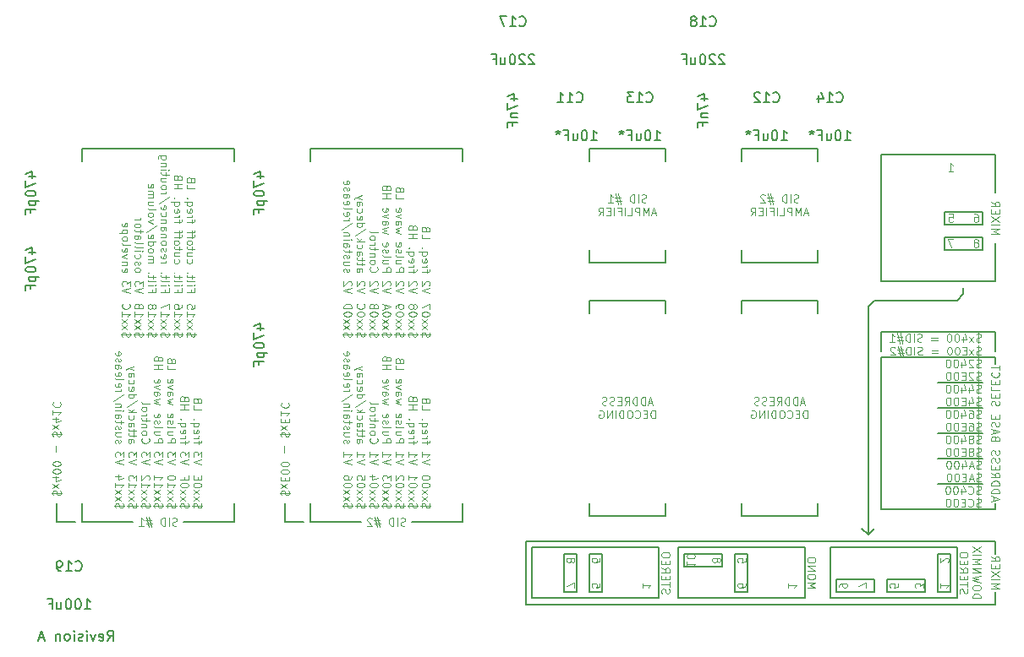
<source format=gbo>
G04 #@! TF.FileFunction,Legend,Bot*
%FSLAX46Y46*%
G04 Gerber Fmt 4.6, Leading zero omitted, Abs format (unit mm)*
G04 Created by KiCad (PCBNEW 4.0.7) date 09/24/19 14:05:09*
%MOMM*%
%LPD*%
G01*
G04 APERTURE LIST*
%ADD10C,0.100000*%
%ADD11C,0.200000*%
%ADD12C,0.150000*%
G04 APERTURE END LIST*
D10*
D11*
X181610000Y-114935000D02*
X181610000Y-116840000D01*
X193040000Y-114935000D02*
X193040000Y-116840000D01*
X193040000Y-114935000D02*
X181610000Y-114935000D01*
X180975000Y-111760000D02*
X181610000Y-111760000D01*
X180340000Y-112395000D02*
X180975000Y-111760000D01*
X180340000Y-135255000D02*
X180340000Y-112395000D01*
X180340000Y-135255000D02*
X180975000Y-134620000D01*
X180340000Y-135255000D02*
X179705000Y-134620000D01*
X189865000Y-111125000D02*
X189865000Y-110490000D01*
X189230000Y-111760000D02*
X189865000Y-111125000D01*
X181610000Y-111760000D02*
X189230000Y-111760000D01*
X181610000Y-109855000D02*
X187325000Y-109855000D01*
X181610000Y-97155000D02*
X181610000Y-109855000D01*
X187325000Y-97155000D02*
X181610000Y-97155000D01*
D10*
X191211190Y-105949762D02*
X191287381Y-105911667D01*
X191325476Y-105873571D01*
X191363571Y-105797381D01*
X191363571Y-105759286D01*
X191325476Y-105683095D01*
X191287381Y-105645000D01*
X191211190Y-105606905D01*
X191058809Y-105606905D01*
X190982619Y-105645000D01*
X190944523Y-105683095D01*
X190906428Y-105759286D01*
X190906428Y-105797381D01*
X190944523Y-105873571D01*
X190982619Y-105911667D01*
X191058809Y-105949762D01*
X191211190Y-105949762D01*
X191287381Y-105987857D01*
X191325476Y-106025952D01*
X191363571Y-106102143D01*
X191363571Y-106254524D01*
X191325476Y-106330714D01*
X191287381Y-106368810D01*
X191211190Y-106406905D01*
X191058809Y-106406905D01*
X190982619Y-106368810D01*
X190944523Y-106330714D01*
X190906428Y-106254524D01*
X190906428Y-106102143D01*
X190944523Y-106025952D01*
X190982619Y-105987857D01*
X191058809Y-105949762D01*
X188861666Y-105606905D02*
X188328333Y-105606905D01*
X188671190Y-106406905D01*
X190982619Y-103066905D02*
X191135000Y-103066905D01*
X191211190Y-103105000D01*
X191249285Y-103143095D01*
X191325476Y-103257381D01*
X191363571Y-103409762D01*
X191363571Y-103714524D01*
X191325476Y-103790714D01*
X191287381Y-103828810D01*
X191211190Y-103866905D01*
X191058809Y-103866905D01*
X190982619Y-103828810D01*
X190944523Y-103790714D01*
X190906428Y-103714524D01*
X190906428Y-103524048D01*
X190944523Y-103447857D01*
X190982619Y-103409762D01*
X191058809Y-103371667D01*
X191211190Y-103371667D01*
X191287381Y-103409762D01*
X191325476Y-103447857D01*
X191363571Y-103524048D01*
X188404523Y-103066905D02*
X188785476Y-103066905D01*
X188823571Y-103447857D01*
X188785476Y-103409762D01*
X188709285Y-103371667D01*
X188518809Y-103371667D01*
X188442619Y-103409762D01*
X188404523Y-103447857D01*
X188366428Y-103524048D01*
X188366428Y-103714524D01*
X188404523Y-103790714D01*
X188442619Y-103828810D01*
X188518809Y-103866905D01*
X188709285Y-103866905D01*
X188785476Y-103828810D01*
X188823571Y-103790714D01*
X188366428Y-98786905D02*
X188823571Y-98786905D01*
X188595000Y-98786905D02*
X188595000Y-97986905D01*
X188671190Y-98101190D01*
X188747381Y-98177381D01*
X188823571Y-98215476D01*
D11*
X187960000Y-105410000D02*
X187960000Y-106680000D01*
X191770000Y-106680000D02*
X187960000Y-106680000D01*
X191770000Y-105410000D02*
X191770000Y-106680000D01*
X187960000Y-105410000D02*
X191770000Y-105410000D01*
X187960000Y-104140000D02*
X187960000Y-102870000D01*
X191770000Y-104140000D02*
X187960000Y-104140000D01*
X191770000Y-102870000D02*
X191770000Y-104140000D01*
X187960000Y-102870000D02*
X191770000Y-102870000D01*
D10*
X192678095Y-105105000D02*
X193478095Y-105105000D01*
X192906667Y-104838333D01*
X193478095Y-104571666D01*
X192678095Y-104571666D01*
X192678095Y-104190714D02*
X193478095Y-104190714D01*
X193478095Y-103885952D02*
X192678095Y-103352619D01*
X193478095Y-103352619D02*
X192678095Y-103885952D01*
X193097143Y-103047857D02*
X193097143Y-102781190D01*
X192678095Y-102666904D02*
X192678095Y-103047857D01*
X193478095Y-103047857D01*
X193478095Y-102666904D01*
X192678095Y-101866904D02*
X193059048Y-102133571D01*
X192678095Y-102324047D02*
X193478095Y-102324047D01*
X193478095Y-102019285D01*
X193440000Y-101943094D01*
X193401905Y-101904999D01*
X193325714Y-101866904D01*
X193211429Y-101866904D01*
X193135238Y-101904999D01*
X193097143Y-101943094D01*
X193059048Y-102019285D01*
X193059048Y-102324047D01*
D11*
X193040000Y-109855000D02*
X187325000Y-109855000D01*
X193040000Y-106045000D02*
X193040000Y-109855000D01*
X193040000Y-97155000D02*
X193040000Y-100965000D01*
X187325000Y-97155000D02*
X193040000Y-97155000D01*
X124460000Y-96520000D02*
X124460000Y-97790000D01*
X139700000Y-96520000D02*
X124460000Y-96520000D01*
X139700000Y-97790000D02*
X139700000Y-96520000D01*
X116840000Y-96520000D02*
X116840000Y-97790000D01*
X101600000Y-96520000D02*
X116840000Y-96520000D01*
X101600000Y-97790000D02*
X101600000Y-96520000D01*
X123825000Y-133985000D02*
X121920000Y-133985000D01*
X100965000Y-133985000D02*
X99060000Y-133985000D01*
X121920000Y-132080000D02*
X121920000Y-133985000D01*
X99060000Y-133985000D02*
X99060000Y-132080000D01*
X129540000Y-133985000D02*
X127000000Y-133985000D01*
X137160000Y-133985000D02*
X134620000Y-133985000D01*
X111760000Y-133985000D02*
X114300000Y-133985000D01*
X104140000Y-133985000D02*
X106680000Y-133985000D01*
X139700000Y-133985000D02*
X137160000Y-133985000D01*
X139700000Y-132080000D02*
X139700000Y-133985000D01*
X124460000Y-133985000D02*
X127000000Y-133985000D01*
X124460000Y-132080000D02*
X124460000Y-133985000D01*
X101600000Y-133985000D02*
X104140000Y-133985000D01*
X101600000Y-132080000D02*
X101600000Y-133985000D01*
X116840000Y-133985000D02*
X114300000Y-133985000D01*
X116840000Y-132080000D02*
X116840000Y-133985000D01*
D10*
X121596190Y-131292619D02*
X121558095Y-131178333D01*
X121558095Y-130987857D01*
X121596190Y-130911667D01*
X121634286Y-130873571D01*
X121710476Y-130835476D01*
X121786667Y-130835476D01*
X121862857Y-130873571D01*
X121900952Y-130911667D01*
X121939048Y-130987857D01*
X121977143Y-131140238D01*
X122015238Y-131216429D01*
X122053333Y-131254524D01*
X122129524Y-131292619D01*
X122205714Y-131292619D01*
X122281905Y-131254524D01*
X122320000Y-131216429D01*
X122358095Y-131140238D01*
X122358095Y-130949762D01*
X122320000Y-130835476D01*
X122472381Y-131064048D02*
X121443810Y-131064048D01*
X121558095Y-130568809D02*
X122091429Y-130149762D01*
X122091429Y-130568809D02*
X121558095Y-130149762D01*
X121977143Y-129845000D02*
X121977143Y-129578333D01*
X121558095Y-129464047D02*
X121558095Y-129845000D01*
X122358095Y-129845000D01*
X122358095Y-129464047D01*
X122358095Y-128968809D02*
X122358095Y-128892618D01*
X122320000Y-128816428D01*
X122281905Y-128778333D01*
X122205714Y-128740237D01*
X122053333Y-128702142D01*
X121862857Y-128702142D01*
X121710476Y-128740237D01*
X121634286Y-128778333D01*
X121596190Y-128816428D01*
X121558095Y-128892618D01*
X121558095Y-128968809D01*
X121596190Y-129044999D01*
X121634286Y-129083095D01*
X121710476Y-129121190D01*
X121862857Y-129159285D01*
X122053333Y-129159285D01*
X122205714Y-129121190D01*
X122281905Y-129083095D01*
X122320000Y-129044999D01*
X122358095Y-128968809D01*
X122358095Y-128206904D02*
X122358095Y-128130713D01*
X122320000Y-128054523D01*
X122281905Y-128016428D01*
X122205714Y-127978332D01*
X122053333Y-127940237D01*
X121862857Y-127940237D01*
X121710476Y-127978332D01*
X121634286Y-128016428D01*
X121596190Y-128054523D01*
X121558095Y-128130713D01*
X121558095Y-128206904D01*
X121596190Y-128283094D01*
X121634286Y-128321190D01*
X121710476Y-128359285D01*
X121862857Y-128397380D01*
X122053333Y-128397380D01*
X122205714Y-128359285D01*
X122281905Y-128321190D01*
X122320000Y-128283094D01*
X122358095Y-128206904D01*
X121862857Y-126987856D02*
X121862857Y-126378332D01*
X121596190Y-125425951D02*
X121558095Y-125311665D01*
X121558095Y-125121189D01*
X121596190Y-125044999D01*
X121634286Y-125006903D01*
X121710476Y-124968808D01*
X121786667Y-124968808D01*
X121862857Y-125006903D01*
X121900952Y-125044999D01*
X121939048Y-125121189D01*
X121977143Y-125273570D01*
X122015238Y-125349761D01*
X122053333Y-125387856D01*
X122129524Y-125425951D01*
X122205714Y-125425951D01*
X122281905Y-125387856D01*
X122320000Y-125349761D01*
X122358095Y-125273570D01*
X122358095Y-125083094D01*
X122320000Y-124968808D01*
X122472381Y-125197380D02*
X121443810Y-125197380D01*
X121558095Y-124702141D02*
X122091429Y-124283094D01*
X122091429Y-124702141D02*
X121558095Y-124283094D01*
X121977143Y-123978332D02*
X121977143Y-123711665D01*
X121558095Y-123597379D02*
X121558095Y-123978332D01*
X122358095Y-123978332D01*
X122358095Y-123597379D01*
X121558095Y-122835474D02*
X121558095Y-123292617D01*
X121558095Y-123064046D02*
X122358095Y-123064046D01*
X122243810Y-123140236D01*
X122167619Y-123216427D01*
X122129524Y-123292617D01*
X121634286Y-122035474D02*
X121596190Y-122073569D01*
X121558095Y-122187855D01*
X121558095Y-122264045D01*
X121596190Y-122378331D01*
X121672381Y-122454522D01*
X121748571Y-122492617D01*
X121900952Y-122530712D01*
X122015238Y-122530712D01*
X122167619Y-122492617D01*
X122243810Y-122454522D01*
X122320000Y-122378331D01*
X122358095Y-122264045D01*
X122358095Y-122187855D01*
X122320000Y-122073569D01*
X122281905Y-122035474D01*
X98736190Y-131292619D02*
X98698095Y-131178333D01*
X98698095Y-130987857D01*
X98736190Y-130911667D01*
X98774286Y-130873571D01*
X98850476Y-130835476D01*
X98926667Y-130835476D01*
X99002857Y-130873571D01*
X99040952Y-130911667D01*
X99079048Y-130987857D01*
X99117143Y-131140238D01*
X99155238Y-131216429D01*
X99193333Y-131254524D01*
X99269524Y-131292619D01*
X99345714Y-131292619D01*
X99421905Y-131254524D01*
X99460000Y-131216429D01*
X99498095Y-131140238D01*
X99498095Y-130949762D01*
X99460000Y-130835476D01*
X99612381Y-131064048D02*
X98583810Y-131064048D01*
X98698095Y-130568809D02*
X99231429Y-130149762D01*
X99231429Y-130568809D02*
X98698095Y-130149762D01*
X99231429Y-129502143D02*
X98698095Y-129502143D01*
X99536190Y-129692619D02*
X98964762Y-129883095D01*
X98964762Y-129387857D01*
X99498095Y-128930714D02*
X99498095Y-128854523D01*
X99460000Y-128778333D01*
X99421905Y-128740238D01*
X99345714Y-128702142D01*
X99193333Y-128664047D01*
X99002857Y-128664047D01*
X98850476Y-128702142D01*
X98774286Y-128740238D01*
X98736190Y-128778333D01*
X98698095Y-128854523D01*
X98698095Y-128930714D01*
X98736190Y-129006904D01*
X98774286Y-129045000D01*
X98850476Y-129083095D01*
X99002857Y-129121190D01*
X99193333Y-129121190D01*
X99345714Y-129083095D01*
X99421905Y-129045000D01*
X99460000Y-129006904D01*
X99498095Y-128930714D01*
X99498095Y-128168809D02*
X99498095Y-128092618D01*
X99460000Y-128016428D01*
X99421905Y-127978333D01*
X99345714Y-127940237D01*
X99193333Y-127902142D01*
X99002857Y-127902142D01*
X98850476Y-127940237D01*
X98774286Y-127978333D01*
X98736190Y-128016428D01*
X98698095Y-128092618D01*
X98698095Y-128168809D01*
X98736190Y-128244999D01*
X98774286Y-128283095D01*
X98850476Y-128321190D01*
X99002857Y-128359285D01*
X99193333Y-128359285D01*
X99345714Y-128321190D01*
X99421905Y-128283095D01*
X99460000Y-128244999D01*
X99498095Y-128168809D01*
X99002857Y-126949761D02*
X99002857Y-126340237D01*
X98736190Y-125387856D02*
X98698095Y-125273570D01*
X98698095Y-125083094D01*
X98736190Y-125006904D01*
X98774286Y-124968808D01*
X98850476Y-124930713D01*
X98926667Y-124930713D01*
X99002857Y-124968808D01*
X99040952Y-125006904D01*
X99079048Y-125083094D01*
X99117143Y-125235475D01*
X99155238Y-125311666D01*
X99193333Y-125349761D01*
X99269524Y-125387856D01*
X99345714Y-125387856D01*
X99421905Y-125349761D01*
X99460000Y-125311666D01*
X99498095Y-125235475D01*
X99498095Y-125044999D01*
X99460000Y-124930713D01*
X99612381Y-125159285D02*
X98583810Y-125159285D01*
X98698095Y-124664046D02*
X99231429Y-124244999D01*
X99231429Y-124664046D02*
X98698095Y-124244999D01*
X99231429Y-123597380D02*
X98698095Y-123597380D01*
X99536190Y-123787856D02*
X98964762Y-123978332D01*
X98964762Y-123483094D01*
X98698095Y-122759284D02*
X98698095Y-123216427D01*
X98698095Y-122987856D02*
X99498095Y-122987856D01*
X99383810Y-123064046D01*
X99307619Y-123140237D01*
X99269524Y-123216427D01*
X98774286Y-121959284D02*
X98736190Y-121997379D01*
X98698095Y-122111665D01*
X98698095Y-122187855D01*
X98736190Y-122302141D01*
X98812381Y-122378332D01*
X98888571Y-122416427D01*
X99040952Y-122454522D01*
X99155238Y-122454522D01*
X99307619Y-122416427D01*
X99383810Y-122378332D01*
X99460000Y-122302141D01*
X99498095Y-122187855D01*
X99498095Y-122111665D01*
X99460000Y-121997379D01*
X99421905Y-121959284D01*
X133984762Y-134308810D02*
X133870476Y-134346905D01*
X133680000Y-134346905D01*
X133603810Y-134308810D01*
X133565714Y-134270714D01*
X133527619Y-134194524D01*
X133527619Y-134118333D01*
X133565714Y-134042143D01*
X133603810Y-134004048D01*
X133680000Y-133965952D01*
X133832381Y-133927857D01*
X133908572Y-133889762D01*
X133946667Y-133851667D01*
X133984762Y-133775476D01*
X133984762Y-133699286D01*
X133946667Y-133623095D01*
X133908572Y-133585000D01*
X133832381Y-133546905D01*
X133641905Y-133546905D01*
X133527619Y-133585000D01*
X133184762Y-134346905D02*
X133184762Y-133546905D01*
X132803810Y-134346905D02*
X132803810Y-133546905D01*
X132613334Y-133546905D01*
X132499048Y-133585000D01*
X132422857Y-133661190D01*
X132384762Y-133737381D01*
X132346667Y-133889762D01*
X132346667Y-134004048D01*
X132384762Y-134156429D01*
X132422857Y-134232619D01*
X132499048Y-134308810D01*
X132613334Y-134346905D01*
X132803810Y-134346905D01*
X131432381Y-133813571D02*
X130860952Y-133813571D01*
X131203810Y-133470714D02*
X131432381Y-134499286D01*
X130937143Y-134156429D02*
X131508572Y-134156429D01*
X131165714Y-134499286D02*
X130937143Y-133470714D01*
X130632381Y-133623095D02*
X130594286Y-133585000D01*
X130518095Y-133546905D01*
X130327619Y-133546905D01*
X130251429Y-133585000D01*
X130213333Y-133623095D01*
X130175238Y-133699286D01*
X130175238Y-133775476D01*
X130213333Y-133889762D01*
X130670476Y-134346905D01*
X130175238Y-134346905D01*
X111124762Y-134308810D02*
X111010476Y-134346905D01*
X110820000Y-134346905D01*
X110743810Y-134308810D01*
X110705714Y-134270714D01*
X110667619Y-134194524D01*
X110667619Y-134118333D01*
X110705714Y-134042143D01*
X110743810Y-134004048D01*
X110820000Y-133965952D01*
X110972381Y-133927857D01*
X111048572Y-133889762D01*
X111086667Y-133851667D01*
X111124762Y-133775476D01*
X111124762Y-133699286D01*
X111086667Y-133623095D01*
X111048572Y-133585000D01*
X110972381Y-133546905D01*
X110781905Y-133546905D01*
X110667619Y-133585000D01*
X110324762Y-134346905D02*
X110324762Y-133546905D01*
X109943810Y-134346905D02*
X109943810Y-133546905D01*
X109753334Y-133546905D01*
X109639048Y-133585000D01*
X109562857Y-133661190D01*
X109524762Y-133737381D01*
X109486667Y-133889762D01*
X109486667Y-134004048D01*
X109524762Y-134156429D01*
X109562857Y-134232619D01*
X109639048Y-134308810D01*
X109753334Y-134346905D01*
X109943810Y-134346905D01*
X108572381Y-133813571D02*
X108000952Y-133813571D01*
X108343810Y-133470714D02*
X108572381Y-134499286D01*
X108077143Y-134156429D02*
X108648572Y-134156429D01*
X108305714Y-134499286D02*
X108077143Y-133470714D01*
X107315238Y-134346905D02*
X107772381Y-134346905D01*
X107543810Y-134346905D02*
X107543810Y-133546905D01*
X107620000Y-133661190D01*
X107696191Y-133737381D01*
X107772381Y-133775476D01*
X173354762Y-101908810D02*
X173240476Y-101946905D01*
X173050000Y-101946905D01*
X172973810Y-101908810D01*
X172935714Y-101870714D01*
X172897619Y-101794524D01*
X172897619Y-101718333D01*
X172935714Y-101642143D01*
X172973810Y-101604048D01*
X173050000Y-101565952D01*
X173202381Y-101527857D01*
X173278572Y-101489762D01*
X173316667Y-101451667D01*
X173354762Y-101375476D01*
X173354762Y-101299286D01*
X173316667Y-101223095D01*
X173278572Y-101185000D01*
X173202381Y-101146905D01*
X173011905Y-101146905D01*
X172897619Y-101185000D01*
X172554762Y-101946905D02*
X172554762Y-101146905D01*
X172173810Y-101946905D02*
X172173810Y-101146905D01*
X171983334Y-101146905D01*
X171869048Y-101185000D01*
X171792857Y-101261190D01*
X171754762Y-101337381D01*
X171716667Y-101489762D01*
X171716667Y-101604048D01*
X171754762Y-101756429D01*
X171792857Y-101832619D01*
X171869048Y-101908810D01*
X171983334Y-101946905D01*
X172173810Y-101946905D01*
X170802381Y-101413571D02*
X170230952Y-101413571D01*
X170573810Y-101070714D02*
X170802381Y-102099286D01*
X170307143Y-101756429D02*
X170878572Y-101756429D01*
X170535714Y-102099286D02*
X170307143Y-101070714D01*
X170002381Y-101223095D02*
X169964286Y-101185000D01*
X169888095Y-101146905D01*
X169697619Y-101146905D01*
X169621429Y-101185000D01*
X169583333Y-101223095D01*
X169545238Y-101299286D01*
X169545238Y-101375476D01*
X169583333Y-101489762D01*
X170040476Y-101946905D01*
X169545238Y-101946905D01*
X174307142Y-103018333D02*
X173926190Y-103018333D01*
X174383333Y-103246905D02*
X174116666Y-102446905D01*
X173849999Y-103246905D01*
X173583333Y-103246905D02*
X173583333Y-102446905D01*
X173316666Y-103018333D01*
X173049999Y-102446905D01*
X173049999Y-103246905D01*
X172669047Y-103246905D02*
X172669047Y-102446905D01*
X172364285Y-102446905D01*
X172288094Y-102485000D01*
X172249999Y-102523095D01*
X172211904Y-102599286D01*
X172211904Y-102713571D01*
X172249999Y-102789762D01*
X172288094Y-102827857D01*
X172364285Y-102865952D01*
X172669047Y-102865952D01*
X171488094Y-103246905D02*
X171869047Y-103246905D01*
X171869047Y-102446905D01*
X171221428Y-103246905D02*
X171221428Y-102446905D01*
X170573809Y-102827857D02*
X170840476Y-102827857D01*
X170840476Y-103246905D02*
X170840476Y-102446905D01*
X170459523Y-102446905D01*
X170154762Y-103246905D02*
X170154762Y-102446905D01*
X169773810Y-102827857D02*
X169507143Y-102827857D01*
X169392857Y-103246905D02*
X169773810Y-103246905D01*
X169773810Y-102446905D01*
X169392857Y-102446905D01*
X168592857Y-103246905D02*
X168859524Y-102865952D01*
X169050000Y-103246905D02*
X169050000Y-102446905D01*
X168745238Y-102446905D01*
X168669047Y-102485000D01*
X168630952Y-102523095D01*
X168592857Y-102599286D01*
X168592857Y-102713571D01*
X168630952Y-102789762D01*
X168669047Y-102827857D01*
X168745238Y-102865952D01*
X169050000Y-102865952D01*
X158114762Y-101908810D02*
X158000476Y-101946905D01*
X157810000Y-101946905D01*
X157733810Y-101908810D01*
X157695714Y-101870714D01*
X157657619Y-101794524D01*
X157657619Y-101718333D01*
X157695714Y-101642143D01*
X157733810Y-101604048D01*
X157810000Y-101565952D01*
X157962381Y-101527857D01*
X158038572Y-101489762D01*
X158076667Y-101451667D01*
X158114762Y-101375476D01*
X158114762Y-101299286D01*
X158076667Y-101223095D01*
X158038572Y-101185000D01*
X157962381Y-101146905D01*
X157771905Y-101146905D01*
X157657619Y-101185000D01*
X157314762Y-101946905D02*
X157314762Y-101146905D01*
X156933810Y-101946905D02*
X156933810Y-101146905D01*
X156743334Y-101146905D01*
X156629048Y-101185000D01*
X156552857Y-101261190D01*
X156514762Y-101337381D01*
X156476667Y-101489762D01*
X156476667Y-101604048D01*
X156514762Y-101756429D01*
X156552857Y-101832619D01*
X156629048Y-101908810D01*
X156743334Y-101946905D01*
X156933810Y-101946905D01*
X155562381Y-101413571D02*
X154990952Y-101413571D01*
X155333810Y-101070714D02*
X155562381Y-102099286D01*
X155067143Y-101756429D02*
X155638572Y-101756429D01*
X155295714Y-102099286D02*
X155067143Y-101070714D01*
X154305238Y-101946905D02*
X154762381Y-101946905D01*
X154533810Y-101946905D02*
X154533810Y-101146905D01*
X154610000Y-101261190D01*
X154686191Y-101337381D01*
X154762381Y-101375476D01*
X159067142Y-103018333D02*
X158686190Y-103018333D01*
X159143333Y-103246905D02*
X158876666Y-102446905D01*
X158609999Y-103246905D01*
X158343333Y-103246905D02*
X158343333Y-102446905D01*
X158076666Y-103018333D01*
X157809999Y-102446905D01*
X157809999Y-103246905D01*
X157429047Y-103246905D02*
X157429047Y-102446905D01*
X157124285Y-102446905D01*
X157048094Y-102485000D01*
X157009999Y-102523095D01*
X156971904Y-102599286D01*
X156971904Y-102713571D01*
X157009999Y-102789762D01*
X157048094Y-102827857D01*
X157124285Y-102865952D01*
X157429047Y-102865952D01*
X156248094Y-103246905D02*
X156629047Y-103246905D01*
X156629047Y-102446905D01*
X155981428Y-103246905D02*
X155981428Y-102446905D01*
X155333809Y-102827857D02*
X155600476Y-102827857D01*
X155600476Y-103246905D02*
X155600476Y-102446905D01*
X155219523Y-102446905D01*
X154914762Y-103246905D02*
X154914762Y-102446905D01*
X154533810Y-102827857D02*
X154267143Y-102827857D01*
X154152857Y-103246905D02*
X154533810Y-103246905D01*
X154533810Y-102446905D01*
X154152857Y-102446905D01*
X153352857Y-103246905D02*
X153619524Y-102865952D01*
X153810000Y-103246905D02*
X153810000Y-102446905D01*
X153505238Y-102446905D01*
X153429047Y-102485000D01*
X153390952Y-102523095D01*
X153352857Y-102599286D01*
X153352857Y-102713571D01*
X153390952Y-102789762D01*
X153429047Y-102827857D01*
X153505238Y-102865952D01*
X153810000Y-102865952D01*
X173964286Y-122038333D02*
X173583334Y-122038333D01*
X174040477Y-122266905D02*
X173773810Y-121466905D01*
X173507143Y-122266905D01*
X173240477Y-122266905D02*
X173240477Y-121466905D01*
X173050001Y-121466905D01*
X172935715Y-121505000D01*
X172859524Y-121581190D01*
X172821429Y-121657381D01*
X172783334Y-121809762D01*
X172783334Y-121924048D01*
X172821429Y-122076429D01*
X172859524Y-122152619D01*
X172935715Y-122228810D01*
X173050001Y-122266905D01*
X173240477Y-122266905D01*
X172440477Y-122266905D02*
X172440477Y-121466905D01*
X172250001Y-121466905D01*
X172135715Y-121505000D01*
X172059524Y-121581190D01*
X172021429Y-121657381D01*
X171983334Y-121809762D01*
X171983334Y-121924048D01*
X172021429Y-122076429D01*
X172059524Y-122152619D01*
X172135715Y-122228810D01*
X172250001Y-122266905D01*
X172440477Y-122266905D01*
X171183334Y-122266905D02*
X171450001Y-121885952D01*
X171640477Y-122266905D02*
X171640477Y-121466905D01*
X171335715Y-121466905D01*
X171259524Y-121505000D01*
X171221429Y-121543095D01*
X171183334Y-121619286D01*
X171183334Y-121733571D01*
X171221429Y-121809762D01*
X171259524Y-121847857D01*
X171335715Y-121885952D01*
X171640477Y-121885952D01*
X170840477Y-121847857D02*
X170573810Y-121847857D01*
X170459524Y-122266905D02*
X170840477Y-122266905D01*
X170840477Y-121466905D01*
X170459524Y-121466905D01*
X170154762Y-122228810D02*
X170040476Y-122266905D01*
X169850000Y-122266905D01*
X169773810Y-122228810D01*
X169735714Y-122190714D01*
X169697619Y-122114524D01*
X169697619Y-122038333D01*
X169735714Y-121962143D01*
X169773810Y-121924048D01*
X169850000Y-121885952D01*
X170002381Y-121847857D01*
X170078572Y-121809762D01*
X170116667Y-121771667D01*
X170154762Y-121695476D01*
X170154762Y-121619286D01*
X170116667Y-121543095D01*
X170078572Y-121505000D01*
X170002381Y-121466905D01*
X169811905Y-121466905D01*
X169697619Y-121505000D01*
X169392857Y-122228810D02*
X169278571Y-122266905D01*
X169088095Y-122266905D01*
X169011905Y-122228810D01*
X168973809Y-122190714D01*
X168935714Y-122114524D01*
X168935714Y-122038333D01*
X168973809Y-121962143D01*
X169011905Y-121924048D01*
X169088095Y-121885952D01*
X169240476Y-121847857D01*
X169316667Y-121809762D01*
X169354762Y-121771667D01*
X169392857Y-121695476D01*
X169392857Y-121619286D01*
X169354762Y-121543095D01*
X169316667Y-121505000D01*
X169240476Y-121466905D01*
X169050000Y-121466905D01*
X168935714Y-121505000D01*
X174250000Y-123566905D02*
X174250000Y-122766905D01*
X174059524Y-122766905D01*
X173945238Y-122805000D01*
X173869047Y-122881190D01*
X173830952Y-122957381D01*
X173792857Y-123109762D01*
X173792857Y-123224048D01*
X173830952Y-123376429D01*
X173869047Y-123452619D01*
X173945238Y-123528810D01*
X174059524Y-123566905D01*
X174250000Y-123566905D01*
X173450000Y-123147857D02*
X173183333Y-123147857D01*
X173069047Y-123566905D02*
X173450000Y-123566905D01*
X173450000Y-122766905D01*
X173069047Y-122766905D01*
X172269047Y-123490714D02*
X172307142Y-123528810D01*
X172421428Y-123566905D01*
X172497618Y-123566905D01*
X172611904Y-123528810D01*
X172688095Y-123452619D01*
X172726190Y-123376429D01*
X172764285Y-123224048D01*
X172764285Y-123109762D01*
X172726190Y-122957381D01*
X172688095Y-122881190D01*
X172611904Y-122805000D01*
X172497618Y-122766905D01*
X172421428Y-122766905D01*
X172307142Y-122805000D01*
X172269047Y-122843095D01*
X171773809Y-122766905D02*
X171621428Y-122766905D01*
X171545237Y-122805000D01*
X171469047Y-122881190D01*
X171430952Y-123033571D01*
X171430952Y-123300238D01*
X171469047Y-123452619D01*
X171545237Y-123528810D01*
X171621428Y-123566905D01*
X171773809Y-123566905D01*
X171849999Y-123528810D01*
X171926190Y-123452619D01*
X171964285Y-123300238D01*
X171964285Y-123033571D01*
X171926190Y-122881190D01*
X171849999Y-122805000D01*
X171773809Y-122766905D01*
X171088095Y-123566905D02*
X171088095Y-122766905D01*
X170897619Y-122766905D01*
X170783333Y-122805000D01*
X170707142Y-122881190D01*
X170669047Y-122957381D01*
X170630952Y-123109762D01*
X170630952Y-123224048D01*
X170669047Y-123376429D01*
X170707142Y-123452619D01*
X170783333Y-123528810D01*
X170897619Y-123566905D01*
X171088095Y-123566905D01*
X170288095Y-123566905D02*
X170288095Y-122766905D01*
X169907143Y-123566905D02*
X169907143Y-122766905D01*
X169450000Y-123566905D01*
X169450000Y-122766905D01*
X168650000Y-122805000D02*
X168726191Y-122766905D01*
X168840476Y-122766905D01*
X168954762Y-122805000D01*
X169030953Y-122881190D01*
X169069048Y-122957381D01*
X169107143Y-123109762D01*
X169107143Y-123224048D01*
X169069048Y-123376429D01*
X169030953Y-123452619D01*
X168954762Y-123528810D01*
X168840476Y-123566905D01*
X168764286Y-123566905D01*
X168650000Y-123528810D01*
X168611905Y-123490714D01*
X168611905Y-123224048D01*
X168764286Y-123224048D01*
X158724286Y-122038333D02*
X158343334Y-122038333D01*
X158800477Y-122266905D02*
X158533810Y-121466905D01*
X158267143Y-122266905D01*
X158000477Y-122266905D02*
X158000477Y-121466905D01*
X157810001Y-121466905D01*
X157695715Y-121505000D01*
X157619524Y-121581190D01*
X157581429Y-121657381D01*
X157543334Y-121809762D01*
X157543334Y-121924048D01*
X157581429Y-122076429D01*
X157619524Y-122152619D01*
X157695715Y-122228810D01*
X157810001Y-122266905D01*
X158000477Y-122266905D01*
X157200477Y-122266905D02*
X157200477Y-121466905D01*
X157010001Y-121466905D01*
X156895715Y-121505000D01*
X156819524Y-121581190D01*
X156781429Y-121657381D01*
X156743334Y-121809762D01*
X156743334Y-121924048D01*
X156781429Y-122076429D01*
X156819524Y-122152619D01*
X156895715Y-122228810D01*
X157010001Y-122266905D01*
X157200477Y-122266905D01*
X155943334Y-122266905D02*
X156210001Y-121885952D01*
X156400477Y-122266905D02*
X156400477Y-121466905D01*
X156095715Y-121466905D01*
X156019524Y-121505000D01*
X155981429Y-121543095D01*
X155943334Y-121619286D01*
X155943334Y-121733571D01*
X155981429Y-121809762D01*
X156019524Y-121847857D01*
X156095715Y-121885952D01*
X156400477Y-121885952D01*
X155600477Y-121847857D02*
X155333810Y-121847857D01*
X155219524Y-122266905D02*
X155600477Y-122266905D01*
X155600477Y-121466905D01*
X155219524Y-121466905D01*
X154914762Y-122228810D02*
X154800476Y-122266905D01*
X154610000Y-122266905D01*
X154533810Y-122228810D01*
X154495714Y-122190714D01*
X154457619Y-122114524D01*
X154457619Y-122038333D01*
X154495714Y-121962143D01*
X154533810Y-121924048D01*
X154610000Y-121885952D01*
X154762381Y-121847857D01*
X154838572Y-121809762D01*
X154876667Y-121771667D01*
X154914762Y-121695476D01*
X154914762Y-121619286D01*
X154876667Y-121543095D01*
X154838572Y-121505000D01*
X154762381Y-121466905D01*
X154571905Y-121466905D01*
X154457619Y-121505000D01*
X154152857Y-122228810D02*
X154038571Y-122266905D01*
X153848095Y-122266905D01*
X153771905Y-122228810D01*
X153733809Y-122190714D01*
X153695714Y-122114524D01*
X153695714Y-122038333D01*
X153733809Y-121962143D01*
X153771905Y-121924048D01*
X153848095Y-121885952D01*
X154000476Y-121847857D01*
X154076667Y-121809762D01*
X154114762Y-121771667D01*
X154152857Y-121695476D01*
X154152857Y-121619286D01*
X154114762Y-121543095D01*
X154076667Y-121505000D01*
X154000476Y-121466905D01*
X153810000Y-121466905D01*
X153695714Y-121505000D01*
X159010000Y-123566905D02*
X159010000Y-122766905D01*
X158819524Y-122766905D01*
X158705238Y-122805000D01*
X158629047Y-122881190D01*
X158590952Y-122957381D01*
X158552857Y-123109762D01*
X158552857Y-123224048D01*
X158590952Y-123376429D01*
X158629047Y-123452619D01*
X158705238Y-123528810D01*
X158819524Y-123566905D01*
X159010000Y-123566905D01*
X158210000Y-123147857D02*
X157943333Y-123147857D01*
X157829047Y-123566905D02*
X158210000Y-123566905D01*
X158210000Y-122766905D01*
X157829047Y-122766905D01*
X157029047Y-123490714D02*
X157067142Y-123528810D01*
X157181428Y-123566905D01*
X157257618Y-123566905D01*
X157371904Y-123528810D01*
X157448095Y-123452619D01*
X157486190Y-123376429D01*
X157524285Y-123224048D01*
X157524285Y-123109762D01*
X157486190Y-122957381D01*
X157448095Y-122881190D01*
X157371904Y-122805000D01*
X157257618Y-122766905D01*
X157181428Y-122766905D01*
X157067142Y-122805000D01*
X157029047Y-122843095D01*
X156533809Y-122766905D02*
X156381428Y-122766905D01*
X156305237Y-122805000D01*
X156229047Y-122881190D01*
X156190952Y-123033571D01*
X156190952Y-123300238D01*
X156229047Y-123452619D01*
X156305237Y-123528810D01*
X156381428Y-123566905D01*
X156533809Y-123566905D01*
X156609999Y-123528810D01*
X156686190Y-123452619D01*
X156724285Y-123300238D01*
X156724285Y-123033571D01*
X156686190Y-122881190D01*
X156609999Y-122805000D01*
X156533809Y-122766905D01*
X155848095Y-123566905D02*
X155848095Y-122766905D01*
X155657619Y-122766905D01*
X155543333Y-122805000D01*
X155467142Y-122881190D01*
X155429047Y-122957381D01*
X155390952Y-123109762D01*
X155390952Y-123224048D01*
X155429047Y-123376429D01*
X155467142Y-123452619D01*
X155543333Y-123528810D01*
X155657619Y-123566905D01*
X155848095Y-123566905D01*
X155048095Y-123566905D02*
X155048095Y-122766905D01*
X154667143Y-123566905D02*
X154667143Y-122766905D01*
X154210000Y-123566905D01*
X154210000Y-122766905D01*
X153410000Y-122805000D02*
X153486191Y-122766905D01*
X153600476Y-122766905D01*
X153714762Y-122805000D01*
X153790953Y-122881190D01*
X153829048Y-122957381D01*
X153867143Y-123109762D01*
X153867143Y-123224048D01*
X153829048Y-123376429D01*
X153790953Y-123452619D01*
X153714762Y-123528810D01*
X153600476Y-123566905D01*
X153524286Y-123566905D01*
X153410000Y-123528810D01*
X153371905Y-123490714D01*
X153371905Y-123224048D01*
X153524286Y-123224048D01*
X136418095Y-128193810D02*
X135618095Y-127927143D01*
X136418095Y-127660476D01*
X135618095Y-126974762D02*
X135618095Y-127431905D01*
X135618095Y-127203334D02*
X136418095Y-127203334D01*
X136303810Y-127279524D01*
X136227619Y-127355715D01*
X136189524Y-127431905D01*
X136151429Y-126136667D02*
X136151429Y-125831905D01*
X135618095Y-126022381D02*
X136303810Y-126022381D01*
X136380000Y-125984286D01*
X136418095Y-125908095D01*
X136418095Y-125831905D01*
X135618095Y-125565238D02*
X136151429Y-125565238D01*
X135999048Y-125565238D02*
X136075238Y-125527143D01*
X136113333Y-125489047D01*
X136151429Y-125412857D01*
X136151429Y-125336666D01*
X135656190Y-124765238D02*
X135618095Y-124841428D01*
X135618095Y-124993809D01*
X135656190Y-125070000D01*
X135732381Y-125108095D01*
X136037143Y-125108095D01*
X136113333Y-125070000D01*
X136151429Y-124993809D01*
X136151429Y-124841428D01*
X136113333Y-124765238D01*
X136037143Y-124727143D01*
X135960952Y-124727143D01*
X135884762Y-125108095D01*
X136151429Y-124041429D02*
X135351429Y-124041429D01*
X135656190Y-124041429D02*
X135618095Y-124117619D01*
X135618095Y-124270000D01*
X135656190Y-124346191D01*
X135694286Y-124384286D01*
X135770476Y-124422381D01*
X135999048Y-124422381D01*
X136075238Y-124384286D01*
X136113333Y-124346191D01*
X136151429Y-124270000D01*
X136151429Y-124117619D01*
X136113333Y-124041429D01*
X135694286Y-123660476D02*
X135656190Y-123622381D01*
X135618095Y-123660476D01*
X135656190Y-123698571D01*
X135694286Y-123660476D01*
X135618095Y-123660476D01*
X135618095Y-122289047D02*
X135618095Y-122670000D01*
X136418095Y-122670000D01*
X136037143Y-121755714D02*
X135999048Y-121641428D01*
X135960952Y-121603333D01*
X135884762Y-121565238D01*
X135770476Y-121565238D01*
X135694286Y-121603333D01*
X135656190Y-121641428D01*
X135618095Y-121717619D01*
X135618095Y-122022381D01*
X136418095Y-122022381D01*
X136418095Y-121755714D01*
X136380000Y-121679524D01*
X136341905Y-121641428D01*
X136265714Y-121603333D01*
X136189524Y-121603333D01*
X136113333Y-121641428D01*
X136075238Y-121679524D01*
X136037143Y-121755714D01*
X136037143Y-122022381D01*
X135118095Y-128193810D02*
X134318095Y-127927143D01*
X135118095Y-127660476D01*
X134318095Y-126974762D02*
X134318095Y-127431905D01*
X134318095Y-127203334D02*
X135118095Y-127203334D01*
X135003810Y-127279524D01*
X134927619Y-127355715D01*
X134889524Y-127431905D01*
X134851429Y-126136667D02*
X134851429Y-125831905D01*
X134318095Y-126022381D02*
X135003810Y-126022381D01*
X135080000Y-125984286D01*
X135118095Y-125908095D01*
X135118095Y-125831905D01*
X134318095Y-125565238D02*
X134851429Y-125565238D01*
X134699048Y-125565238D02*
X134775238Y-125527143D01*
X134813333Y-125489047D01*
X134851429Y-125412857D01*
X134851429Y-125336666D01*
X134356190Y-124765238D02*
X134318095Y-124841428D01*
X134318095Y-124993809D01*
X134356190Y-125070000D01*
X134432381Y-125108095D01*
X134737143Y-125108095D01*
X134813333Y-125070000D01*
X134851429Y-124993809D01*
X134851429Y-124841428D01*
X134813333Y-124765238D01*
X134737143Y-124727143D01*
X134660952Y-124727143D01*
X134584762Y-125108095D01*
X134851429Y-124041429D02*
X134051429Y-124041429D01*
X134356190Y-124041429D02*
X134318095Y-124117619D01*
X134318095Y-124270000D01*
X134356190Y-124346191D01*
X134394286Y-124384286D01*
X134470476Y-124422381D01*
X134699048Y-124422381D01*
X134775238Y-124384286D01*
X134813333Y-124346191D01*
X134851429Y-124270000D01*
X134851429Y-124117619D01*
X134813333Y-124041429D01*
X134394286Y-123660476D02*
X134356190Y-123622381D01*
X134318095Y-123660476D01*
X134356190Y-123698571D01*
X134394286Y-123660476D01*
X134318095Y-123660476D01*
X134318095Y-122670000D02*
X135118095Y-122670000D01*
X134737143Y-122670000D02*
X134737143Y-122212857D01*
X134318095Y-122212857D02*
X135118095Y-122212857D01*
X134737143Y-121565238D02*
X134699048Y-121450952D01*
X134660952Y-121412857D01*
X134584762Y-121374762D01*
X134470476Y-121374762D01*
X134394286Y-121412857D01*
X134356190Y-121450952D01*
X134318095Y-121527143D01*
X134318095Y-121831905D01*
X135118095Y-121831905D01*
X135118095Y-121565238D01*
X135080000Y-121489048D01*
X135041905Y-121450952D01*
X134965714Y-121412857D01*
X134889524Y-121412857D01*
X134813333Y-121450952D01*
X134775238Y-121489048D01*
X134737143Y-121565238D01*
X134737143Y-121831905D01*
X133818095Y-128193810D02*
X133018095Y-127927143D01*
X133818095Y-127660476D01*
X133018095Y-126974762D02*
X133018095Y-127431905D01*
X133018095Y-127203334D02*
X133818095Y-127203334D01*
X133703810Y-127279524D01*
X133627619Y-127355715D01*
X133589524Y-127431905D01*
X133018095Y-126022381D02*
X133818095Y-126022381D01*
X133818095Y-125717619D01*
X133780000Y-125641428D01*
X133741905Y-125603333D01*
X133665714Y-125565238D01*
X133551429Y-125565238D01*
X133475238Y-125603333D01*
X133437143Y-125641428D01*
X133399048Y-125717619D01*
X133399048Y-126022381D01*
X133551429Y-124879524D02*
X133018095Y-124879524D01*
X133551429Y-125222381D02*
X133132381Y-125222381D01*
X133056190Y-125184286D01*
X133018095Y-125108095D01*
X133018095Y-124993809D01*
X133056190Y-124917619D01*
X133094286Y-124879524D01*
X133018095Y-124384285D02*
X133056190Y-124460476D01*
X133132381Y-124498571D01*
X133818095Y-124498571D01*
X133056190Y-124117618D02*
X133018095Y-124041428D01*
X133018095Y-123889047D01*
X133056190Y-123812856D01*
X133132381Y-123774761D01*
X133170476Y-123774761D01*
X133246667Y-123812856D01*
X133284762Y-123889047D01*
X133284762Y-124003332D01*
X133322857Y-124079523D01*
X133399048Y-124117618D01*
X133437143Y-124117618D01*
X133513333Y-124079523D01*
X133551429Y-124003332D01*
X133551429Y-123889047D01*
X133513333Y-123812856D01*
X133056190Y-123127142D02*
X133018095Y-123203332D01*
X133018095Y-123355713D01*
X133056190Y-123431904D01*
X133132381Y-123469999D01*
X133437143Y-123469999D01*
X133513333Y-123431904D01*
X133551429Y-123355713D01*
X133551429Y-123203332D01*
X133513333Y-123127142D01*
X133437143Y-123089047D01*
X133360952Y-123089047D01*
X133284762Y-123469999D01*
X133551429Y-122212856D02*
X133018095Y-122060475D01*
X133399048Y-121908094D01*
X133018095Y-121755713D01*
X133551429Y-121603332D01*
X133018095Y-120955714D02*
X133437143Y-120955714D01*
X133513333Y-120993809D01*
X133551429Y-121069999D01*
X133551429Y-121222380D01*
X133513333Y-121298571D01*
X133056190Y-120955714D02*
X133018095Y-121031904D01*
X133018095Y-121222380D01*
X133056190Y-121298571D01*
X133132381Y-121336666D01*
X133208571Y-121336666D01*
X133284762Y-121298571D01*
X133322857Y-121222380D01*
X133322857Y-121031904D01*
X133360952Y-120955714D01*
X133551429Y-120650951D02*
X133018095Y-120460475D01*
X133551429Y-120269999D01*
X133056190Y-119660475D02*
X133018095Y-119736665D01*
X133018095Y-119889046D01*
X133056190Y-119965237D01*
X133132381Y-120003332D01*
X133437143Y-120003332D01*
X133513333Y-119965237D01*
X133551429Y-119889046D01*
X133551429Y-119736665D01*
X133513333Y-119660475D01*
X133437143Y-119622380D01*
X133360952Y-119622380D01*
X133284762Y-120003332D01*
X133018095Y-118289046D02*
X133018095Y-118669999D01*
X133818095Y-118669999D01*
X133437143Y-117755713D02*
X133399048Y-117641427D01*
X133360952Y-117603332D01*
X133284762Y-117565237D01*
X133170476Y-117565237D01*
X133094286Y-117603332D01*
X133056190Y-117641427D01*
X133018095Y-117717618D01*
X133018095Y-118022380D01*
X133818095Y-118022380D01*
X133818095Y-117755713D01*
X133780000Y-117679523D01*
X133741905Y-117641427D01*
X133665714Y-117603332D01*
X133589524Y-117603332D01*
X133513333Y-117641427D01*
X133475238Y-117679523D01*
X133437143Y-117755713D01*
X133437143Y-118022380D01*
X132518095Y-128193810D02*
X131718095Y-127927143D01*
X132518095Y-127660476D01*
X131718095Y-126974762D02*
X131718095Y-127431905D01*
X131718095Y-127203334D02*
X132518095Y-127203334D01*
X132403810Y-127279524D01*
X132327619Y-127355715D01*
X132289524Y-127431905D01*
X131718095Y-126022381D02*
X132518095Y-126022381D01*
X132518095Y-125717619D01*
X132480000Y-125641428D01*
X132441905Y-125603333D01*
X132365714Y-125565238D01*
X132251429Y-125565238D01*
X132175238Y-125603333D01*
X132137143Y-125641428D01*
X132099048Y-125717619D01*
X132099048Y-126022381D01*
X132251429Y-124879524D02*
X131718095Y-124879524D01*
X132251429Y-125222381D02*
X131832381Y-125222381D01*
X131756190Y-125184286D01*
X131718095Y-125108095D01*
X131718095Y-124993809D01*
X131756190Y-124917619D01*
X131794286Y-124879524D01*
X131718095Y-124384285D02*
X131756190Y-124460476D01*
X131832381Y-124498571D01*
X132518095Y-124498571D01*
X131756190Y-124117618D02*
X131718095Y-124041428D01*
X131718095Y-123889047D01*
X131756190Y-123812856D01*
X131832381Y-123774761D01*
X131870476Y-123774761D01*
X131946667Y-123812856D01*
X131984762Y-123889047D01*
X131984762Y-124003332D01*
X132022857Y-124079523D01*
X132099048Y-124117618D01*
X132137143Y-124117618D01*
X132213333Y-124079523D01*
X132251429Y-124003332D01*
X132251429Y-123889047D01*
X132213333Y-123812856D01*
X131756190Y-123127142D02*
X131718095Y-123203332D01*
X131718095Y-123355713D01*
X131756190Y-123431904D01*
X131832381Y-123469999D01*
X132137143Y-123469999D01*
X132213333Y-123431904D01*
X132251429Y-123355713D01*
X132251429Y-123203332D01*
X132213333Y-123127142D01*
X132137143Y-123089047D01*
X132060952Y-123089047D01*
X131984762Y-123469999D01*
X132251429Y-122212856D02*
X131718095Y-122060475D01*
X132099048Y-121908094D01*
X131718095Y-121755713D01*
X132251429Y-121603332D01*
X131718095Y-120955714D02*
X132137143Y-120955714D01*
X132213333Y-120993809D01*
X132251429Y-121069999D01*
X132251429Y-121222380D01*
X132213333Y-121298571D01*
X131756190Y-120955714D02*
X131718095Y-121031904D01*
X131718095Y-121222380D01*
X131756190Y-121298571D01*
X131832381Y-121336666D01*
X131908571Y-121336666D01*
X131984762Y-121298571D01*
X132022857Y-121222380D01*
X132022857Y-121031904D01*
X132060952Y-120955714D01*
X132251429Y-120650951D02*
X131718095Y-120460475D01*
X132251429Y-120269999D01*
X131756190Y-119660475D02*
X131718095Y-119736665D01*
X131718095Y-119889046D01*
X131756190Y-119965237D01*
X131832381Y-120003332D01*
X132137143Y-120003332D01*
X132213333Y-119965237D01*
X132251429Y-119889046D01*
X132251429Y-119736665D01*
X132213333Y-119660475D01*
X132137143Y-119622380D01*
X132060952Y-119622380D01*
X131984762Y-120003332D01*
X131718095Y-118669999D02*
X132518095Y-118669999D01*
X132137143Y-118669999D02*
X132137143Y-118212856D01*
X131718095Y-118212856D02*
X132518095Y-118212856D01*
X132137143Y-117565237D02*
X132099048Y-117450951D01*
X132060952Y-117412856D01*
X131984762Y-117374761D01*
X131870476Y-117374761D01*
X131794286Y-117412856D01*
X131756190Y-117450951D01*
X131718095Y-117527142D01*
X131718095Y-117831904D01*
X132518095Y-117831904D01*
X132518095Y-117565237D01*
X132480000Y-117489047D01*
X132441905Y-117450951D01*
X132365714Y-117412856D01*
X132289524Y-117412856D01*
X132213333Y-117450951D01*
X132175238Y-117489047D01*
X132137143Y-117565237D01*
X132137143Y-117831904D01*
X131218095Y-128193810D02*
X130418095Y-127927143D01*
X131218095Y-127660476D01*
X130418095Y-126974762D02*
X130418095Y-127431905D01*
X130418095Y-127203334D02*
X131218095Y-127203334D01*
X131103810Y-127279524D01*
X131027619Y-127355715D01*
X130989524Y-127431905D01*
X130494286Y-125565238D02*
X130456190Y-125603333D01*
X130418095Y-125717619D01*
X130418095Y-125793809D01*
X130456190Y-125908095D01*
X130532381Y-125984286D01*
X130608571Y-126022381D01*
X130760952Y-126060476D01*
X130875238Y-126060476D01*
X131027619Y-126022381D01*
X131103810Y-125984286D01*
X131180000Y-125908095D01*
X131218095Y-125793809D01*
X131218095Y-125717619D01*
X131180000Y-125603333D01*
X131141905Y-125565238D01*
X130418095Y-125108095D02*
X130456190Y-125184286D01*
X130494286Y-125222381D01*
X130570476Y-125260476D01*
X130799048Y-125260476D01*
X130875238Y-125222381D01*
X130913333Y-125184286D01*
X130951429Y-125108095D01*
X130951429Y-124993809D01*
X130913333Y-124917619D01*
X130875238Y-124879524D01*
X130799048Y-124841428D01*
X130570476Y-124841428D01*
X130494286Y-124879524D01*
X130456190Y-124917619D01*
X130418095Y-124993809D01*
X130418095Y-125108095D01*
X130951429Y-124498571D02*
X130418095Y-124498571D01*
X130875238Y-124498571D02*
X130913333Y-124460476D01*
X130951429Y-124384285D01*
X130951429Y-124269999D01*
X130913333Y-124193809D01*
X130837143Y-124155714D01*
X130418095Y-124155714D01*
X130951429Y-123889047D02*
X130951429Y-123584285D01*
X131218095Y-123774761D02*
X130532381Y-123774761D01*
X130456190Y-123736666D01*
X130418095Y-123660475D01*
X130418095Y-123584285D01*
X130418095Y-123317618D02*
X130951429Y-123317618D01*
X130799048Y-123317618D02*
X130875238Y-123279523D01*
X130913333Y-123241427D01*
X130951429Y-123165237D01*
X130951429Y-123089046D01*
X130418095Y-122708094D02*
X130456190Y-122784285D01*
X130494286Y-122822380D01*
X130570476Y-122860475D01*
X130799048Y-122860475D01*
X130875238Y-122822380D01*
X130913333Y-122784285D01*
X130951429Y-122708094D01*
X130951429Y-122593808D01*
X130913333Y-122517618D01*
X130875238Y-122479523D01*
X130799048Y-122441427D01*
X130570476Y-122441427D01*
X130494286Y-122479523D01*
X130456190Y-122517618D01*
X130418095Y-122593808D01*
X130418095Y-122708094D01*
X130418095Y-121984284D02*
X130456190Y-122060475D01*
X130532381Y-122098570D01*
X131218095Y-122098570D01*
X129918095Y-128193810D02*
X129118095Y-127927143D01*
X129918095Y-127660476D01*
X129118095Y-126974762D02*
X129118095Y-127431905D01*
X129118095Y-127203334D02*
X129918095Y-127203334D01*
X129803810Y-127279524D01*
X129727619Y-127355715D01*
X129689524Y-127431905D01*
X129118095Y-125679524D02*
X129537143Y-125679524D01*
X129613333Y-125717619D01*
X129651429Y-125793809D01*
X129651429Y-125946190D01*
X129613333Y-126022381D01*
X129156190Y-125679524D02*
X129118095Y-125755714D01*
X129118095Y-125946190D01*
X129156190Y-126022381D01*
X129232381Y-126060476D01*
X129308571Y-126060476D01*
X129384762Y-126022381D01*
X129422857Y-125946190D01*
X129422857Y-125755714D01*
X129460952Y-125679524D01*
X129651429Y-125412857D02*
X129651429Y-125108095D01*
X129918095Y-125298571D02*
X129232381Y-125298571D01*
X129156190Y-125260476D01*
X129118095Y-125184285D01*
X129118095Y-125108095D01*
X129651429Y-124955714D02*
X129651429Y-124650952D01*
X129918095Y-124841428D02*
X129232381Y-124841428D01*
X129156190Y-124803333D01*
X129118095Y-124727142D01*
X129118095Y-124650952D01*
X129118095Y-124041428D02*
X129537143Y-124041428D01*
X129613333Y-124079523D01*
X129651429Y-124155713D01*
X129651429Y-124308094D01*
X129613333Y-124384285D01*
X129156190Y-124041428D02*
X129118095Y-124117618D01*
X129118095Y-124308094D01*
X129156190Y-124384285D01*
X129232381Y-124422380D01*
X129308571Y-124422380D01*
X129384762Y-124384285D01*
X129422857Y-124308094D01*
X129422857Y-124117618D01*
X129460952Y-124041428D01*
X129156190Y-123317618D02*
X129118095Y-123393808D01*
X129118095Y-123546189D01*
X129156190Y-123622380D01*
X129194286Y-123660475D01*
X129270476Y-123698570D01*
X129499048Y-123698570D01*
X129575238Y-123660475D01*
X129613333Y-123622380D01*
X129651429Y-123546189D01*
X129651429Y-123393808D01*
X129613333Y-123317618D01*
X129118095Y-122974761D02*
X129918095Y-122974761D01*
X129422857Y-122898570D02*
X129118095Y-122669999D01*
X129651429Y-122669999D02*
X129346667Y-122974761D01*
X129956190Y-121755713D02*
X128927619Y-122441428D01*
X129118095Y-121146190D02*
X129918095Y-121146190D01*
X129156190Y-121146190D02*
X129118095Y-121222380D01*
X129118095Y-121374761D01*
X129156190Y-121450952D01*
X129194286Y-121489047D01*
X129270476Y-121527142D01*
X129499048Y-121527142D01*
X129575238Y-121489047D01*
X129613333Y-121450952D01*
X129651429Y-121374761D01*
X129651429Y-121222380D01*
X129613333Y-121146190D01*
X129156190Y-120460475D02*
X129118095Y-120536665D01*
X129118095Y-120689046D01*
X129156190Y-120765237D01*
X129232381Y-120803332D01*
X129537143Y-120803332D01*
X129613333Y-120765237D01*
X129651429Y-120689046D01*
X129651429Y-120536665D01*
X129613333Y-120460475D01*
X129537143Y-120422380D01*
X129460952Y-120422380D01*
X129384762Y-120803332D01*
X129156190Y-119736666D02*
X129118095Y-119812856D01*
X129118095Y-119965237D01*
X129156190Y-120041428D01*
X129194286Y-120079523D01*
X129270476Y-120117618D01*
X129499048Y-120117618D01*
X129575238Y-120079523D01*
X129613333Y-120041428D01*
X129651429Y-119965237D01*
X129651429Y-119812856D01*
X129613333Y-119736666D01*
X129118095Y-119050952D02*
X129537143Y-119050952D01*
X129613333Y-119089047D01*
X129651429Y-119165237D01*
X129651429Y-119317618D01*
X129613333Y-119393809D01*
X129156190Y-119050952D02*
X129118095Y-119127142D01*
X129118095Y-119317618D01*
X129156190Y-119393809D01*
X129232381Y-119431904D01*
X129308571Y-119431904D01*
X129384762Y-119393809D01*
X129422857Y-119317618D01*
X129422857Y-119127142D01*
X129460952Y-119050952D01*
X129651429Y-118746189D02*
X129118095Y-118555713D01*
X129651429Y-118365237D02*
X129118095Y-118555713D01*
X128927619Y-118631904D01*
X128889524Y-118669999D01*
X128851429Y-118746189D01*
X128618095Y-128193810D02*
X127818095Y-127927143D01*
X128618095Y-127660476D01*
X127818095Y-126974762D02*
X127818095Y-127431905D01*
X127818095Y-127203334D02*
X128618095Y-127203334D01*
X128503810Y-127279524D01*
X128427619Y-127355715D01*
X128389524Y-127431905D01*
X127856190Y-126060476D02*
X127818095Y-125984286D01*
X127818095Y-125831905D01*
X127856190Y-125755714D01*
X127932381Y-125717619D01*
X127970476Y-125717619D01*
X128046667Y-125755714D01*
X128084762Y-125831905D01*
X128084762Y-125946190D01*
X128122857Y-126022381D01*
X128199048Y-126060476D01*
X128237143Y-126060476D01*
X128313333Y-126022381D01*
X128351429Y-125946190D01*
X128351429Y-125831905D01*
X128313333Y-125755714D01*
X128351429Y-125031905D02*
X127818095Y-125031905D01*
X128351429Y-125374762D02*
X127932381Y-125374762D01*
X127856190Y-125336667D01*
X127818095Y-125260476D01*
X127818095Y-125146190D01*
X127856190Y-125070000D01*
X127894286Y-125031905D01*
X127856190Y-124689047D02*
X127818095Y-124612857D01*
X127818095Y-124460476D01*
X127856190Y-124384285D01*
X127932381Y-124346190D01*
X127970476Y-124346190D01*
X128046667Y-124384285D01*
X128084762Y-124460476D01*
X128084762Y-124574761D01*
X128122857Y-124650952D01*
X128199048Y-124689047D01*
X128237143Y-124689047D01*
X128313333Y-124650952D01*
X128351429Y-124574761D01*
X128351429Y-124460476D01*
X128313333Y-124384285D01*
X128351429Y-124117619D02*
X128351429Y-123812857D01*
X128618095Y-124003333D02*
X127932381Y-124003333D01*
X127856190Y-123965238D01*
X127818095Y-123889047D01*
X127818095Y-123812857D01*
X127818095Y-123203333D02*
X128237143Y-123203333D01*
X128313333Y-123241428D01*
X128351429Y-123317618D01*
X128351429Y-123469999D01*
X128313333Y-123546190D01*
X127856190Y-123203333D02*
X127818095Y-123279523D01*
X127818095Y-123469999D01*
X127856190Y-123546190D01*
X127932381Y-123584285D01*
X128008571Y-123584285D01*
X128084762Y-123546190D01*
X128122857Y-123469999D01*
X128122857Y-123279523D01*
X128160952Y-123203333D01*
X127818095Y-122822380D02*
X128351429Y-122822380D01*
X128618095Y-122822380D02*
X128580000Y-122860475D01*
X128541905Y-122822380D01*
X128580000Y-122784285D01*
X128618095Y-122822380D01*
X128541905Y-122822380D01*
X128351429Y-122441428D02*
X127818095Y-122441428D01*
X128275238Y-122441428D02*
X128313333Y-122403333D01*
X128351429Y-122327142D01*
X128351429Y-122212856D01*
X128313333Y-122136666D01*
X128237143Y-122098571D01*
X127818095Y-122098571D01*
X128656190Y-121146189D02*
X127627619Y-121831904D01*
X127818095Y-120879523D02*
X128351429Y-120879523D01*
X128199048Y-120879523D02*
X128275238Y-120841428D01*
X128313333Y-120803332D01*
X128351429Y-120727142D01*
X128351429Y-120650951D01*
X127856190Y-120079523D02*
X127818095Y-120155713D01*
X127818095Y-120308094D01*
X127856190Y-120384285D01*
X127932381Y-120422380D01*
X128237143Y-120422380D01*
X128313333Y-120384285D01*
X128351429Y-120308094D01*
X128351429Y-120155713D01*
X128313333Y-120079523D01*
X128237143Y-120041428D01*
X128160952Y-120041428D01*
X128084762Y-120422380D01*
X127818095Y-119584285D02*
X127856190Y-119660476D01*
X127932381Y-119698571D01*
X128618095Y-119698571D01*
X127856190Y-118974761D02*
X127818095Y-119050951D01*
X127818095Y-119203332D01*
X127856190Y-119279523D01*
X127932381Y-119317618D01*
X128237143Y-119317618D01*
X128313333Y-119279523D01*
X128351429Y-119203332D01*
X128351429Y-119050951D01*
X128313333Y-118974761D01*
X128237143Y-118936666D01*
X128160952Y-118936666D01*
X128084762Y-119317618D01*
X127818095Y-118250952D02*
X128237143Y-118250952D01*
X128313333Y-118289047D01*
X128351429Y-118365237D01*
X128351429Y-118517618D01*
X128313333Y-118593809D01*
X127856190Y-118250952D02*
X127818095Y-118327142D01*
X127818095Y-118517618D01*
X127856190Y-118593809D01*
X127932381Y-118631904D01*
X128008571Y-118631904D01*
X128084762Y-118593809D01*
X128122857Y-118517618D01*
X128122857Y-118327142D01*
X128160952Y-118250952D01*
X127856190Y-117908094D02*
X127818095Y-117831904D01*
X127818095Y-117679523D01*
X127856190Y-117603332D01*
X127932381Y-117565237D01*
X127970476Y-117565237D01*
X128046667Y-117603332D01*
X128084762Y-117679523D01*
X128084762Y-117793808D01*
X128122857Y-117869999D01*
X128199048Y-117908094D01*
X128237143Y-117908094D01*
X128313333Y-117869999D01*
X128351429Y-117793808D01*
X128351429Y-117679523D01*
X128313333Y-117603332D01*
X127856190Y-116917618D02*
X127818095Y-116993808D01*
X127818095Y-117146189D01*
X127856190Y-117222380D01*
X127932381Y-117260475D01*
X128237143Y-117260475D01*
X128313333Y-117222380D01*
X128351429Y-117146189D01*
X128351429Y-116993808D01*
X128313333Y-116917618D01*
X128237143Y-116879523D01*
X128160952Y-116879523D01*
X128084762Y-117260475D01*
X136418095Y-111048810D02*
X135618095Y-110782143D01*
X136418095Y-110515476D01*
X136341905Y-110286905D02*
X136380000Y-110248810D01*
X136418095Y-110172619D01*
X136418095Y-109982143D01*
X136380000Y-109905953D01*
X136341905Y-109867857D01*
X136265714Y-109829762D01*
X136189524Y-109829762D01*
X136075238Y-109867857D01*
X135618095Y-110325000D01*
X135618095Y-109829762D01*
X136151429Y-108991667D02*
X136151429Y-108686905D01*
X135618095Y-108877381D02*
X136303810Y-108877381D01*
X136380000Y-108839286D01*
X136418095Y-108763095D01*
X136418095Y-108686905D01*
X135618095Y-108420238D02*
X136151429Y-108420238D01*
X135999048Y-108420238D02*
X136075238Y-108382143D01*
X136113333Y-108344047D01*
X136151429Y-108267857D01*
X136151429Y-108191666D01*
X135656190Y-107620238D02*
X135618095Y-107696428D01*
X135618095Y-107848809D01*
X135656190Y-107925000D01*
X135732381Y-107963095D01*
X136037143Y-107963095D01*
X136113333Y-107925000D01*
X136151429Y-107848809D01*
X136151429Y-107696428D01*
X136113333Y-107620238D01*
X136037143Y-107582143D01*
X135960952Y-107582143D01*
X135884762Y-107963095D01*
X136151429Y-106896429D02*
X135351429Y-106896429D01*
X135656190Y-106896429D02*
X135618095Y-106972619D01*
X135618095Y-107125000D01*
X135656190Y-107201191D01*
X135694286Y-107239286D01*
X135770476Y-107277381D01*
X135999048Y-107277381D01*
X136075238Y-107239286D01*
X136113333Y-107201191D01*
X136151429Y-107125000D01*
X136151429Y-106972619D01*
X136113333Y-106896429D01*
X135694286Y-106515476D02*
X135656190Y-106477381D01*
X135618095Y-106515476D01*
X135656190Y-106553571D01*
X135694286Y-106515476D01*
X135618095Y-106515476D01*
X135618095Y-105144047D02*
X135618095Y-105525000D01*
X136418095Y-105525000D01*
X136037143Y-104610714D02*
X135999048Y-104496428D01*
X135960952Y-104458333D01*
X135884762Y-104420238D01*
X135770476Y-104420238D01*
X135694286Y-104458333D01*
X135656190Y-104496428D01*
X135618095Y-104572619D01*
X135618095Y-104877381D01*
X136418095Y-104877381D01*
X136418095Y-104610714D01*
X136380000Y-104534524D01*
X136341905Y-104496428D01*
X136265714Y-104458333D01*
X136189524Y-104458333D01*
X136113333Y-104496428D01*
X136075238Y-104534524D01*
X136037143Y-104610714D01*
X136037143Y-104877381D01*
X135118095Y-111048810D02*
X134318095Y-110782143D01*
X135118095Y-110515476D01*
X135041905Y-110286905D02*
X135080000Y-110248810D01*
X135118095Y-110172619D01*
X135118095Y-109982143D01*
X135080000Y-109905953D01*
X135041905Y-109867857D01*
X134965714Y-109829762D01*
X134889524Y-109829762D01*
X134775238Y-109867857D01*
X134318095Y-110325000D01*
X134318095Y-109829762D01*
X134851429Y-108991667D02*
X134851429Y-108686905D01*
X134318095Y-108877381D02*
X135003810Y-108877381D01*
X135080000Y-108839286D01*
X135118095Y-108763095D01*
X135118095Y-108686905D01*
X134318095Y-108420238D02*
X134851429Y-108420238D01*
X134699048Y-108420238D02*
X134775238Y-108382143D01*
X134813333Y-108344047D01*
X134851429Y-108267857D01*
X134851429Y-108191666D01*
X134356190Y-107620238D02*
X134318095Y-107696428D01*
X134318095Y-107848809D01*
X134356190Y-107925000D01*
X134432381Y-107963095D01*
X134737143Y-107963095D01*
X134813333Y-107925000D01*
X134851429Y-107848809D01*
X134851429Y-107696428D01*
X134813333Y-107620238D01*
X134737143Y-107582143D01*
X134660952Y-107582143D01*
X134584762Y-107963095D01*
X134851429Y-106896429D02*
X134051429Y-106896429D01*
X134356190Y-106896429D02*
X134318095Y-106972619D01*
X134318095Y-107125000D01*
X134356190Y-107201191D01*
X134394286Y-107239286D01*
X134470476Y-107277381D01*
X134699048Y-107277381D01*
X134775238Y-107239286D01*
X134813333Y-107201191D01*
X134851429Y-107125000D01*
X134851429Y-106972619D01*
X134813333Y-106896429D01*
X134394286Y-106515476D02*
X134356190Y-106477381D01*
X134318095Y-106515476D01*
X134356190Y-106553571D01*
X134394286Y-106515476D01*
X134318095Y-106515476D01*
X134318095Y-105525000D02*
X135118095Y-105525000D01*
X134737143Y-105525000D02*
X134737143Y-105067857D01*
X134318095Y-105067857D02*
X135118095Y-105067857D01*
X134737143Y-104420238D02*
X134699048Y-104305952D01*
X134660952Y-104267857D01*
X134584762Y-104229762D01*
X134470476Y-104229762D01*
X134394286Y-104267857D01*
X134356190Y-104305952D01*
X134318095Y-104382143D01*
X134318095Y-104686905D01*
X135118095Y-104686905D01*
X135118095Y-104420238D01*
X135080000Y-104344048D01*
X135041905Y-104305952D01*
X134965714Y-104267857D01*
X134889524Y-104267857D01*
X134813333Y-104305952D01*
X134775238Y-104344048D01*
X134737143Y-104420238D01*
X134737143Y-104686905D01*
X133818095Y-111048810D02*
X133018095Y-110782143D01*
X133818095Y-110515476D01*
X133741905Y-110286905D02*
X133780000Y-110248810D01*
X133818095Y-110172619D01*
X133818095Y-109982143D01*
X133780000Y-109905953D01*
X133741905Y-109867857D01*
X133665714Y-109829762D01*
X133589524Y-109829762D01*
X133475238Y-109867857D01*
X133018095Y-110325000D01*
X133018095Y-109829762D01*
X133018095Y-108877381D02*
X133818095Y-108877381D01*
X133818095Y-108572619D01*
X133780000Y-108496428D01*
X133741905Y-108458333D01*
X133665714Y-108420238D01*
X133551429Y-108420238D01*
X133475238Y-108458333D01*
X133437143Y-108496428D01*
X133399048Y-108572619D01*
X133399048Y-108877381D01*
X133551429Y-107734524D02*
X133018095Y-107734524D01*
X133551429Y-108077381D02*
X133132381Y-108077381D01*
X133056190Y-108039286D01*
X133018095Y-107963095D01*
X133018095Y-107848809D01*
X133056190Y-107772619D01*
X133094286Y-107734524D01*
X133018095Y-107239285D02*
X133056190Y-107315476D01*
X133132381Y-107353571D01*
X133818095Y-107353571D01*
X133056190Y-106972618D02*
X133018095Y-106896428D01*
X133018095Y-106744047D01*
X133056190Y-106667856D01*
X133132381Y-106629761D01*
X133170476Y-106629761D01*
X133246667Y-106667856D01*
X133284762Y-106744047D01*
X133284762Y-106858332D01*
X133322857Y-106934523D01*
X133399048Y-106972618D01*
X133437143Y-106972618D01*
X133513333Y-106934523D01*
X133551429Y-106858332D01*
X133551429Y-106744047D01*
X133513333Y-106667856D01*
X133056190Y-105982142D02*
X133018095Y-106058332D01*
X133018095Y-106210713D01*
X133056190Y-106286904D01*
X133132381Y-106324999D01*
X133437143Y-106324999D01*
X133513333Y-106286904D01*
X133551429Y-106210713D01*
X133551429Y-106058332D01*
X133513333Y-105982142D01*
X133437143Y-105944047D01*
X133360952Y-105944047D01*
X133284762Y-106324999D01*
X133551429Y-105067856D02*
X133018095Y-104915475D01*
X133399048Y-104763094D01*
X133018095Y-104610713D01*
X133551429Y-104458332D01*
X133018095Y-103810714D02*
X133437143Y-103810714D01*
X133513333Y-103848809D01*
X133551429Y-103924999D01*
X133551429Y-104077380D01*
X133513333Y-104153571D01*
X133056190Y-103810714D02*
X133018095Y-103886904D01*
X133018095Y-104077380D01*
X133056190Y-104153571D01*
X133132381Y-104191666D01*
X133208571Y-104191666D01*
X133284762Y-104153571D01*
X133322857Y-104077380D01*
X133322857Y-103886904D01*
X133360952Y-103810714D01*
X133551429Y-103505951D02*
X133018095Y-103315475D01*
X133551429Y-103124999D01*
X133056190Y-102515475D02*
X133018095Y-102591665D01*
X133018095Y-102744046D01*
X133056190Y-102820237D01*
X133132381Y-102858332D01*
X133437143Y-102858332D01*
X133513333Y-102820237D01*
X133551429Y-102744046D01*
X133551429Y-102591665D01*
X133513333Y-102515475D01*
X133437143Y-102477380D01*
X133360952Y-102477380D01*
X133284762Y-102858332D01*
X133018095Y-101144046D02*
X133018095Y-101524999D01*
X133818095Y-101524999D01*
X133437143Y-100610713D02*
X133399048Y-100496427D01*
X133360952Y-100458332D01*
X133284762Y-100420237D01*
X133170476Y-100420237D01*
X133094286Y-100458332D01*
X133056190Y-100496427D01*
X133018095Y-100572618D01*
X133018095Y-100877380D01*
X133818095Y-100877380D01*
X133818095Y-100610713D01*
X133780000Y-100534523D01*
X133741905Y-100496427D01*
X133665714Y-100458332D01*
X133589524Y-100458332D01*
X133513333Y-100496427D01*
X133475238Y-100534523D01*
X133437143Y-100610713D01*
X133437143Y-100877380D01*
X132518095Y-111048810D02*
X131718095Y-110782143D01*
X132518095Y-110515476D01*
X132441905Y-110286905D02*
X132480000Y-110248810D01*
X132518095Y-110172619D01*
X132518095Y-109982143D01*
X132480000Y-109905953D01*
X132441905Y-109867857D01*
X132365714Y-109829762D01*
X132289524Y-109829762D01*
X132175238Y-109867857D01*
X131718095Y-110325000D01*
X131718095Y-109829762D01*
X131718095Y-108877381D02*
X132518095Y-108877381D01*
X132518095Y-108572619D01*
X132480000Y-108496428D01*
X132441905Y-108458333D01*
X132365714Y-108420238D01*
X132251429Y-108420238D01*
X132175238Y-108458333D01*
X132137143Y-108496428D01*
X132099048Y-108572619D01*
X132099048Y-108877381D01*
X132251429Y-107734524D02*
X131718095Y-107734524D01*
X132251429Y-108077381D02*
X131832381Y-108077381D01*
X131756190Y-108039286D01*
X131718095Y-107963095D01*
X131718095Y-107848809D01*
X131756190Y-107772619D01*
X131794286Y-107734524D01*
X131718095Y-107239285D02*
X131756190Y-107315476D01*
X131832381Y-107353571D01*
X132518095Y-107353571D01*
X131756190Y-106972618D02*
X131718095Y-106896428D01*
X131718095Y-106744047D01*
X131756190Y-106667856D01*
X131832381Y-106629761D01*
X131870476Y-106629761D01*
X131946667Y-106667856D01*
X131984762Y-106744047D01*
X131984762Y-106858332D01*
X132022857Y-106934523D01*
X132099048Y-106972618D01*
X132137143Y-106972618D01*
X132213333Y-106934523D01*
X132251429Y-106858332D01*
X132251429Y-106744047D01*
X132213333Y-106667856D01*
X131756190Y-105982142D02*
X131718095Y-106058332D01*
X131718095Y-106210713D01*
X131756190Y-106286904D01*
X131832381Y-106324999D01*
X132137143Y-106324999D01*
X132213333Y-106286904D01*
X132251429Y-106210713D01*
X132251429Y-106058332D01*
X132213333Y-105982142D01*
X132137143Y-105944047D01*
X132060952Y-105944047D01*
X131984762Y-106324999D01*
X132251429Y-105067856D02*
X131718095Y-104915475D01*
X132099048Y-104763094D01*
X131718095Y-104610713D01*
X132251429Y-104458332D01*
X131718095Y-103810714D02*
X132137143Y-103810714D01*
X132213333Y-103848809D01*
X132251429Y-103924999D01*
X132251429Y-104077380D01*
X132213333Y-104153571D01*
X131756190Y-103810714D02*
X131718095Y-103886904D01*
X131718095Y-104077380D01*
X131756190Y-104153571D01*
X131832381Y-104191666D01*
X131908571Y-104191666D01*
X131984762Y-104153571D01*
X132022857Y-104077380D01*
X132022857Y-103886904D01*
X132060952Y-103810714D01*
X132251429Y-103505951D02*
X131718095Y-103315475D01*
X132251429Y-103124999D01*
X131756190Y-102515475D02*
X131718095Y-102591665D01*
X131718095Y-102744046D01*
X131756190Y-102820237D01*
X131832381Y-102858332D01*
X132137143Y-102858332D01*
X132213333Y-102820237D01*
X132251429Y-102744046D01*
X132251429Y-102591665D01*
X132213333Y-102515475D01*
X132137143Y-102477380D01*
X132060952Y-102477380D01*
X131984762Y-102858332D01*
X131718095Y-101524999D02*
X132518095Y-101524999D01*
X132137143Y-101524999D02*
X132137143Y-101067856D01*
X131718095Y-101067856D02*
X132518095Y-101067856D01*
X132137143Y-100420237D02*
X132099048Y-100305951D01*
X132060952Y-100267856D01*
X131984762Y-100229761D01*
X131870476Y-100229761D01*
X131794286Y-100267856D01*
X131756190Y-100305951D01*
X131718095Y-100382142D01*
X131718095Y-100686904D01*
X132518095Y-100686904D01*
X132518095Y-100420237D01*
X132480000Y-100344047D01*
X132441905Y-100305951D01*
X132365714Y-100267856D01*
X132289524Y-100267856D01*
X132213333Y-100305951D01*
X132175238Y-100344047D01*
X132137143Y-100420237D01*
X132137143Y-100686904D01*
X131218095Y-111048810D02*
X130418095Y-110782143D01*
X131218095Y-110515476D01*
X131141905Y-110286905D02*
X131180000Y-110248810D01*
X131218095Y-110172619D01*
X131218095Y-109982143D01*
X131180000Y-109905953D01*
X131141905Y-109867857D01*
X131065714Y-109829762D01*
X130989524Y-109829762D01*
X130875238Y-109867857D01*
X130418095Y-110325000D01*
X130418095Y-109829762D01*
X130494286Y-108420238D02*
X130456190Y-108458333D01*
X130418095Y-108572619D01*
X130418095Y-108648809D01*
X130456190Y-108763095D01*
X130532381Y-108839286D01*
X130608571Y-108877381D01*
X130760952Y-108915476D01*
X130875238Y-108915476D01*
X131027619Y-108877381D01*
X131103810Y-108839286D01*
X131180000Y-108763095D01*
X131218095Y-108648809D01*
X131218095Y-108572619D01*
X131180000Y-108458333D01*
X131141905Y-108420238D01*
X130418095Y-107963095D02*
X130456190Y-108039286D01*
X130494286Y-108077381D01*
X130570476Y-108115476D01*
X130799048Y-108115476D01*
X130875238Y-108077381D01*
X130913333Y-108039286D01*
X130951429Y-107963095D01*
X130951429Y-107848809D01*
X130913333Y-107772619D01*
X130875238Y-107734524D01*
X130799048Y-107696428D01*
X130570476Y-107696428D01*
X130494286Y-107734524D01*
X130456190Y-107772619D01*
X130418095Y-107848809D01*
X130418095Y-107963095D01*
X130951429Y-107353571D02*
X130418095Y-107353571D01*
X130875238Y-107353571D02*
X130913333Y-107315476D01*
X130951429Y-107239285D01*
X130951429Y-107124999D01*
X130913333Y-107048809D01*
X130837143Y-107010714D01*
X130418095Y-107010714D01*
X130951429Y-106744047D02*
X130951429Y-106439285D01*
X131218095Y-106629761D02*
X130532381Y-106629761D01*
X130456190Y-106591666D01*
X130418095Y-106515475D01*
X130418095Y-106439285D01*
X130418095Y-106172618D02*
X130951429Y-106172618D01*
X130799048Y-106172618D02*
X130875238Y-106134523D01*
X130913333Y-106096427D01*
X130951429Y-106020237D01*
X130951429Y-105944046D01*
X130418095Y-105563094D02*
X130456190Y-105639285D01*
X130494286Y-105677380D01*
X130570476Y-105715475D01*
X130799048Y-105715475D01*
X130875238Y-105677380D01*
X130913333Y-105639285D01*
X130951429Y-105563094D01*
X130951429Y-105448808D01*
X130913333Y-105372618D01*
X130875238Y-105334523D01*
X130799048Y-105296427D01*
X130570476Y-105296427D01*
X130494286Y-105334523D01*
X130456190Y-105372618D01*
X130418095Y-105448808D01*
X130418095Y-105563094D01*
X130418095Y-104839284D02*
X130456190Y-104915475D01*
X130532381Y-104953570D01*
X131218095Y-104953570D01*
X129918095Y-111048810D02*
X129118095Y-110782143D01*
X129918095Y-110515476D01*
X129841905Y-110286905D02*
X129880000Y-110248810D01*
X129918095Y-110172619D01*
X129918095Y-109982143D01*
X129880000Y-109905953D01*
X129841905Y-109867857D01*
X129765714Y-109829762D01*
X129689524Y-109829762D01*
X129575238Y-109867857D01*
X129118095Y-110325000D01*
X129118095Y-109829762D01*
X129118095Y-108534524D02*
X129537143Y-108534524D01*
X129613333Y-108572619D01*
X129651429Y-108648809D01*
X129651429Y-108801190D01*
X129613333Y-108877381D01*
X129156190Y-108534524D02*
X129118095Y-108610714D01*
X129118095Y-108801190D01*
X129156190Y-108877381D01*
X129232381Y-108915476D01*
X129308571Y-108915476D01*
X129384762Y-108877381D01*
X129422857Y-108801190D01*
X129422857Y-108610714D01*
X129460952Y-108534524D01*
X129651429Y-108267857D02*
X129651429Y-107963095D01*
X129918095Y-108153571D02*
X129232381Y-108153571D01*
X129156190Y-108115476D01*
X129118095Y-108039285D01*
X129118095Y-107963095D01*
X129651429Y-107810714D02*
X129651429Y-107505952D01*
X129918095Y-107696428D02*
X129232381Y-107696428D01*
X129156190Y-107658333D01*
X129118095Y-107582142D01*
X129118095Y-107505952D01*
X129118095Y-106896428D02*
X129537143Y-106896428D01*
X129613333Y-106934523D01*
X129651429Y-107010713D01*
X129651429Y-107163094D01*
X129613333Y-107239285D01*
X129156190Y-106896428D02*
X129118095Y-106972618D01*
X129118095Y-107163094D01*
X129156190Y-107239285D01*
X129232381Y-107277380D01*
X129308571Y-107277380D01*
X129384762Y-107239285D01*
X129422857Y-107163094D01*
X129422857Y-106972618D01*
X129460952Y-106896428D01*
X129156190Y-106172618D02*
X129118095Y-106248808D01*
X129118095Y-106401189D01*
X129156190Y-106477380D01*
X129194286Y-106515475D01*
X129270476Y-106553570D01*
X129499048Y-106553570D01*
X129575238Y-106515475D01*
X129613333Y-106477380D01*
X129651429Y-106401189D01*
X129651429Y-106248808D01*
X129613333Y-106172618D01*
X129118095Y-105829761D02*
X129918095Y-105829761D01*
X129422857Y-105753570D02*
X129118095Y-105524999D01*
X129651429Y-105524999D02*
X129346667Y-105829761D01*
X129956190Y-104610713D02*
X128927619Y-105296428D01*
X129118095Y-104001190D02*
X129918095Y-104001190D01*
X129156190Y-104001190D02*
X129118095Y-104077380D01*
X129118095Y-104229761D01*
X129156190Y-104305952D01*
X129194286Y-104344047D01*
X129270476Y-104382142D01*
X129499048Y-104382142D01*
X129575238Y-104344047D01*
X129613333Y-104305952D01*
X129651429Y-104229761D01*
X129651429Y-104077380D01*
X129613333Y-104001190D01*
X129156190Y-103315475D02*
X129118095Y-103391665D01*
X129118095Y-103544046D01*
X129156190Y-103620237D01*
X129232381Y-103658332D01*
X129537143Y-103658332D01*
X129613333Y-103620237D01*
X129651429Y-103544046D01*
X129651429Y-103391665D01*
X129613333Y-103315475D01*
X129537143Y-103277380D01*
X129460952Y-103277380D01*
X129384762Y-103658332D01*
X129156190Y-102591666D02*
X129118095Y-102667856D01*
X129118095Y-102820237D01*
X129156190Y-102896428D01*
X129194286Y-102934523D01*
X129270476Y-102972618D01*
X129499048Y-102972618D01*
X129575238Y-102934523D01*
X129613333Y-102896428D01*
X129651429Y-102820237D01*
X129651429Y-102667856D01*
X129613333Y-102591666D01*
X129118095Y-101905952D02*
X129537143Y-101905952D01*
X129613333Y-101944047D01*
X129651429Y-102020237D01*
X129651429Y-102172618D01*
X129613333Y-102248809D01*
X129156190Y-101905952D02*
X129118095Y-101982142D01*
X129118095Y-102172618D01*
X129156190Y-102248809D01*
X129232381Y-102286904D01*
X129308571Y-102286904D01*
X129384762Y-102248809D01*
X129422857Y-102172618D01*
X129422857Y-101982142D01*
X129460952Y-101905952D01*
X129651429Y-101601189D02*
X129118095Y-101410713D01*
X129651429Y-101220237D02*
X129118095Y-101410713D01*
X128927619Y-101486904D01*
X128889524Y-101524999D01*
X128851429Y-101601189D01*
X128618095Y-111048810D02*
X127818095Y-110782143D01*
X128618095Y-110515476D01*
X128541905Y-110286905D02*
X128580000Y-110248810D01*
X128618095Y-110172619D01*
X128618095Y-109982143D01*
X128580000Y-109905953D01*
X128541905Y-109867857D01*
X128465714Y-109829762D01*
X128389524Y-109829762D01*
X128275238Y-109867857D01*
X127818095Y-110325000D01*
X127818095Y-109829762D01*
X127856190Y-108915476D02*
X127818095Y-108839286D01*
X127818095Y-108686905D01*
X127856190Y-108610714D01*
X127932381Y-108572619D01*
X127970476Y-108572619D01*
X128046667Y-108610714D01*
X128084762Y-108686905D01*
X128084762Y-108801190D01*
X128122857Y-108877381D01*
X128199048Y-108915476D01*
X128237143Y-108915476D01*
X128313333Y-108877381D01*
X128351429Y-108801190D01*
X128351429Y-108686905D01*
X128313333Y-108610714D01*
X128351429Y-107886905D02*
X127818095Y-107886905D01*
X128351429Y-108229762D02*
X127932381Y-108229762D01*
X127856190Y-108191667D01*
X127818095Y-108115476D01*
X127818095Y-108001190D01*
X127856190Y-107925000D01*
X127894286Y-107886905D01*
X127856190Y-107544047D02*
X127818095Y-107467857D01*
X127818095Y-107315476D01*
X127856190Y-107239285D01*
X127932381Y-107201190D01*
X127970476Y-107201190D01*
X128046667Y-107239285D01*
X128084762Y-107315476D01*
X128084762Y-107429761D01*
X128122857Y-107505952D01*
X128199048Y-107544047D01*
X128237143Y-107544047D01*
X128313333Y-107505952D01*
X128351429Y-107429761D01*
X128351429Y-107315476D01*
X128313333Y-107239285D01*
X128351429Y-106972619D02*
X128351429Y-106667857D01*
X128618095Y-106858333D02*
X127932381Y-106858333D01*
X127856190Y-106820238D01*
X127818095Y-106744047D01*
X127818095Y-106667857D01*
X127818095Y-106058333D02*
X128237143Y-106058333D01*
X128313333Y-106096428D01*
X128351429Y-106172618D01*
X128351429Y-106324999D01*
X128313333Y-106401190D01*
X127856190Y-106058333D02*
X127818095Y-106134523D01*
X127818095Y-106324999D01*
X127856190Y-106401190D01*
X127932381Y-106439285D01*
X128008571Y-106439285D01*
X128084762Y-106401190D01*
X128122857Y-106324999D01*
X128122857Y-106134523D01*
X128160952Y-106058333D01*
X127818095Y-105677380D02*
X128351429Y-105677380D01*
X128618095Y-105677380D02*
X128580000Y-105715475D01*
X128541905Y-105677380D01*
X128580000Y-105639285D01*
X128618095Y-105677380D01*
X128541905Y-105677380D01*
X128351429Y-105296428D02*
X127818095Y-105296428D01*
X128275238Y-105296428D02*
X128313333Y-105258333D01*
X128351429Y-105182142D01*
X128351429Y-105067856D01*
X128313333Y-104991666D01*
X128237143Y-104953571D01*
X127818095Y-104953571D01*
X128656190Y-104001189D02*
X127627619Y-104686904D01*
X127818095Y-103734523D02*
X128351429Y-103734523D01*
X128199048Y-103734523D02*
X128275238Y-103696428D01*
X128313333Y-103658332D01*
X128351429Y-103582142D01*
X128351429Y-103505951D01*
X127856190Y-102934523D02*
X127818095Y-103010713D01*
X127818095Y-103163094D01*
X127856190Y-103239285D01*
X127932381Y-103277380D01*
X128237143Y-103277380D01*
X128313333Y-103239285D01*
X128351429Y-103163094D01*
X128351429Y-103010713D01*
X128313333Y-102934523D01*
X128237143Y-102896428D01*
X128160952Y-102896428D01*
X128084762Y-103277380D01*
X127818095Y-102439285D02*
X127856190Y-102515476D01*
X127932381Y-102553571D01*
X128618095Y-102553571D01*
X127856190Y-101829761D02*
X127818095Y-101905951D01*
X127818095Y-102058332D01*
X127856190Y-102134523D01*
X127932381Y-102172618D01*
X128237143Y-102172618D01*
X128313333Y-102134523D01*
X128351429Y-102058332D01*
X128351429Y-101905951D01*
X128313333Y-101829761D01*
X128237143Y-101791666D01*
X128160952Y-101791666D01*
X128084762Y-102172618D01*
X127818095Y-101105952D02*
X128237143Y-101105952D01*
X128313333Y-101144047D01*
X128351429Y-101220237D01*
X128351429Y-101372618D01*
X128313333Y-101448809D01*
X127856190Y-101105952D02*
X127818095Y-101182142D01*
X127818095Y-101372618D01*
X127856190Y-101448809D01*
X127932381Y-101486904D01*
X128008571Y-101486904D01*
X128084762Y-101448809D01*
X128122857Y-101372618D01*
X128122857Y-101182142D01*
X128160952Y-101105952D01*
X127856190Y-100763094D02*
X127818095Y-100686904D01*
X127818095Y-100534523D01*
X127856190Y-100458332D01*
X127932381Y-100420237D01*
X127970476Y-100420237D01*
X128046667Y-100458332D01*
X128084762Y-100534523D01*
X128084762Y-100648808D01*
X128122857Y-100724999D01*
X128199048Y-100763094D01*
X128237143Y-100763094D01*
X128313333Y-100724999D01*
X128351429Y-100648808D01*
X128351429Y-100534523D01*
X128313333Y-100458332D01*
X127856190Y-99772618D02*
X127818095Y-99848808D01*
X127818095Y-100001189D01*
X127856190Y-100077380D01*
X127932381Y-100115475D01*
X128237143Y-100115475D01*
X128313333Y-100077380D01*
X128351429Y-100001189D01*
X128351429Y-99848808D01*
X128313333Y-99772618D01*
X128237143Y-99734523D01*
X128160952Y-99734523D01*
X128084762Y-100115475D01*
X112796190Y-132562619D02*
X112758095Y-132448333D01*
X112758095Y-132257857D01*
X112796190Y-132181667D01*
X112834286Y-132143571D01*
X112910476Y-132105476D01*
X112986667Y-132105476D01*
X113062857Y-132143571D01*
X113100952Y-132181667D01*
X113139048Y-132257857D01*
X113177143Y-132410238D01*
X113215238Y-132486429D01*
X113253333Y-132524524D01*
X113329524Y-132562619D01*
X113405714Y-132562619D01*
X113481905Y-132524524D01*
X113520000Y-132486429D01*
X113558095Y-132410238D01*
X113558095Y-132219762D01*
X113520000Y-132105476D01*
X113672381Y-132334048D02*
X112643810Y-132334048D01*
X112758095Y-131838809D02*
X113291429Y-131419762D01*
X113291429Y-131838809D02*
X112758095Y-131419762D01*
X112758095Y-131191190D02*
X113291429Y-130772143D01*
X113291429Y-131191190D02*
X112758095Y-130772143D01*
X113558095Y-130315000D02*
X113558095Y-130238809D01*
X113520000Y-130162619D01*
X113481905Y-130124524D01*
X113405714Y-130086428D01*
X113253333Y-130048333D01*
X113062857Y-130048333D01*
X112910476Y-130086428D01*
X112834286Y-130124524D01*
X112796190Y-130162619D01*
X112758095Y-130238809D01*
X112758095Y-130315000D01*
X112796190Y-130391190D01*
X112834286Y-130429286D01*
X112910476Y-130467381D01*
X113062857Y-130505476D01*
X113253333Y-130505476D01*
X113405714Y-130467381D01*
X113481905Y-130429286D01*
X113520000Y-130391190D01*
X113558095Y-130315000D01*
X113177143Y-129705476D02*
X113177143Y-129438809D01*
X112758095Y-129324523D02*
X112758095Y-129705476D01*
X113558095Y-129705476D01*
X113558095Y-129324523D01*
X111496190Y-132562619D02*
X111458095Y-132448333D01*
X111458095Y-132257857D01*
X111496190Y-132181667D01*
X111534286Y-132143571D01*
X111610476Y-132105476D01*
X111686667Y-132105476D01*
X111762857Y-132143571D01*
X111800952Y-132181667D01*
X111839048Y-132257857D01*
X111877143Y-132410238D01*
X111915238Y-132486429D01*
X111953333Y-132524524D01*
X112029524Y-132562619D01*
X112105714Y-132562619D01*
X112181905Y-132524524D01*
X112220000Y-132486429D01*
X112258095Y-132410238D01*
X112258095Y-132219762D01*
X112220000Y-132105476D01*
X112372381Y-132334048D02*
X111343810Y-132334048D01*
X111458095Y-131838809D02*
X111991429Y-131419762D01*
X111991429Y-131838809D02*
X111458095Y-131419762D01*
X111458095Y-131191190D02*
X111991429Y-130772143D01*
X111991429Y-131191190D02*
X111458095Y-130772143D01*
X112258095Y-130315000D02*
X112258095Y-130238809D01*
X112220000Y-130162619D01*
X112181905Y-130124524D01*
X112105714Y-130086428D01*
X111953333Y-130048333D01*
X111762857Y-130048333D01*
X111610476Y-130086428D01*
X111534286Y-130124524D01*
X111496190Y-130162619D01*
X111458095Y-130238809D01*
X111458095Y-130315000D01*
X111496190Y-130391190D01*
X111534286Y-130429286D01*
X111610476Y-130467381D01*
X111762857Y-130505476D01*
X111953333Y-130505476D01*
X112105714Y-130467381D01*
X112181905Y-130429286D01*
X112220000Y-130391190D01*
X112258095Y-130315000D01*
X111877143Y-129438809D02*
X111877143Y-129705476D01*
X111458095Y-129705476D02*
X112258095Y-129705476D01*
X112258095Y-129324523D01*
X110196190Y-132562619D02*
X110158095Y-132448333D01*
X110158095Y-132257857D01*
X110196190Y-132181667D01*
X110234286Y-132143571D01*
X110310476Y-132105476D01*
X110386667Y-132105476D01*
X110462857Y-132143571D01*
X110500952Y-132181667D01*
X110539048Y-132257857D01*
X110577143Y-132410238D01*
X110615238Y-132486429D01*
X110653333Y-132524524D01*
X110729524Y-132562619D01*
X110805714Y-132562619D01*
X110881905Y-132524524D01*
X110920000Y-132486429D01*
X110958095Y-132410238D01*
X110958095Y-132219762D01*
X110920000Y-132105476D01*
X111072381Y-132334048D02*
X110043810Y-132334048D01*
X110158095Y-131838809D02*
X110691429Y-131419762D01*
X110691429Y-131838809D02*
X110158095Y-131419762D01*
X110158095Y-131191190D02*
X110691429Y-130772143D01*
X110691429Y-131191190D02*
X110158095Y-130772143D01*
X110158095Y-130048333D02*
X110158095Y-130505476D01*
X110158095Y-130276905D02*
X110958095Y-130276905D01*
X110843810Y-130353095D01*
X110767619Y-130429286D01*
X110729524Y-130505476D01*
X110958095Y-129553095D02*
X110958095Y-129476904D01*
X110920000Y-129400714D01*
X110881905Y-129362619D01*
X110805714Y-129324523D01*
X110653333Y-129286428D01*
X110462857Y-129286428D01*
X110310476Y-129324523D01*
X110234286Y-129362619D01*
X110196190Y-129400714D01*
X110158095Y-129476904D01*
X110158095Y-129553095D01*
X110196190Y-129629285D01*
X110234286Y-129667381D01*
X110310476Y-129705476D01*
X110462857Y-129743571D01*
X110653333Y-129743571D01*
X110805714Y-129705476D01*
X110881905Y-129667381D01*
X110920000Y-129629285D01*
X110958095Y-129553095D01*
X108896190Y-132562619D02*
X108858095Y-132448333D01*
X108858095Y-132257857D01*
X108896190Y-132181667D01*
X108934286Y-132143571D01*
X109010476Y-132105476D01*
X109086667Y-132105476D01*
X109162857Y-132143571D01*
X109200952Y-132181667D01*
X109239048Y-132257857D01*
X109277143Y-132410238D01*
X109315238Y-132486429D01*
X109353333Y-132524524D01*
X109429524Y-132562619D01*
X109505714Y-132562619D01*
X109581905Y-132524524D01*
X109620000Y-132486429D01*
X109658095Y-132410238D01*
X109658095Y-132219762D01*
X109620000Y-132105476D01*
X109772381Y-132334048D02*
X108743810Y-132334048D01*
X108858095Y-131838809D02*
X109391429Y-131419762D01*
X109391429Y-131838809D02*
X108858095Y-131419762D01*
X108858095Y-131191190D02*
X109391429Y-130772143D01*
X109391429Y-131191190D02*
X108858095Y-130772143D01*
X108858095Y-130048333D02*
X108858095Y-130505476D01*
X108858095Y-130276905D02*
X109658095Y-130276905D01*
X109543810Y-130353095D01*
X109467619Y-130429286D01*
X109429524Y-130505476D01*
X108858095Y-129286428D02*
X108858095Y-129743571D01*
X108858095Y-129515000D02*
X109658095Y-129515000D01*
X109543810Y-129591190D01*
X109467619Y-129667381D01*
X109429524Y-129743571D01*
X107596190Y-132562619D02*
X107558095Y-132448333D01*
X107558095Y-132257857D01*
X107596190Y-132181667D01*
X107634286Y-132143571D01*
X107710476Y-132105476D01*
X107786667Y-132105476D01*
X107862857Y-132143571D01*
X107900952Y-132181667D01*
X107939048Y-132257857D01*
X107977143Y-132410238D01*
X108015238Y-132486429D01*
X108053333Y-132524524D01*
X108129524Y-132562619D01*
X108205714Y-132562619D01*
X108281905Y-132524524D01*
X108320000Y-132486429D01*
X108358095Y-132410238D01*
X108358095Y-132219762D01*
X108320000Y-132105476D01*
X108472381Y-132334048D02*
X107443810Y-132334048D01*
X107558095Y-131838809D02*
X108091429Y-131419762D01*
X108091429Y-131838809D02*
X107558095Y-131419762D01*
X107558095Y-131191190D02*
X108091429Y-130772143D01*
X108091429Y-131191190D02*
X107558095Y-130772143D01*
X107558095Y-130048333D02*
X107558095Y-130505476D01*
X107558095Y-130276905D02*
X108358095Y-130276905D01*
X108243810Y-130353095D01*
X108167619Y-130429286D01*
X108129524Y-130505476D01*
X108281905Y-129743571D02*
X108320000Y-129705476D01*
X108358095Y-129629285D01*
X108358095Y-129438809D01*
X108320000Y-129362619D01*
X108281905Y-129324523D01*
X108205714Y-129286428D01*
X108129524Y-129286428D01*
X108015238Y-129324523D01*
X107558095Y-129781666D01*
X107558095Y-129286428D01*
X106296190Y-132562619D02*
X106258095Y-132448333D01*
X106258095Y-132257857D01*
X106296190Y-132181667D01*
X106334286Y-132143571D01*
X106410476Y-132105476D01*
X106486667Y-132105476D01*
X106562857Y-132143571D01*
X106600952Y-132181667D01*
X106639048Y-132257857D01*
X106677143Y-132410238D01*
X106715238Y-132486429D01*
X106753333Y-132524524D01*
X106829524Y-132562619D01*
X106905714Y-132562619D01*
X106981905Y-132524524D01*
X107020000Y-132486429D01*
X107058095Y-132410238D01*
X107058095Y-132219762D01*
X107020000Y-132105476D01*
X107172381Y-132334048D02*
X106143810Y-132334048D01*
X106258095Y-131838809D02*
X106791429Y-131419762D01*
X106791429Y-131838809D02*
X106258095Y-131419762D01*
X106258095Y-131191190D02*
X106791429Y-130772143D01*
X106791429Y-131191190D02*
X106258095Y-130772143D01*
X106258095Y-130048333D02*
X106258095Y-130505476D01*
X106258095Y-130276905D02*
X107058095Y-130276905D01*
X106943810Y-130353095D01*
X106867619Y-130429286D01*
X106829524Y-130505476D01*
X107058095Y-129781666D02*
X107058095Y-129286428D01*
X106753333Y-129553095D01*
X106753333Y-129438809D01*
X106715238Y-129362619D01*
X106677143Y-129324523D01*
X106600952Y-129286428D01*
X106410476Y-129286428D01*
X106334286Y-129324523D01*
X106296190Y-129362619D01*
X106258095Y-129438809D01*
X106258095Y-129667381D01*
X106296190Y-129743571D01*
X106334286Y-129781666D01*
X104996190Y-132562619D02*
X104958095Y-132448333D01*
X104958095Y-132257857D01*
X104996190Y-132181667D01*
X105034286Y-132143571D01*
X105110476Y-132105476D01*
X105186667Y-132105476D01*
X105262857Y-132143571D01*
X105300952Y-132181667D01*
X105339048Y-132257857D01*
X105377143Y-132410238D01*
X105415238Y-132486429D01*
X105453333Y-132524524D01*
X105529524Y-132562619D01*
X105605714Y-132562619D01*
X105681905Y-132524524D01*
X105720000Y-132486429D01*
X105758095Y-132410238D01*
X105758095Y-132219762D01*
X105720000Y-132105476D01*
X105872381Y-132334048D02*
X104843810Y-132334048D01*
X104958095Y-131838809D02*
X105491429Y-131419762D01*
X105491429Y-131838809D02*
X104958095Y-131419762D01*
X104958095Y-131191190D02*
X105491429Y-130772143D01*
X105491429Y-131191190D02*
X104958095Y-130772143D01*
X104958095Y-130048333D02*
X104958095Y-130505476D01*
X104958095Y-130276905D02*
X105758095Y-130276905D01*
X105643810Y-130353095D01*
X105567619Y-130429286D01*
X105529524Y-130505476D01*
X105491429Y-129362619D02*
X104958095Y-129362619D01*
X105796190Y-129553095D02*
X105224762Y-129743571D01*
X105224762Y-129248333D01*
X112146190Y-115417619D02*
X112108095Y-115303333D01*
X112108095Y-115112857D01*
X112146190Y-115036667D01*
X112184286Y-114998571D01*
X112260476Y-114960476D01*
X112336667Y-114960476D01*
X112412857Y-114998571D01*
X112450952Y-115036667D01*
X112489048Y-115112857D01*
X112527143Y-115265238D01*
X112565238Y-115341429D01*
X112603333Y-115379524D01*
X112679524Y-115417619D01*
X112755714Y-115417619D01*
X112831905Y-115379524D01*
X112870000Y-115341429D01*
X112908095Y-115265238D01*
X112908095Y-115074762D01*
X112870000Y-114960476D01*
X113022381Y-115189048D02*
X111993810Y-115189048D01*
X112108095Y-114693809D02*
X112641429Y-114274762D01*
X112641429Y-114693809D02*
X112108095Y-114274762D01*
X112108095Y-114046190D02*
X112641429Y-113627143D01*
X112641429Y-114046190D02*
X112108095Y-113627143D01*
X112108095Y-112903333D02*
X112108095Y-113360476D01*
X112108095Y-113131905D02*
X112908095Y-113131905D01*
X112793810Y-113208095D01*
X112717619Y-113284286D01*
X112679524Y-113360476D01*
X112908095Y-112179523D02*
X112908095Y-112560476D01*
X112527143Y-112598571D01*
X112565238Y-112560476D01*
X112603333Y-112484285D01*
X112603333Y-112293809D01*
X112565238Y-112217619D01*
X112527143Y-112179523D01*
X112450952Y-112141428D01*
X112260476Y-112141428D01*
X112184286Y-112179523D01*
X112146190Y-112217619D01*
X112108095Y-112293809D01*
X112108095Y-112484285D01*
X112146190Y-112560476D01*
X112184286Y-112598571D01*
X110846190Y-115417619D02*
X110808095Y-115303333D01*
X110808095Y-115112857D01*
X110846190Y-115036667D01*
X110884286Y-114998571D01*
X110960476Y-114960476D01*
X111036667Y-114960476D01*
X111112857Y-114998571D01*
X111150952Y-115036667D01*
X111189048Y-115112857D01*
X111227143Y-115265238D01*
X111265238Y-115341429D01*
X111303333Y-115379524D01*
X111379524Y-115417619D01*
X111455714Y-115417619D01*
X111531905Y-115379524D01*
X111570000Y-115341429D01*
X111608095Y-115265238D01*
X111608095Y-115074762D01*
X111570000Y-114960476D01*
X111722381Y-115189048D02*
X110693810Y-115189048D01*
X110808095Y-114693809D02*
X111341429Y-114274762D01*
X111341429Y-114693809D02*
X110808095Y-114274762D01*
X110808095Y-114046190D02*
X111341429Y-113627143D01*
X111341429Y-114046190D02*
X110808095Y-113627143D01*
X110808095Y-112903333D02*
X110808095Y-113360476D01*
X110808095Y-113131905D02*
X111608095Y-113131905D01*
X111493810Y-113208095D01*
X111417619Y-113284286D01*
X111379524Y-113360476D01*
X111608095Y-112217619D02*
X111608095Y-112370000D01*
X111570000Y-112446190D01*
X111531905Y-112484285D01*
X111417619Y-112560476D01*
X111265238Y-112598571D01*
X110960476Y-112598571D01*
X110884286Y-112560476D01*
X110846190Y-112522381D01*
X110808095Y-112446190D01*
X110808095Y-112293809D01*
X110846190Y-112217619D01*
X110884286Y-112179523D01*
X110960476Y-112141428D01*
X111150952Y-112141428D01*
X111227143Y-112179523D01*
X111265238Y-112217619D01*
X111303333Y-112293809D01*
X111303333Y-112446190D01*
X111265238Y-112522381D01*
X111227143Y-112560476D01*
X111150952Y-112598571D01*
X109546190Y-115417619D02*
X109508095Y-115303333D01*
X109508095Y-115112857D01*
X109546190Y-115036667D01*
X109584286Y-114998571D01*
X109660476Y-114960476D01*
X109736667Y-114960476D01*
X109812857Y-114998571D01*
X109850952Y-115036667D01*
X109889048Y-115112857D01*
X109927143Y-115265238D01*
X109965238Y-115341429D01*
X110003333Y-115379524D01*
X110079524Y-115417619D01*
X110155714Y-115417619D01*
X110231905Y-115379524D01*
X110270000Y-115341429D01*
X110308095Y-115265238D01*
X110308095Y-115074762D01*
X110270000Y-114960476D01*
X110422381Y-115189048D02*
X109393810Y-115189048D01*
X109508095Y-114693809D02*
X110041429Y-114274762D01*
X110041429Y-114693809D02*
X109508095Y-114274762D01*
X109508095Y-114046190D02*
X110041429Y-113627143D01*
X110041429Y-114046190D02*
X109508095Y-113627143D01*
X109508095Y-112903333D02*
X109508095Y-113360476D01*
X109508095Y-113131905D02*
X110308095Y-113131905D01*
X110193810Y-113208095D01*
X110117619Y-113284286D01*
X110079524Y-113360476D01*
X110308095Y-112636666D02*
X110308095Y-112103333D01*
X109508095Y-112446190D01*
X108246190Y-115417619D02*
X108208095Y-115303333D01*
X108208095Y-115112857D01*
X108246190Y-115036667D01*
X108284286Y-114998571D01*
X108360476Y-114960476D01*
X108436667Y-114960476D01*
X108512857Y-114998571D01*
X108550952Y-115036667D01*
X108589048Y-115112857D01*
X108627143Y-115265238D01*
X108665238Y-115341429D01*
X108703333Y-115379524D01*
X108779524Y-115417619D01*
X108855714Y-115417619D01*
X108931905Y-115379524D01*
X108970000Y-115341429D01*
X109008095Y-115265238D01*
X109008095Y-115074762D01*
X108970000Y-114960476D01*
X109122381Y-115189048D02*
X108093810Y-115189048D01*
X108208095Y-114693809D02*
X108741429Y-114274762D01*
X108741429Y-114693809D02*
X108208095Y-114274762D01*
X108208095Y-114046190D02*
X108741429Y-113627143D01*
X108741429Y-114046190D02*
X108208095Y-113627143D01*
X108208095Y-112903333D02*
X108208095Y-113360476D01*
X108208095Y-113131905D02*
X109008095Y-113131905D01*
X108893810Y-113208095D01*
X108817619Y-113284286D01*
X108779524Y-113360476D01*
X108665238Y-112446190D02*
X108703333Y-112522381D01*
X108741429Y-112560476D01*
X108817619Y-112598571D01*
X108855714Y-112598571D01*
X108931905Y-112560476D01*
X108970000Y-112522381D01*
X109008095Y-112446190D01*
X109008095Y-112293809D01*
X108970000Y-112217619D01*
X108931905Y-112179523D01*
X108855714Y-112141428D01*
X108817619Y-112141428D01*
X108741429Y-112179523D01*
X108703333Y-112217619D01*
X108665238Y-112293809D01*
X108665238Y-112446190D01*
X108627143Y-112522381D01*
X108589048Y-112560476D01*
X108512857Y-112598571D01*
X108360476Y-112598571D01*
X108284286Y-112560476D01*
X108246190Y-112522381D01*
X108208095Y-112446190D01*
X108208095Y-112293809D01*
X108246190Y-112217619D01*
X108284286Y-112179523D01*
X108360476Y-112141428D01*
X108512857Y-112141428D01*
X108589048Y-112179523D01*
X108627143Y-112217619D01*
X108665238Y-112293809D01*
X106946190Y-115417619D02*
X106908095Y-115303333D01*
X106908095Y-115112857D01*
X106946190Y-115036667D01*
X106984286Y-114998571D01*
X107060476Y-114960476D01*
X107136667Y-114960476D01*
X107212857Y-114998571D01*
X107250952Y-115036667D01*
X107289048Y-115112857D01*
X107327143Y-115265238D01*
X107365238Y-115341429D01*
X107403333Y-115379524D01*
X107479524Y-115417619D01*
X107555714Y-115417619D01*
X107631905Y-115379524D01*
X107670000Y-115341429D01*
X107708095Y-115265238D01*
X107708095Y-115074762D01*
X107670000Y-114960476D01*
X107822381Y-115189048D02*
X106793810Y-115189048D01*
X106908095Y-114693809D02*
X107441429Y-114274762D01*
X107441429Y-114693809D02*
X106908095Y-114274762D01*
X106908095Y-114046190D02*
X107441429Y-113627143D01*
X107441429Y-114046190D02*
X106908095Y-113627143D01*
X106908095Y-112903333D02*
X106908095Y-113360476D01*
X106908095Y-113131905D02*
X107708095Y-113131905D01*
X107593810Y-113208095D01*
X107517619Y-113284286D01*
X107479524Y-113360476D01*
X107327143Y-112293809D02*
X107289048Y-112179523D01*
X107250952Y-112141428D01*
X107174762Y-112103333D01*
X107060476Y-112103333D01*
X106984286Y-112141428D01*
X106946190Y-112179523D01*
X106908095Y-112255714D01*
X106908095Y-112560476D01*
X107708095Y-112560476D01*
X107708095Y-112293809D01*
X107670000Y-112217619D01*
X107631905Y-112179523D01*
X107555714Y-112141428D01*
X107479524Y-112141428D01*
X107403333Y-112179523D01*
X107365238Y-112217619D01*
X107327143Y-112293809D01*
X107327143Y-112560476D01*
X105646190Y-115417619D02*
X105608095Y-115303333D01*
X105608095Y-115112857D01*
X105646190Y-115036667D01*
X105684286Y-114998571D01*
X105760476Y-114960476D01*
X105836667Y-114960476D01*
X105912857Y-114998571D01*
X105950952Y-115036667D01*
X105989048Y-115112857D01*
X106027143Y-115265238D01*
X106065238Y-115341429D01*
X106103333Y-115379524D01*
X106179524Y-115417619D01*
X106255714Y-115417619D01*
X106331905Y-115379524D01*
X106370000Y-115341429D01*
X106408095Y-115265238D01*
X106408095Y-115074762D01*
X106370000Y-114960476D01*
X106522381Y-115189048D02*
X105493810Y-115189048D01*
X105608095Y-114693809D02*
X106141429Y-114274762D01*
X106141429Y-114693809D02*
X105608095Y-114274762D01*
X105608095Y-114046190D02*
X106141429Y-113627143D01*
X106141429Y-114046190D02*
X105608095Y-113627143D01*
X105608095Y-112903333D02*
X105608095Y-113360476D01*
X105608095Y-113131905D02*
X106408095Y-113131905D01*
X106293810Y-113208095D01*
X106217619Y-113284286D01*
X106179524Y-113360476D01*
X105684286Y-112103333D02*
X105646190Y-112141428D01*
X105608095Y-112255714D01*
X105608095Y-112331904D01*
X105646190Y-112446190D01*
X105722381Y-112522381D01*
X105798571Y-112560476D01*
X105950952Y-112598571D01*
X106065238Y-112598571D01*
X106217619Y-112560476D01*
X106293810Y-112522381D01*
X106370000Y-112446190D01*
X106408095Y-112331904D01*
X106408095Y-112255714D01*
X106370000Y-112141428D01*
X106331905Y-112103333D01*
X112527143Y-110667857D02*
X112527143Y-110934524D01*
X112108095Y-110934524D02*
X112908095Y-110934524D01*
X112908095Y-110553571D01*
X112108095Y-110248810D02*
X112641429Y-110248810D01*
X112908095Y-110248810D02*
X112870000Y-110286905D01*
X112831905Y-110248810D01*
X112870000Y-110210715D01*
X112908095Y-110248810D01*
X112831905Y-110248810D01*
X112108095Y-109753572D02*
X112146190Y-109829763D01*
X112222381Y-109867858D01*
X112908095Y-109867858D01*
X112641429Y-109563096D02*
X112641429Y-109258334D01*
X112908095Y-109448810D02*
X112222381Y-109448810D01*
X112146190Y-109410715D01*
X112108095Y-109334524D01*
X112108095Y-109258334D01*
X112184286Y-108991667D02*
X112146190Y-108953572D01*
X112108095Y-108991667D01*
X112146190Y-109029762D01*
X112184286Y-108991667D01*
X112108095Y-108991667D01*
X112146190Y-107658334D02*
X112108095Y-107734524D01*
X112108095Y-107886905D01*
X112146190Y-107963096D01*
X112184286Y-108001191D01*
X112260476Y-108039286D01*
X112489048Y-108039286D01*
X112565238Y-108001191D01*
X112603333Y-107963096D01*
X112641429Y-107886905D01*
X112641429Y-107734524D01*
X112603333Y-107658334D01*
X112641429Y-106972620D02*
X112108095Y-106972620D01*
X112641429Y-107315477D02*
X112222381Y-107315477D01*
X112146190Y-107277382D01*
X112108095Y-107201191D01*
X112108095Y-107086905D01*
X112146190Y-107010715D01*
X112184286Y-106972620D01*
X112641429Y-106705953D02*
X112641429Y-106401191D01*
X112908095Y-106591667D02*
X112222381Y-106591667D01*
X112146190Y-106553572D01*
X112108095Y-106477381D01*
X112108095Y-106401191D01*
X112108095Y-106020238D02*
X112146190Y-106096429D01*
X112184286Y-106134524D01*
X112260476Y-106172619D01*
X112489048Y-106172619D01*
X112565238Y-106134524D01*
X112603333Y-106096429D01*
X112641429Y-106020238D01*
X112641429Y-105905952D01*
X112603333Y-105829762D01*
X112565238Y-105791667D01*
X112489048Y-105753571D01*
X112260476Y-105753571D01*
X112184286Y-105791667D01*
X112146190Y-105829762D01*
X112108095Y-105905952D01*
X112108095Y-106020238D01*
X112641429Y-105525000D02*
X112641429Y-105220238D01*
X112108095Y-105410714D02*
X112793810Y-105410714D01*
X112870000Y-105372619D01*
X112908095Y-105296428D01*
X112908095Y-105220238D01*
X112641429Y-105067857D02*
X112641429Y-104763095D01*
X112108095Y-104953571D02*
X112793810Y-104953571D01*
X112870000Y-104915476D01*
X112908095Y-104839285D01*
X112908095Y-104763095D01*
X112641429Y-104001190D02*
X112641429Y-103696428D01*
X112108095Y-103886904D02*
X112793810Y-103886904D01*
X112870000Y-103848809D01*
X112908095Y-103772618D01*
X112908095Y-103696428D01*
X112108095Y-103429761D02*
X112641429Y-103429761D01*
X112489048Y-103429761D02*
X112565238Y-103391666D01*
X112603333Y-103353570D01*
X112641429Y-103277380D01*
X112641429Y-103201189D01*
X112146190Y-102629761D02*
X112108095Y-102705951D01*
X112108095Y-102858332D01*
X112146190Y-102934523D01*
X112222381Y-102972618D01*
X112527143Y-102972618D01*
X112603333Y-102934523D01*
X112641429Y-102858332D01*
X112641429Y-102705951D01*
X112603333Y-102629761D01*
X112527143Y-102591666D01*
X112450952Y-102591666D01*
X112374762Y-102972618D01*
X112641429Y-101905952D02*
X111841429Y-101905952D01*
X112146190Y-101905952D02*
X112108095Y-101982142D01*
X112108095Y-102134523D01*
X112146190Y-102210714D01*
X112184286Y-102248809D01*
X112260476Y-102286904D01*
X112489048Y-102286904D01*
X112565238Y-102248809D01*
X112603333Y-102210714D01*
X112641429Y-102134523D01*
X112641429Y-101982142D01*
X112603333Y-101905952D01*
X112184286Y-101524999D02*
X112146190Y-101486904D01*
X112108095Y-101524999D01*
X112146190Y-101563094D01*
X112184286Y-101524999D01*
X112108095Y-101524999D01*
X112108095Y-100153570D02*
X112108095Y-100534523D01*
X112908095Y-100534523D01*
X112527143Y-99620237D02*
X112489048Y-99505951D01*
X112450952Y-99467856D01*
X112374762Y-99429761D01*
X112260476Y-99429761D01*
X112184286Y-99467856D01*
X112146190Y-99505951D01*
X112108095Y-99582142D01*
X112108095Y-99886904D01*
X112908095Y-99886904D01*
X112908095Y-99620237D01*
X112870000Y-99544047D01*
X112831905Y-99505951D01*
X112755714Y-99467856D01*
X112679524Y-99467856D01*
X112603333Y-99505951D01*
X112565238Y-99544047D01*
X112527143Y-99620237D01*
X112527143Y-99886904D01*
X111227143Y-110667857D02*
X111227143Y-110934524D01*
X110808095Y-110934524D02*
X111608095Y-110934524D01*
X111608095Y-110553571D01*
X110808095Y-110248810D02*
X111341429Y-110248810D01*
X111608095Y-110248810D02*
X111570000Y-110286905D01*
X111531905Y-110248810D01*
X111570000Y-110210715D01*
X111608095Y-110248810D01*
X111531905Y-110248810D01*
X110808095Y-109753572D02*
X110846190Y-109829763D01*
X110922381Y-109867858D01*
X111608095Y-109867858D01*
X111341429Y-109563096D02*
X111341429Y-109258334D01*
X111608095Y-109448810D02*
X110922381Y-109448810D01*
X110846190Y-109410715D01*
X110808095Y-109334524D01*
X110808095Y-109258334D01*
X110884286Y-108991667D02*
X110846190Y-108953572D01*
X110808095Y-108991667D01*
X110846190Y-109029762D01*
X110884286Y-108991667D01*
X110808095Y-108991667D01*
X110846190Y-107658334D02*
X110808095Y-107734524D01*
X110808095Y-107886905D01*
X110846190Y-107963096D01*
X110884286Y-108001191D01*
X110960476Y-108039286D01*
X111189048Y-108039286D01*
X111265238Y-108001191D01*
X111303333Y-107963096D01*
X111341429Y-107886905D01*
X111341429Y-107734524D01*
X111303333Y-107658334D01*
X111341429Y-106972620D02*
X110808095Y-106972620D01*
X111341429Y-107315477D02*
X110922381Y-107315477D01*
X110846190Y-107277382D01*
X110808095Y-107201191D01*
X110808095Y-107086905D01*
X110846190Y-107010715D01*
X110884286Y-106972620D01*
X111341429Y-106705953D02*
X111341429Y-106401191D01*
X111608095Y-106591667D02*
X110922381Y-106591667D01*
X110846190Y-106553572D01*
X110808095Y-106477381D01*
X110808095Y-106401191D01*
X110808095Y-106020238D02*
X110846190Y-106096429D01*
X110884286Y-106134524D01*
X110960476Y-106172619D01*
X111189048Y-106172619D01*
X111265238Y-106134524D01*
X111303333Y-106096429D01*
X111341429Y-106020238D01*
X111341429Y-105905952D01*
X111303333Y-105829762D01*
X111265238Y-105791667D01*
X111189048Y-105753571D01*
X110960476Y-105753571D01*
X110884286Y-105791667D01*
X110846190Y-105829762D01*
X110808095Y-105905952D01*
X110808095Y-106020238D01*
X111341429Y-105525000D02*
X111341429Y-105220238D01*
X110808095Y-105410714D02*
X111493810Y-105410714D01*
X111570000Y-105372619D01*
X111608095Y-105296428D01*
X111608095Y-105220238D01*
X111341429Y-105067857D02*
X111341429Y-104763095D01*
X110808095Y-104953571D02*
X111493810Y-104953571D01*
X111570000Y-104915476D01*
X111608095Y-104839285D01*
X111608095Y-104763095D01*
X111341429Y-104001190D02*
X111341429Y-103696428D01*
X110808095Y-103886904D02*
X111493810Y-103886904D01*
X111570000Y-103848809D01*
X111608095Y-103772618D01*
X111608095Y-103696428D01*
X110808095Y-103429761D02*
X111341429Y-103429761D01*
X111189048Y-103429761D02*
X111265238Y-103391666D01*
X111303333Y-103353570D01*
X111341429Y-103277380D01*
X111341429Y-103201189D01*
X110846190Y-102629761D02*
X110808095Y-102705951D01*
X110808095Y-102858332D01*
X110846190Y-102934523D01*
X110922381Y-102972618D01*
X111227143Y-102972618D01*
X111303333Y-102934523D01*
X111341429Y-102858332D01*
X111341429Y-102705951D01*
X111303333Y-102629761D01*
X111227143Y-102591666D01*
X111150952Y-102591666D01*
X111074762Y-102972618D01*
X111341429Y-101905952D02*
X110541429Y-101905952D01*
X110846190Y-101905952D02*
X110808095Y-101982142D01*
X110808095Y-102134523D01*
X110846190Y-102210714D01*
X110884286Y-102248809D01*
X110960476Y-102286904D01*
X111189048Y-102286904D01*
X111265238Y-102248809D01*
X111303333Y-102210714D01*
X111341429Y-102134523D01*
X111341429Y-101982142D01*
X111303333Y-101905952D01*
X110884286Y-101524999D02*
X110846190Y-101486904D01*
X110808095Y-101524999D01*
X110846190Y-101563094D01*
X110884286Y-101524999D01*
X110808095Y-101524999D01*
X110808095Y-100534523D02*
X111608095Y-100534523D01*
X111227143Y-100534523D02*
X111227143Y-100077380D01*
X110808095Y-100077380D02*
X111608095Y-100077380D01*
X111227143Y-99429761D02*
X111189048Y-99315475D01*
X111150952Y-99277380D01*
X111074762Y-99239285D01*
X110960476Y-99239285D01*
X110884286Y-99277380D01*
X110846190Y-99315475D01*
X110808095Y-99391666D01*
X110808095Y-99696428D01*
X111608095Y-99696428D01*
X111608095Y-99429761D01*
X111570000Y-99353571D01*
X111531905Y-99315475D01*
X111455714Y-99277380D01*
X111379524Y-99277380D01*
X111303333Y-99315475D01*
X111265238Y-99353571D01*
X111227143Y-99429761D01*
X111227143Y-99696428D01*
X109927143Y-110667857D02*
X109927143Y-110934524D01*
X109508095Y-110934524D02*
X110308095Y-110934524D01*
X110308095Y-110553571D01*
X109508095Y-110248810D02*
X110041429Y-110248810D01*
X110308095Y-110248810D02*
X110270000Y-110286905D01*
X110231905Y-110248810D01*
X110270000Y-110210715D01*
X110308095Y-110248810D01*
X110231905Y-110248810D01*
X109508095Y-109753572D02*
X109546190Y-109829763D01*
X109622381Y-109867858D01*
X110308095Y-109867858D01*
X110041429Y-109563096D02*
X110041429Y-109258334D01*
X110308095Y-109448810D02*
X109622381Y-109448810D01*
X109546190Y-109410715D01*
X109508095Y-109334524D01*
X109508095Y-109258334D01*
X109584286Y-108991667D02*
X109546190Y-108953572D01*
X109508095Y-108991667D01*
X109546190Y-109029762D01*
X109584286Y-108991667D01*
X109508095Y-108991667D01*
X109508095Y-108001191D02*
X110041429Y-108001191D01*
X109889048Y-108001191D02*
X109965238Y-107963096D01*
X110003333Y-107925000D01*
X110041429Y-107848810D01*
X110041429Y-107772619D01*
X109546190Y-107201191D02*
X109508095Y-107277381D01*
X109508095Y-107429762D01*
X109546190Y-107505953D01*
X109622381Y-107544048D01*
X109927143Y-107544048D01*
X110003333Y-107505953D01*
X110041429Y-107429762D01*
X110041429Y-107277381D01*
X110003333Y-107201191D01*
X109927143Y-107163096D01*
X109850952Y-107163096D01*
X109774762Y-107544048D01*
X109546190Y-106858334D02*
X109508095Y-106782144D01*
X109508095Y-106629763D01*
X109546190Y-106553572D01*
X109622381Y-106515477D01*
X109660476Y-106515477D01*
X109736667Y-106553572D01*
X109774762Y-106629763D01*
X109774762Y-106744048D01*
X109812857Y-106820239D01*
X109889048Y-106858334D01*
X109927143Y-106858334D01*
X110003333Y-106820239D01*
X110041429Y-106744048D01*
X110041429Y-106629763D01*
X110003333Y-106553572D01*
X109508095Y-106058334D02*
X109546190Y-106134525D01*
X109584286Y-106172620D01*
X109660476Y-106210715D01*
X109889048Y-106210715D01*
X109965238Y-106172620D01*
X110003333Y-106134525D01*
X110041429Y-106058334D01*
X110041429Y-105944048D01*
X110003333Y-105867858D01*
X109965238Y-105829763D01*
X109889048Y-105791667D01*
X109660476Y-105791667D01*
X109584286Y-105829763D01*
X109546190Y-105867858D01*
X109508095Y-105944048D01*
X109508095Y-106058334D01*
X110041429Y-105448810D02*
X109508095Y-105448810D01*
X109965238Y-105448810D02*
X110003333Y-105410715D01*
X110041429Y-105334524D01*
X110041429Y-105220238D01*
X110003333Y-105144048D01*
X109927143Y-105105953D01*
X109508095Y-105105953D01*
X109508095Y-104382143D02*
X109927143Y-104382143D01*
X110003333Y-104420238D01*
X110041429Y-104496428D01*
X110041429Y-104648809D01*
X110003333Y-104725000D01*
X109546190Y-104382143D02*
X109508095Y-104458333D01*
X109508095Y-104648809D01*
X109546190Y-104725000D01*
X109622381Y-104763095D01*
X109698571Y-104763095D01*
X109774762Y-104725000D01*
X109812857Y-104648809D01*
X109812857Y-104458333D01*
X109850952Y-104382143D01*
X110041429Y-104001190D02*
X109508095Y-104001190D01*
X109965238Y-104001190D02*
X110003333Y-103963095D01*
X110041429Y-103886904D01*
X110041429Y-103772618D01*
X110003333Y-103696428D01*
X109927143Y-103658333D01*
X109508095Y-103658333D01*
X109546190Y-102934523D02*
X109508095Y-103010713D01*
X109508095Y-103163094D01*
X109546190Y-103239285D01*
X109584286Y-103277380D01*
X109660476Y-103315475D01*
X109889048Y-103315475D01*
X109965238Y-103277380D01*
X110003333Y-103239285D01*
X110041429Y-103163094D01*
X110041429Y-103010713D01*
X110003333Y-102934523D01*
X109546190Y-102286904D02*
X109508095Y-102363094D01*
X109508095Y-102515475D01*
X109546190Y-102591666D01*
X109622381Y-102629761D01*
X109927143Y-102629761D01*
X110003333Y-102591666D01*
X110041429Y-102515475D01*
X110041429Y-102363094D01*
X110003333Y-102286904D01*
X109927143Y-102248809D01*
X109850952Y-102248809D01*
X109774762Y-102629761D01*
X110346190Y-101334523D02*
X109317619Y-102020238D01*
X109508095Y-101067857D02*
X110041429Y-101067857D01*
X109889048Y-101067857D02*
X109965238Y-101029762D01*
X110003333Y-100991666D01*
X110041429Y-100915476D01*
X110041429Y-100839285D01*
X109508095Y-100458333D02*
X109546190Y-100534524D01*
X109584286Y-100572619D01*
X109660476Y-100610714D01*
X109889048Y-100610714D01*
X109965238Y-100572619D01*
X110003333Y-100534524D01*
X110041429Y-100458333D01*
X110041429Y-100344047D01*
X110003333Y-100267857D01*
X109965238Y-100229762D01*
X109889048Y-100191666D01*
X109660476Y-100191666D01*
X109584286Y-100229762D01*
X109546190Y-100267857D01*
X109508095Y-100344047D01*
X109508095Y-100458333D01*
X110041429Y-99505952D02*
X109508095Y-99505952D01*
X110041429Y-99848809D02*
X109622381Y-99848809D01*
X109546190Y-99810714D01*
X109508095Y-99734523D01*
X109508095Y-99620237D01*
X109546190Y-99544047D01*
X109584286Y-99505952D01*
X110041429Y-99239285D02*
X110041429Y-98934523D01*
X110308095Y-99124999D02*
X109622381Y-99124999D01*
X109546190Y-99086904D01*
X109508095Y-99010713D01*
X109508095Y-98934523D01*
X109508095Y-98667856D02*
X110041429Y-98667856D01*
X110308095Y-98667856D02*
X110270000Y-98705951D01*
X110231905Y-98667856D01*
X110270000Y-98629761D01*
X110308095Y-98667856D01*
X110231905Y-98667856D01*
X110041429Y-98286904D02*
X109508095Y-98286904D01*
X109965238Y-98286904D02*
X110003333Y-98248809D01*
X110041429Y-98172618D01*
X110041429Y-98058332D01*
X110003333Y-97982142D01*
X109927143Y-97944047D01*
X109508095Y-97944047D01*
X110041429Y-97220237D02*
X109393810Y-97220237D01*
X109317619Y-97258332D01*
X109279524Y-97296427D01*
X109241429Y-97372618D01*
X109241429Y-97486903D01*
X109279524Y-97563094D01*
X109546190Y-97220237D02*
X109508095Y-97296427D01*
X109508095Y-97448808D01*
X109546190Y-97524999D01*
X109584286Y-97563094D01*
X109660476Y-97601189D01*
X109889048Y-97601189D01*
X109965238Y-97563094D01*
X110003333Y-97524999D01*
X110041429Y-97448808D01*
X110041429Y-97296427D01*
X110003333Y-97220237D01*
X108627143Y-110667857D02*
X108627143Y-110934524D01*
X108208095Y-110934524D02*
X109008095Y-110934524D01*
X109008095Y-110553571D01*
X108208095Y-110248810D02*
X108741429Y-110248810D01*
X109008095Y-110248810D02*
X108970000Y-110286905D01*
X108931905Y-110248810D01*
X108970000Y-110210715D01*
X109008095Y-110248810D01*
X108931905Y-110248810D01*
X108208095Y-109753572D02*
X108246190Y-109829763D01*
X108322381Y-109867858D01*
X109008095Y-109867858D01*
X108741429Y-109563096D02*
X108741429Y-109258334D01*
X109008095Y-109448810D02*
X108322381Y-109448810D01*
X108246190Y-109410715D01*
X108208095Y-109334524D01*
X108208095Y-109258334D01*
X108284286Y-108991667D02*
X108246190Y-108953572D01*
X108208095Y-108991667D01*
X108246190Y-109029762D01*
X108284286Y-108991667D01*
X108208095Y-108991667D01*
X108208095Y-108001191D02*
X108741429Y-108001191D01*
X108665238Y-108001191D02*
X108703333Y-107963096D01*
X108741429Y-107886905D01*
X108741429Y-107772619D01*
X108703333Y-107696429D01*
X108627143Y-107658334D01*
X108208095Y-107658334D01*
X108627143Y-107658334D02*
X108703333Y-107620238D01*
X108741429Y-107544048D01*
X108741429Y-107429762D01*
X108703333Y-107353572D01*
X108627143Y-107315477D01*
X108208095Y-107315477D01*
X108208095Y-106820238D02*
X108246190Y-106896429D01*
X108284286Y-106934524D01*
X108360476Y-106972619D01*
X108589048Y-106972619D01*
X108665238Y-106934524D01*
X108703333Y-106896429D01*
X108741429Y-106820238D01*
X108741429Y-106705952D01*
X108703333Y-106629762D01*
X108665238Y-106591667D01*
X108589048Y-106553571D01*
X108360476Y-106553571D01*
X108284286Y-106591667D01*
X108246190Y-106629762D01*
X108208095Y-106705952D01*
X108208095Y-106820238D01*
X108208095Y-105867857D02*
X109008095Y-105867857D01*
X108246190Y-105867857D02*
X108208095Y-105944047D01*
X108208095Y-106096428D01*
X108246190Y-106172619D01*
X108284286Y-106210714D01*
X108360476Y-106248809D01*
X108589048Y-106248809D01*
X108665238Y-106210714D01*
X108703333Y-106172619D01*
X108741429Y-106096428D01*
X108741429Y-105944047D01*
X108703333Y-105867857D01*
X108246190Y-105182142D02*
X108208095Y-105258332D01*
X108208095Y-105410713D01*
X108246190Y-105486904D01*
X108322381Y-105524999D01*
X108627143Y-105524999D01*
X108703333Y-105486904D01*
X108741429Y-105410713D01*
X108741429Y-105258332D01*
X108703333Y-105182142D01*
X108627143Y-105144047D01*
X108550952Y-105144047D01*
X108474762Y-105524999D01*
X109046190Y-104229761D02*
X108017619Y-104915476D01*
X108741429Y-104039285D02*
X108208095Y-103848809D01*
X108741429Y-103658333D01*
X108208095Y-103239285D02*
X108246190Y-103315476D01*
X108284286Y-103353571D01*
X108360476Y-103391666D01*
X108589048Y-103391666D01*
X108665238Y-103353571D01*
X108703333Y-103315476D01*
X108741429Y-103239285D01*
X108741429Y-103124999D01*
X108703333Y-103048809D01*
X108665238Y-103010714D01*
X108589048Y-102972618D01*
X108360476Y-102972618D01*
X108284286Y-103010714D01*
X108246190Y-103048809D01*
X108208095Y-103124999D01*
X108208095Y-103239285D01*
X108208095Y-102515475D02*
X108246190Y-102591666D01*
X108322381Y-102629761D01*
X109008095Y-102629761D01*
X108741429Y-101867856D02*
X108208095Y-101867856D01*
X108741429Y-102210713D02*
X108322381Y-102210713D01*
X108246190Y-102172618D01*
X108208095Y-102096427D01*
X108208095Y-101982141D01*
X108246190Y-101905951D01*
X108284286Y-101867856D01*
X108208095Y-101486903D02*
X108741429Y-101486903D01*
X108665238Y-101486903D02*
X108703333Y-101448808D01*
X108741429Y-101372617D01*
X108741429Y-101258331D01*
X108703333Y-101182141D01*
X108627143Y-101144046D01*
X108208095Y-101144046D01*
X108627143Y-101144046D02*
X108703333Y-101105950D01*
X108741429Y-101029760D01*
X108741429Y-100915474D01*
X108703333Y-100839284D01*
X108627143Y-100801189D01*
X108208095Y-100801189D01*
X108246190Y-100115474D02*
X108208095Y-100191664D01*
X108208095Y-100344045D01*
X108246190Y-100420236D01*
X108322381Y-100458331D01*
X108627143Y-100458331D01*
X108703333Y-100420236D01*
X108741429Y-100344045D01*
X108741429Y-100191664D01*
X108703333Y-100115474D01*
X108627143Y-100077379D01*
X108550952Y-100077379D01*
X108474762Y-100458331D01*
X107708095Y-111048810D02*
X106908095Y-110782143D01*
X107708095Y-110515476D01*
X107708095Y-110325000D02*
X107708095Y-109829762D01*
X107403333Y-110096429D01*
X107403333Y-109982143D01*
X107365238Y-109905953D01*
X107327143Y-109867857D01*
X107250952Y-109829762D01*
X107060476Y-109829762D01*
X106984286Y-109867857D01*
X106946190Y-109905953D01*
X106908095Y-109982143D01*
X106908095Y-110210715D01*
X106946190Y-110286905D01*
X106984286Y-110325000D01*
X106908095Y-108763095D02*
X106946190Y-108839286D01*
X106984286Y-108877381D01*
X107060476Y-108915476D01*
X107289048Y-108915476D01*
X107365238Y-108877381D01*
X107403333Y-108839286D01*
X107441429Y-108763095D01*
X107441429Y-108648809D01*
X107403333Y-108572619D01*
X107365238Y-108534524D01*
X107289048Y-108496428D01*
X107060476Y-108496428D01*
X106984286Y-108534524D01*
X106946190Y-108572619D01*
X106908095Y-108648809D01*
X106908095Y-108763095D01*
X106946190Y-108191666D02*
X106908095Y-108115476D01*
X106908095Y-107963095D01*
X106946190Y-107886904D01*
X107022381Y-107848809D01*
X107060476Y-107848809D01*
X107136667Y-107886904D01*
X107174762Y-107963095D01*
X107174762Y-108077380D01*
X107212857Y-108153571D01*
X107289048Y-108191666D01*
X107327143Y-108191666D01*
X107403333Y-108153571D01*
X107441429Y-108077380D01*
X107441429Y-107963095D01*
X107403333Y-107886904D01*
X106946190Y-107163095D02*
X106908095Y-107239285D01*
X106908095Y-107391666D01*
X106946190Y-107467857D01*
X106984286Y-107505952D01*
X107060476Y-107544047D01*
X107289048Y-107544047D01*
X107365238Y-107505952D01*
X107403333Y-107467857D01*
X107441429Y-107391666D01*
X107441429Y-107239285D01*
X107403333Y-107163095D01*
X106908095Y-106820238D02*
X107441429Y-106820238D01*
X107708095Y-106820238D02*
X107670000Y-106858333D01*
X107631905Y-106820238D01*
X107670000Y-106782143D01*
X107708095Y-106820238D01*
X107631905Y-106820238D01*
X106908095Y-106325000D02*
X106946190Y-106401191D01*
X107022381Y-106439286D01*
X107708095Y-106439286D01*
X106908095Y-105905952D02*
X106946190Y-105982143D01*
X107022381Y-106020238D01*
X107708095Y-106020238D01*
X106908095Y-105258333D02*
X107327143Y-105258333D01*
X107403333Y-105296428D01*
X107441429Y-105372618D01*
X107441429Y-105524999D01*
X107403333Y-105601190D01*
X106946190Y-105258333D02*
X106908095Y-105334523D01*
X106908095Y-105524999D01*
X106946190Y-105601190D01*
X107022381Y-105639285D01*
X107098571Y-105639285D01*
X107174762Y-105601190D01*
X107212857Y-105524999D01*
X107212857Y-105334523D01*
X107250952Y-105258333D01*
X107441429Y-104991666D02*
X107441429Y-104686904D01*
X107708095Y-104877380D02*
X107022381Y-104877380D01*
X106946190Y-104839285D01*
X106908095Y-104763094D01*
X106908095Y-104686904D01*
X106908095Y-104305951D02*
X106946190Y-104382142D01*
X106984286Y-104420237D01*
X107060476Y-104458332D01*
X107289048Y-104458332D01*
X107365238Y-104420237D01*
X107403333Y-104382142D01*
X107441429Y-104305951D01*
X107441429Y-104191665D01*
X107403333Y-104115475D01*
X107365238Y-104077380D01*
X107289048Y-104039284D01*
X107060476Y-104039284D01*
X106984286Y-104077380D01*
X106946190Y-104115475D01*
X106908095Y-104191665D01*
X106908095Y-104305951D01*
X106908095Y-103696427D02*
X107441429Y-103696427D01*
X107289048Y-103696427D02*
X107365238Y-103658332D01*
X107403333Y-103620236D01*
X107441429Y-103544046D01*
X107441429Y-103467855D01*
X106408095Y-111048810D02*
X105608095Y-110782143D01*
X106408095Y-110515476D01*
X106408095Y-110325000D02*
X106408095Y-109829762D01*
X106103333Y-110096429D01*
X106103333Y-109982143D01*
X106065238Y-109905953D01*
X106027143Y-109867857D01*
X105950952Y-109829762D01*
X105760476Y-109829762D01*
X105684286Y-109867857D01*
X105646190Y-109905953D01*
X105608095Y-109982143D01*
X105608095Y-110210715D01*
X105646190Y-110286905D01*
X105684286Y-110325000D01*
X105646190Y-108572619D02*
X105608095Y-108648809D01*
X105608095Y-108801190D01*
X105646190Y-108877381D01*
X105722381Y-108915476D01*
X106027143Y-108915476D01*
X106103333Y-108877381D01*
X106141429Y-108801190D01*
X106141429Y-108648809D01*
X106103333Y-108572619D01*
X106027143Y-108534524D01*
X105950952Y-108534524D01*
X105874762Y-108915476D01*
X106141429Y-108191667D02*
X105608095Y-108191667D01*
X106065238Y-108191667D02*
X106103333Y-108153572D01*
X106141429Y-108077381D01*
X106141429Y-107963095D01*
X106103333Y-107886905D01*
X106027143Y-107848810D01*
X105608095Y-107848810D01*
X106141429Y-107544047D02*
X105608095Y-107353571D01*
X106141429Y-107163095D01*
X105646190Y-106553571D02*
X105608095Y-106629761D01*
X105608095Y-106782142D01*
X105646190Y-106858333D01*
X105722381Y-106896428D01*
X106027143Y-106896428D01*
X106103333Y-106858333D01*
X106141429Y-106782142D01*
X106141429Y-106629761D01*
X106103333Y-106553571D01*
X106027143Y-106515476D01*
X105950952Y-106515476D01*
X105874762Y-106896428D01*
X105608095Y-106058333D02*
X105646190Y-106134524D01*
X105722381Y-106172619D01*
X106408095Y-106172619D01*
X105608095Y-105639285D02*
X105646190Y-105715476D01*
X105684286Y-105753571D01*
X105760476Y-105791666D01*
X105989048Y-105791666D01*
X106065238Y-105753571D01*
X106103333Y-105715476D01*
X106141429Y-105639285D01*
X106141429Y-105524999D01*
X106103333Y-105448809D01*
X106065238Y-105410714D01*
X105989048Y-105372618D01*
X105760476Y-105372618D01*
X105684286Y-105410714D01*
X105646190Y-105448809D01*
X105608095Y-105524999D01*
X105608095Y-105639285D01*
X106141429Y-105029761D02*
X105341429Y-105029761D01*
X106103333Y-105029761D02*
X106141429Y-104953570D01*
X106141429Y-104801189D01*
X106103333Y-104724999D01*
X106065238Y-104686904D01*
X105989048Y-104648808D01*
X105760476Y-104648808D01*
X105684286Y-104686904D01*
X105646190Y-104724999D01*
X105608095Y-104801189D01*
X105608095Y-104953570D01*
X105646190Y-105029761D01*
X105646190Y-104001189D02*
X105608095Y-104077379D01*
X105608095Y-104229760D01*
X105646190Y-104305951D01*
X105722381Y-104344046D01*
X106027143Y-104344046D01*
X106103333Y-104305951D01*
X106141429Y-104229760D01*
X106141429Y-104077379D01*
X106103333Y-104001189D01*
X106027143Y-103963094D01*
X105950952Y-103963094D01*
X105874762Y-104344046D01*
X113558095Y-128193810D02*
X112758095Y-127927143D01*
X113558095Y-127660476D01*
X113558095Y-127470000D02*
X113558095Y-126974762D01*
X113253333Y-127241429D01*
X113253333Y-127127143D01*
X113215238Y-127050953D01*
X113177143Y-127012857D01*
X113100952Y-126974762D01*
X112910476Y-126974762D01*
X112834286Y-127012857D01*
X112796190Y-127050953D01*
X112758095Y-127127143D01*
X112758095Y-127355715D01*
X112796190Y-127431905D01*
X112834286Y-127470000D01*
X113291429Y-126136667D02*
X113291429Y-125831905D01*
X112758095Y-126022381D02*
X113443810Y-126022381D01*
X113520000Y-125984286D01*
X113558095Y-125908095D01*
X113558095Y-125831905D01*
X112758095Y-125565238D02*
X113291429Y-125565238D01*
X113139048Y-125565238D02*
X113215238Y-125527143D01*
X113253333Y-125489047D01*
X113291429Y-125412857D01*
X113291429Y-125336666D01*
X112796190Y-124765238D02*
X112758095Y-124841428D01*
X112758095Y-124993809D01*
X112796190Y-125070000D01*
X112872381Y-125108095D01*
X113177143Y-125108095D01*
X113253333Y-125070000D01*
X113291429Y-124993809D01*
X113291429Y-124841428D01*
X113253333Y-124765238D01*
X113177143Y-124727143D01*
X113100952Y-124727143D01*
X113024762Y-125108095D01*
X113291429Y-124041429D02*
X112491429Y-124041429D01*
X112796190Y-124041429D02*
X112758095Y-124117619D01*
X112758095Y-124270000D01*
X112796190Y-124346191D01*
X112834286Y-124384286D01*
X112910476Y-124422381D01*
X113139048Y-124422381D01*
X113215238Y-124384286D01*
X113253333Y-124346191D01*
X113291429Y-124270000D01*
X113291429Y-124117619D01*
X113253333Y-124041429D01*
X112834286Y-123660476D02*
X112796190Y-123622381D01*
X112758095Y-123660476D01*
X112796190Y-123698571D01*
X112834286Y-123660476D01*
X112758095Y-123660476D01*
X112758095Y-122289047D02*
X112758095Y-122670000D01*
X113558095Y-122670000D01*
X113177143Y-121755714D02*
X113139048Y-121641428D01*
X113100952Y-121603333D01*
X113024762Y-121565238D01*
X112910476Y-121565238D01*
X112834286Y-121603333D01*
X112796190Y-121641428D01*
X112758095Y-121717619D01*
X112758095Y-122022381D01*
X113558095Y-122022381D01*
X113558095Y-121755714D01*
X113520000Y-121679524D01*
X113481905Y-121641428D01*
X113405714Y-121603333D01*
X113329524Y-121603333D01*
X113253333Y-121641428D01*
X113215238Y-121679524D01*
X113177143Y-121755714D01*
X113177143Y-122022381D01*
X112258095Y-128193810D02*
X111458095Y-127927143D01*
X112258095Y-127660476D01*
X112258095Y-127470000D02*
X112258095Y-126974762D01*
X111953333Y-127241429D01*
X111953333Y-127127143D01*
X111915238Y-127050953D01*
X111877143Y-127012857D01*
X111800952Y-126974762D01*
X111610476Y-126974762D01*
X111534286Y-127012857D01*
X111496190Y-127050953D01*
X111458095Y-127127143D01*
X111458095Y-127355715D01*
X111496190Y-127431905D01*
X111534286Y-127470000D01*
X111991429Y-126136667D02*
X111991429Y-125831905D01*
X111458095Y-126022381D02*
X112143810Y-126022381D01*
X112220000Y-125984286D01*
X112258095Y-125908095D01*
X112258095Y-125831905D01*
X111458095Y-125565238D02*
X111991429Y-125565238D01*
X111839048Y-125565238D02*
X111915238Y-125527143D01*
X111953333Y-125489047D01*
X111991429Y-125412857D01*
X111991429Y-125336666D01*
X111496190Y-124765238D02*
X111458095Y-124841428D01*
X111458095Y-124993809D01*
X111496190Y-125070000D01*
X111572381Y-125108095D01*
X111877143Y-125108095D01*
X111953333Y-125070000D01*
X111991429Y-124993809D01*
X111991429Y-124841428D01*
X111953333Y-124765238D01*
X111877143Y-124727143D01*
X111800952Y-124727143D01*
X111724762Y-125108095D01*
X111991429Y-124041429D02*
X111191429Y-124041429D01*
X111496190Y-124041429D02*
X111458095Y-124117619D01*
X111458095Y-124270000D01*
X111496190Y-124346191D01*
X111534286Y-124384286D01*
X111610476Y-124422381D01*
X111839048Y-124422381D01*
X111915238Y-124384286D01*
X111953333Y-124346191D01*
X111991429Y-124270000D01*
X111991429Y-124117619D01*
X111953333Y-124041429D01*
X111534286Y-123660476D02*
X111496190Y-123622381D01*
X111458095Y-123660476D01*
X111496190Y-123698571D01*
X111534286Y-123660476D01*
X111458095Y-123660476D01*
X111458095Y-122670000D02*
X112258095Y-122670000D01*
X111877143Y-122670000D02*
X111877143Y-122212857D01*
X111458095Y-122212857D02*
X112258095Y-122212857D01*
X111877143Y-121565238D02*
X111839048Y-121450952D01*
X111800952Y-121412857D01*
X111724762Y-121374762D01*
X111610476Y-121374762D01*
X111534286Y-121412857D01*
X111496190Y-121450952D01*
X111458095Y-121527143D01*
X111458095Y-121831905D01*
X112258095Y-121831905D01*
X112258095Y-121565238D01*
X112220000Y-121489048D01*
X112181905Y-121450952D01*
X112105714Y-121412857D01*
X112029524Y-121412857D01*
X111953333Y-121450952D01*
X111915238Y-121489048D01*
X111877143Y-121565238D01*
X111877143Y-121831905D01*
X110958095Y-128193810D02*
X110158095Y-127927143D01*
X110958095Y-127660476D01*
X110958095Y-127470000D02*
X110958095Y-126974762D01*
X110653333Y-127241429D01*
X110653333Y-127127143D01*
X110615238Y-127050953D01*
X110577143Y-127012857D01*
X110500952Y-126974762D01*
X110310476Y-126974762D01*
X110234286Y-127012857D01*
X110196190Y-127050953D01*
X110158095Y-127127143D01*
X110158095Y-127355715D01*
X110196190Y-127431905D01*
X110234286Y-127470000D01*
X110158095Y-126022381D02*
X110958095Y-126022381D01*
X110958095Y-125717619D01*
X110920000Y-125641428D01*
X110881905Y-125603333D01*
X110805714Y-125565238D01*
X110691429Y-125565238D01*
X110615238Y-125603333D01*
X110577143Y-125641428D01*
X110539048Y-125717619D01*
X110539048Y-126022381D01*
X110691429Y-124879524D02*
X110158095Y-124879524D01*
X110691429Y-125222381D02*
X110272381Y-125222381D01*
X110196190Y-125184286D01*
X110158095Y-125108095D01*
X110158095Y-124993809D01*
X110196190Y-124917619D01*
X110234286Y-124879524D01*
X110158095Y-124384285D02*
X110196190Y-124460476D01*
X110272381Y-124498571D01*
X110958095Y-124498571D01*
X110196190Y-124117618D02*
X110158095Y-124041428D01*
X110158095Y-123889047D01*
X110196190Y-123812856D01*
X110272381Y-123774761D01*
X110310476Y-123774761D01*
X110386667Y-123812856D01*
X110424762Y-123889047D01*
X110424762Y-124003332D01*
X110462857Y-124079523D01*
X110539048Y-124117618D01*
X110577143Y-124117618D01*
X110653333Y-124079523D01*
X110691429Y-124003332D01*
X110691429Y-123889047D01*
X110653333Y-123812856D01*
X110196190Y-123127142D02*
X110158095Y-123203332D01*
X110158095Y-123355713D01*
X110196190Y-123431904D01*
X110272381Y-123469999D01*
X110577143Y-123469999D01*
X110653333Y-123431904D01*
X110691429Y-123355713D01*
X110691429Y-123203332D01*
X110653333Y-123127142D01*
X110577143Y-123089047D01*
X110500952Y-123089047D01*
X110424762Y-123469999D01*
X110691429Y-122212856D02*
X110158095Y-122060475D01*
X110539048Y-121908094D01*
X110158095Y-121755713D01*
X110691429Y-121603332D01*
X110158095Y-120955714D02*
X110577143Y-120955714D01*
X110653333Y-120993809D01*
X110691429Y-121069999D01*
X110691429Y-121222380D01*
X110653333Y-121298571D01*
X110196190Y-120955714D02*
X110158095Y-121031904D01*
X110158095Y-121222380D01*
X110196190Y-121298571D01*
X110272381Y-121336666D01*
X110348571Y-121336666D01*
X110424762Y-121298571D01*
X110462857Y-121222380D01*
X110462857Y-121031904D01*
X110500952Y-120955714D01*
X110691429Y-120650951D02*
X110158095Y-120460475D01*
X110691429Y-120269999D01*
X110196190Y-119660475D02*
X110158095Y-119736665D01*
X110158095Y-119889046D01*
X110196190Y-119965237D01*
X110272381Y-120003332D01*
X110577143Y-120003332D01*
X110653333Y-119965237D01*
X110691429Y-119889046D01*
X110691429Y-119736665D01*
X110653333Y-119660475D01*
X110577143Y-119622380D01*
X110500952Y-119622380D01*
X110424762Y-120003332D01*
X110158095Y-118289046D02*
X110158095Y-118669999D01*
X110958095Y-118669999D01*
X110577143Y-117755713D02*
X110539048Y-117641427D01*
X110500952Y-117603332D01*
X110424762Y-117565237D01*
X110310476Y-117565237D01*
X110234286Y-117603332D01*
X110196190Y-117641427D01*
X110158095Y-117717618D01*
X110158095Y-118022380D01*
X110958095Y-118022380D01*
X110958095Y-117755713D01*
X110920000Y-117679523D01*
X110881905Y-117641427D01*
X110805714Y-117603332D01*
X110729524Y-117603332D01*
X110653333Y-117641427D01*
X110615238Y-117679523D01*
X110577143Y-117755713D01*
X110577143Y-118022380D01*
X109658095Y-128193810D02*
X108858095Y-127927143D01*
X109658095Y-127660476D01*
X109658095Y-127470000D02*
X109658095Y-126974762D01*
X109353333Y-127241429D01*
X109353333Y-127127143D01*
X109315238Y-127050953D01*
X109277143Y-127012857D01*
X109200952Y-126974762D01*
X109010476Y-126974762D01*
X108934286Y-127012857D01*
X108896190Y-127050953D01*
X108858095Y-127127143D01*
X108858095Y-127355715D01*
X108896190Y-127431905D01*
X108934286Y-127470000D01*
X108858095Y-126022381D02*
X109658095Y-126022381D01*
X109658095Y-125717619D01*
X109620000Y-125641428D01*
X109581905Y-125603333D01*
X109505714Y-125565238D01*
X109391429Y-125565238D01*
X109315238Y-125603333D01*
X109277143Y-125641428D01*
X109239048Y-125717619D01*
X109239048Y-126022381D01*
X109391429Y-124879524D02*
X108858095Y-124879524D01*
X109391429Y-125222381D02*
X108972381Y-125222381D01*
X108896190Y-125184286D01*
X108858095Y-125108095D01*
X108858095Y-124993809D01*
X108896190Y-124917619D01*
X108934286Y-124879524D01*
X108858095Y-124384285D02*
X108896190Y-124460476D01*
X108972381Y-124498571D01*
X109658095Y-124498571D01*
X108896190Y-124117618D02*
X108858095Y-124041428D01*
X108858095Y-123889047D01*
X108896190Y-123812856D01*
X108972381Y-123774761D01*
X109010476Y-123774761D01*
X109086667Y-123812856D01*
X109124762Y-123889047D01*
X109124762Y-124003332D01*
X109162857Y-124079523D01*
X109239048Y-124117618D01*
X109277143Y-124117618D01*
X109353333Y-124079523D01*
X109391429Y-124003332D01*
X109391429Y-123889047D01*
X109353333Y-123812856D01*
X108896190Y-123127142D02*
X108858095Y-123203332D01*
X108858095Y-123355713D01*
X108896190Y-123431904D01*
X108972381Y-123469999D01*
X109277143Y-123469999D01*
X109353333Y-123431904D01*
X109391429Y-123355713D01*
X109391429Y-123203332D01*
X109353333Y-123127142D01*
X109277143Y-123089047D01*
X109200952Y-123089047D01*
X109124762Y-123469999D01*
X109391429Y-122212856D02*
X108858095Y-122060475D01*
X109239048Y-121908094D01*
X108858095Y-121755713D01*
X109391429Y-121603332D01*
X108858095Y-120955714D02*
X109277143Y-120955714D01*
X109353333Y-120993809D01*
X109391429Y-121069999D01*
X109391429Y-121222380D01*
X109353333Y-121298571D01*
X108896190Y-120955714D02*
X108858095Y-121031904D01*
X108858095Y-121222380D01*
X108896190Y-121298571D01*
X108972381Y-121336666D01*
X109048571Y-121336666D01*
X109124762Y-121298571D01*
X109162857Y-121222380D01*
X109162857Y-121031904D01*
X109200952Y-120955714D01*
X109391429Y-120650951D02*
X108858095Y-120460475D01*
X109391429Y-120269999D01*
X108896190Y-119660475D02*
X108858095Y-119736665D01*
X108858095Y-119889046D01*
X108896190Y-119965237D01*
X108972381Y-120003332D01*
X109277143Y-120003332D01*
X109353333Y-119965237D01*
X109391429Y-119889046D01*
X109391429Y-119736665D01*
X109353333Y-119660475D01*
X109277143Y-119622380D01*
X109200952Y-119622380D01*
X109124762Y-120003332D01*
X108858095Y-118669999D02*
X109658095Y-118669999D01*
X109277143Y-118669999D02*
X109277143Y-118212856D01*
X108858095Y-118212856D02*
X109658095Y-118212856D01*
X109277143Y-117565237D02*
X109239048Y-117450951D01*
X109200952Y-117412856D01*
X109124762Y-117374761D01*
X109010476Y-117374761D01*
X108934286Y-117412856D01*
X108896190Y-117450951D01*
X108858095Y-117527142D01*
X108858095Y-117831904D01*
X109658095Y-117831904D01*
X109658095Y-117565237D01*
X109620000Y-117489047D01*
X109581905Y-117450951D01*
X109505714Y-117412856D01*
X109429524Y-117412856D01*
X109353333Y-117450951D01*
X109315238Y-117489047D01*
X109277143Y-117565237D01*
X109277143Y-117831904D01*
X108358095Y-128193810D02*
X107558095Y-127927143D01*
X108358095Y-127660476D01*
X108358095Y-127470000D02*
X108358095Y-126974762D01*
X108053333Y-127241429D01*
X108053333Y-127127143D01*
X108015238Y-127050953D01*
X107977143Y-127012857D01*
X107900952Y-126974762D01*
X107710476Y-126974762D01*
X107634286Y-127012857D01*
X107596190Y-127050953D01*
X107558095Y-127127143D01*
X107558095Y-127355715D01*
X107596190Y-127431905D01*
X107634286Y-127470000D01*
X107634286Y-125565238D02*
X107596190Y-125603333D01*
X107558095Y-125717619D01*
X107558095Y-125793809D01*
X107596190Y-125908095D01*
X107672381Y-125984286D01*
X107748571Y-126022381D01*
X107900952Y-126060476D01*
X108015238Y-126060476D01*
X108167619Y-126022381D01*
X108243810Y-125984286D01*
X108320000Y-125908095D01*
X108358095Y-125793809D01*
X108358095Y-125717619D01*
X108320000Y-125603333D01*
X108281905Y-125565238D01*
X107558095Y-125108095D02*
X107596190Y-125184286D01*
X107634286Y-125222381D01*
X107710476Y-125260476D01*
X107939048Y-125260476D01*
X108015238Y-125222381D01*
X108053333Y-125184286D01*
X108091429Y-125108095D01*
X108091429Y-124993809D01*
X108053333Y-124917619D01*
X108015238Y-124879524D01*
X107939048Y-124841428D01*
X107710476Y-124841428D01*
X107634286Y-124879524D01*
X107596190Y-124917619D01*
X107558095Y-124993809D01*
X107558095Y-125108095D01*
X108091429Y-124498571D02*
X107558095Y-124498571D01*
X108015238Y-124498571D02*
X108053333Y-124460476D01*
X108091429Y-124384285D01*
X108091429Y-124269999D01*
X108053333Y-124193809D01*
X107977143Y-124155714D01*
X107558095Y-124155714D01*
X108091429Y-123889047D02*
X108091429Y-123584285D01*
X108358095Y-123774761D02*
X107672381Y-123774761D01*
X107596190Y-123736666D01*
X107558095Y-123660475D01*
X107558095Y-123584285D01*
X107558095Y-123317618D02*
X108091429Y-123317618D01*
X107939048Y-123317618D02*
X108015238Y-123279523D01*
X108053333Y-123241427D01*
X108091429Y-123165237D01*
X108091429Y-123089046D01*
X107558095Y-122708094D02*
X107596190Y-122784285D01*
X107634286Y-122822380D01*
X107710476Y-122860475D01*
X107939048Y-122860475D01*
X108015238Y-122822380D01*
X108053333Y-122784285D01*
X108091429Y-122708094D01*
X108091429Y-122593808D01*
X108053333Y-122517618D01*
X108015238Y-122479523D01*
X107939048Y-122441427D01*
X107710476Y-122441427D01*
X107634286Y-122479523D01*
X107596190Y-122517618D01*
X107558095Y-122593808D01*
X107558095Y-122708094D01*
X107558095Y-121984284D02*
X107596190Y-122060475D01*
X107672381Y-122098570D01*
X108358095Y-122098570D01*
X107058095Y-128193810D02*
X106258095Y-127927143D01*
X107058095Y-127660476D01*
X107058095Y-127470000D02*
X107058095Y-126974762D01*
X106753333Y-127241429D01*
X106753333Y-127127143D01*
X106715238Y-127050953D01*
X106677143Y-127012857D01*
X106600952Y-126974762D01*
X106410476Y-126974762D01*
X106334286Y-127012857D01*
X106296190Y-127050953D01*
X106258095Y-127127143D01*
X106258095Y-127355715D01*
X106296190Y-127431905D01*
X106334286Y-127470000D01*
X106258095Y-125679524D02*
X106677143Y-125679524D01*
X106753333Y-125717619D01*
X106791429Y-125793809D01*
X106791429Y-125946190D01*
X106753333Y-126022381D01*
X106296190Y-125679524D02*
X106258095Y-125755714D01*
X106258095Y-125946190D01*
X106296190Y-126022381D01*
X106372381Y-126060476D01*
X106448571Y-126060476D01*
X106524762Y-126022381D01*
X106562857Y-125946190D01*
X106562857Y-125755714D01*
X106600952Y-125679524D01*
X106791429Y-125412857D02*
X106791429Y-125108095D01*
X107058095Y-125298571D02*
X106372381Y-125298571D01*
X106296190Y-125260476D01*
X106258095Y-125184285D01*
X106258095Y-125108095D01*
X106791429Y-124955714D02*
X106791429Y-124650952D01*
X107058095Y-124841428D02*
X106372381Y-124841428D01*
X106296190Y-124803333D01*
X106258095Y-124727142D01*
X106258095Y-124650952D01*
X106258095Y-124041428D02*
X106677143Y-124041428D01*
X106753333Y-124079523D01*
X106791429Y-124155713D01*
X106791429Y-124308094D01*
X106753333Y-124384285D01*
X106296190Y-124041428D02*
X106258095Y-124117618D01*
X106258095Y-124308094D01*
X106296190Y-124384285D01*
X106372381Y-124422380D01*
X106448571Y-124422380D01*
X106524762Y-124384285D01*
X106562857Y-124308094D01*
X106562857Y-124117618D01*
X106600952Y-124041428D01*
X106296190Y-123317618D02*
X106258095Y-123393808D01*
X106258095Y-123546189D01*
X106296190Y-123622380D01*
X106334286Y-123660475D01*
X106410476Y-123698570D01*
X106639048Y-123698570D01*
X106715238Y-123660475D01*
X106753333Y-123622380D01*
X106791429Y-123546189D01*
X106791429Y-123393808D01*
X106753333Y-123317618D01*
X106258095Y-122974761D02*
X107058095Y-122974761D01*
X106562857Y-122898570D02*
X106258095Y-122669999D01*
X106791429Y-122669999D02*
X106486667Y-122974761D01*
X107096190Y-121755713D02*
X106067619Y-122441428D01*
X106258095Y-121146190D02*
X107058095Y-121146190D01*
X106296190Y-121146190D02*
X106258095Y-121222380D01*
X106258095Y-121374761D01*
X106296190Y-121450952D01*
X106334286Y-121489047D01*
X106410476Y-121527142D01*
X106639048Y-121527142D01*
X106715238Y-121489047D01*
X106753333Y-121450952D01*
X106791429Y-121374761D01*
X106791429Y-121222380D01*
X106753333Y-121146190D01*
X106296190Y-120460475D02*
X106258095Y-120536665D01*
X106258095Y-120689046D01*
X106296190Y-120765237D01*
X106372381Y-120803332D01*
X106677143Y-120803332D01*
X106753333Y-120765237D01*
X106791429Y-120689046D01*
X106791429Y-120536665D01*
X106753333Y-120460475D01*
X106677143Y-120422380D01*
X106600952Y-120422380D01*
X106524762Y-120803332D01*
X106296190Y-119736666D02*
X106258095Y-119812856D01*
X106258095Y-119965237D01*
X106296190Y-120041428D01*
X106334286Y-120079523D01*
X106410476Y-120117618D01*
X106639048Y-120117618D01*
X106715238Y-120079523D01*
X106753333Y-120041428D01*
X106791429Y-119965237D01*
X106791429Y-119812856D01*
X106753333Y-119736666D01*
X106258095Y-119050952D02*
X106677143Y-119050952D01*
X106753333Y-119089047D01*
X106791429Y-119165237D01*
X106791429Y-119317618D01*
X106753333Y-119393809D01*
X106296190Y-119050952D02*
X106258095Y-119127142D01*
X106258095Y-119317618D01*
X106296190Y-119393809D01*
X106372381Y-119431904D01*
X106448571Y-119431904D01*
X106524762Y-119393809D01*
X106562857Y-119317618D01*
X106562857Y-119127142D01*
X106600952Y-119050952D01*
X106791429Y-118746189D02*
X106258095Y-118555713D01*
X106791429Y-118365237D02*
X106258095Y-118555713D01*
X106067619Y-118631904D01*
X106029524Y-118669999D01*
X105991429Y-118746189D01*
X105758095Y-128193810D02*
X104958095Y-127927143D01*
X105758095Y-127660476D01*
X105758095Y-127470000D02*
X105758095Y-126974762D01*
X105453333Y-127241429D01*
X105453333Y-127127143D01*
X105415238Y-127050953D01*
X105377143Y-127012857D01*
X105300952Y-126974762D01*
X105110476Y-126974762D01*
X105034286Y-127012857D01*
X104996190Y-127050953D01*
X104958095Y-127127143D01*
X104958095Y-127355715D01*
X104996190Y-127431905D01*
X105034286Y-127470000D01*
X104996190Y-126060476D02*
X104958095Y-125984286D01*
X104958095Y-125831905D01*
X104996190Y-125755714D01*
X105072381Y-125717619D01*
X105110476Y-125717619D01*
X105186667Y-125755714D01*
X105224762Y-125831905D01*
X105224762Y-125946190D01*
X105262857Y-126022381D01*
X105339048Y-126060476D01*
X105377143Y-126060476D01*
X105453333Y-126022381D01*
X105491429Y-125946190D01*
X105491429Y-125831905D01*
X105453333Y-125755714D01*
X105491429Y-125031905D02*
X104958095Y-125031905D01*
X105491429Y-125374762D02*
X105072381Y-125374762D01*
X104996190Y-125336667D01*
X104958095Y-125260476D01*
X104958095Y-125146190D01*
X104996190Y-125070000D01*
X105034286Y-125031905D01*
X104996190Y-124689047D02*
X104958095Y-124612857D01*
X104958095Y-124460476D01*
X104996190Y-124384285D01*
X105072381Y-124346190D01*
X105110476Y-124346190D01*
X105186667Y-124384285D01*
X105224762Y-124460476D01*
X105224762Y-124574761D01*
X105262857Y-124650952D01*
X105339048Y-124689047D01*
X105377143Y-124689047D01*
X105453333Y-124650952D01*
X105491429Y-124574761D01*
X105491429Y-124460476D01*
X105453333Y-124384285D01*
X105491429Y-124117619D02*
X105491429Y-123812857D01*
X105758095Y-124003333D02*
X105072381Y-124003333D01*
X104996190Y-123965238D01*
X104958095Y-123889047D01*
X104958095Y-123812857D01*
X104958095Y-123203333D02*
X105377143Y-123203333D01*
X105453333Y-123241428D01*
X105491429Y-123317618D01*
X105491429Y-123469999D01*
X105453333Y-123546190D01*
X104996190Y-123203333D02*
X104958095Y-123279523D01*
X104958095Y-123469999D01*
X104996190Y-123546190D01*
X105072381Y-123584285D01*
X105148571Y-123584285D01*
X105224762Y-123546190D01*
X105262857Y-123469999D01*
X105262857Y-123279523D01*
X105300952Y-123203333D01*
X104958095Y-122822380D02*
X105491429Y-122822380D01*
X105758095Y-122822380D02*
X105720000Y-122860475D01*
X105681905Y-122822380D01*
X105720000Y-122784285D01*
X105758095Y-122822380D01*
X105681905Y-122822380D01*
X105491429Y-122441428D02*
X104958095Y-122441428D01*
X105415238Y-122441428D02*
X105453333Y-122403333D01*
X105491429Y-122327142D01*
X105491429Y-122212856D01*
X105453333Y-122136666D01*
X105377143Y-122098571D01*
X104958095Y-122098571D01*
X105796190Y-121146189D02*
X104767619Y-121831904D01*
X104958095Y-120879523D02*
X105491429Y-120879523D01*
X105339048Y-120879523D02*
X105415238Y-120841428D01*
X105453333Y-120803332D01*
X105491429Y-120727142D01*
X105491429Y-120650951D01*
X104996190Y-120079523D02*
X104958095Y-120155713D01*
X104958095Y-120308094D01*
X104996190Y-120384285D01*
X105072381Y-120422380D01*
X105377143Y-120422380D01*
X105453333Y-120384285D01*
X105491429Y-120308094D01*
X105491429Y-120155713D01*
X105453333Y-120079523D01*
X105377143Y-120041428D01*
X105300952Y-120041428D01*
X105224762Y-120422380D01*
X104958095Y-119584285D02*
X104996190Y-119660476D01*
X105072381Y-119698571D01*
X105758095Y-119698571D01*
X104996190Y-118974761D02*
X104958095Y-119050951D01*
X104958095Y-119203332D01*
X104996190Y-119279523D01*
X105072381Y-119317618D01*
X105377143Y-119317618D01*
X105453333Y-119279523D01*
X105491429Y-119203332D01*
X105491429Y-119050951D01*
X105453333Y-118974761D01*
X105377143Y-118936666D01*
X105300952Y-118936666D01*
X105224762Y-119317618D01*
X104958095Y-118250952D02*
X105377143Y-118250952D01*
X105453333Y-118289047D01*
X105491429Y-118365237D01*
X105491429Y-118517618D01*
X105453333Y-118593809D01*
X104996190Y-118250952D02*
X104958095Y-118327142D01*
X104958095Y-118517618D01*
X104996190Y-118593809D01*
X105072381Y-118631904D01*
X105148571Y-118631904D01*
X105224762Y-118593809D01*
X105262857Y-118517618D01*
X105262857Y-118327142D01*
X105300952Y-118250952D01*
X104996190Y-117908094D02*
X104958095Y-117831904D01*
X104958095Y-117679523D01*
X104996190Y-117603332D01*
X105072381Y-117565237D01*
X105110476Y-117565237D01*
X105186667Y-117603332D01*
X105224762Y-117679523D01*
X105224762Y-117793808D01*
X105262857Y-117869999D01*
X105339048Y-117908094D01*
X105377143Y-117908094D01*
X105453333Y-117869999D01*
X105491429Y-117793808D01*
X105491429Y-117679523D01*
X105453333Y-117603332D01*
X104996190Y-116917618D02*
X104958095Y-116993808D01*
X104958095Y-117146189D01*
X104996190Y-117222380D01*
X105072381Y-117260475D01*
X105377143Y-117260475D01*
X105453333Y-117222380D01*
X105491429Y-117146189D01*
X105491429Y-116993808D01*
X105453333Y-116917618D01*
X105377143Y-116879523D01*
X105300952Y-116879523D01*
X105224762Y-117260475D01*
X135656190Y-115417619D02*
X135618095Y-115303333D01*
X135618095Y-115112857D01*
X135656190Y-115036667D01*
X135694286Y-114998571D01*
X135770476Y-114960476D01*
X135846667Y-114960476D01*
X135922857Y-114998571D01*
X135960952Y-115036667D01*
X135999048Y-115112857D01*
X136037143Y-115265238D01*
X136075238Y-115341429D01*
X136113333Y-115379524D01*
X136189524Y-115417619D01*
X136265714Y-115417619D01*
X136341905Y-115379524D01*
X136380000Y-115341429D01*
X136418095Y-115265238D01*
X136418095Y-115074762D01*
X136380000Y-114960476D01*
X136532381Y-115189048D02*
X135503810Y-115189048D01*
X135618095Y-114693809D02*
X136151429Y-114274762D01*
X136151429Y-114693809D02*
X135618095Y-114274762D01*
X135618095Y-114046190D02*
X136151429Y-113627143D01*
X136151429Y-114046190D02*
X135618095Y-113627143D01*
X136418095Y-113170000D02*
X136418095Y-113093809D01*
X136380000Y-113017619D01*
X136341905Y-112979524D01*
X136265714Y-112941428D01*
X136113333Y-112903333D01*
X135922857Y-112903333D01*
X135770476Y-112941428D01*
X135694286Y-112979524D01*
X135656190Y-113017619D01*
X135618095Y-113093809D01*
X135618095Y-113170000D01*
X135656190Y-113246190D01*
X135694286Y-113284286D01*
X135770476Y-113322381D01*
X135922857Y-113360476D01*
X136113333Y-113360476D01*
X136265714Y-113322381D01*
X136341905Y-113284286D01*
X136380000Y-113246190D01*
X136418095Y-113170000D01*
X136418095Y-112636666D02*
X136418095Y-112103333D01*
X135618095Y-112446190D01*
X134356190Y-115417619D02*
X134318095Y-115303333D01*
X134318095Y-115112857D01*
X134356190Y-115036667D01*
X134394286Y-114998571D01*
X134470476Y-114960476D01*
X134546667Y-114960476D01*
X134622857Y-114998571D01*
X134660952Y-115036667D01*
X134699048Y-115112857D01*
X134737143Y-115265238D01*
X134775238Y-115341429D01*
X134813333Y-115379524D01*
X134889524Y-115417619D01*
X134965714Y-115417619D01*
X135041905Y-115379524D01*
X135080000Y-115341429D01*
X135118095Y-115265238D01*
X135118095Y-115074762D01*
X135080000Y-114960476D01*
X135232381Y-115189048D02*
X134203810Y-115189048D01*
X134318095Y-114693809D02*
X134851429Y-114274762D01*
X134851429Y-114693809D02*
X134318095Y-114274762D01*
X134318095Y-114046190D02*
X134851429Y-113627143D01*
X134851429Y-114046190D02*
X134318095Y-113627143D01*
X135118095Y-113170000D02*
X135118095Y-113093809D01*
X135080000Y-113017619D01*
X135041905Y-112979524D01*
X134965714Y-112941428D01*
X134813333Y-112903333D01*
X134622857Y-112903333D01*
X134470476Y-112941428D01*
X134394286Y-112979524D01*
X134356190Y-113017619D01*
X134318095Y-113093809D01*
X134318095Y-113170000D01*
X134356190Y-113246190D01*
X134394286Y-113284286D01*
X134470476Y-113322381D01*
X134622857Y-113360476D01*
X134813333Y-113360476D01*
X134965714Y-113322381D01*
X135041905Y-113284286D01*
X135080000Y-113246190D01*
X135118095Y-113170000D01*
X134775238Y-112446190D02*
X134813333Y-112522381D01*
X134851429Y-112560476D01*
X134927619Y-112598571D01*
X134965714Y-112598571D01*
X135041905Y-112560476D01*
X135080000Y-112522381D01*
X135118095Y-112446190D01*
X135118095Y-112293809D01*
X135080000Y-112217619D01*
X135041905Y-112179523D01*
X134965714Y-112141428D01*
X134927619Y-112141428D01*
X134851429Y-112179523D01*
X134813333Y-112217619D01*
X134775238Y-112293809D01*
X134775238Y-112446190D01*
X134737143Y-112522381D01*
X134699048Y-112560476D01*
X134622857Y-112598571D01*
X134470476Y-112598571D01*
X134394286Y-112560476D01*
X134356190Y-112522381D01*
X134318095Y-112446190D01*
X134318095Y-112293809D01*
X134356190Y-112217619D01*
X134394286Y-112179523D01*
X134470476Y-112141428D01*
X134622857Y-112141428D01*
X134699048Y-112179523D01*
X134737143Y-112217619D01*
X134775238Y-112293809D01*
X133056190Y-115417619D02*
X133018095Y-115303333D01*
X133018095Y-115112857D01*
X133056190Y-115036667D01*
X133094286Y-114998571D01*
X133170476Y-114960476D01*
X133246667Y-114960476D01*
X133322857Y-114998571D01*
X133360952Y-115036667D01*
X133399048Y-115112857D01*
X133437143Y-115265238D01*
X133475238Y-115341429D01*
X133513333Y-115379524D01*
X133589524Y-115417619D01*
X133665714Y-115417619D01*
X133741905Y-115379524D01*
X133780000Y-115341429D01*
X133818095Y-115265238D01*
X133818095Y-115074762D01*
X133780000Y-114960476D01*
X133932381Y-115189048D02*
X132903810Y-115189048D01*
X133018095Y-114693809D02*
X133551429Y-114274762D01*
X133551429Y-114693809D02*
X133018095Y-114274762D01*
X133018095Y-114046190D02*
X133551429Y-113627143D01*
X133551429Y-114046190D02*
X133018095Y-113627143D01*
X133818095Y-113170000D02*
X133818095Y-113093809D01*
X133780000Y-113017619D01*
X133741905Y-112979524D01*
X133665714Y-112941428D01*
X133513333Y-112903333D01*
X133322857Y-112903333D01*
X133170476Y-112941428D01*
X133094286Y-112979524D01*
X133056190Y-113017619D01*
X133018095Y-113093809D01*
X133018095Y-113170000D01*
X133056190Y-113246190D01*
X133094286Y-113284286D01*
X133170476Y-113322381D01*
X133322857Y-113360476D01*
X133513333Y-113360476D01*
X133665714Y-113322381D01*
X133741905Y-113284286D01*
X133780000Y-113246190D01*
X133818095Y-113170000D01*
X133018095Y-112522381D02*
X133018095Y-112370000D01*
X133056190Y-112293809D01*
X133094286Y-112255714D01*
X133208571Y-112179523D01*
X133360952Y-112141428D01*
X133665714Y-112141428D01*
X133741905Y-112179523D01*
X133780000Y-112217619D01*
X133818095Y-112293809D01*
X133818095Y-112446190D01*
X133780000Y-112522381D01*
X133741905Y-112560476D01*
X133665714Y-112598571D01*
X133475238Y-112598571D01*
X133399048Y-112560476D01*
X133360952Y-112522381D01*
X133322857Y-112446190D01*
X133322857Y-112293809D01*
X133360952Y-112217619D01*
X133399048Y-112179523D01*
X133475238Y-112141428D01*
X131756190Y-115417619D02*
X131718095Y-115303333D01*
X131718095Y-115112857D01*
X131756190Y-115036667D01*
X131794286Y-114998571D01*
X131870476Y-114960476D01*
X131946667Y-114960476D01*
X132022857Y-114998571D01*
X132060952Y-115036667D01*
X132099048Y-115112857D01*
X132137143Y-115265238D01*
X132175238Y-115341429D01*
X132213333Y-115379524D01*
X132289524Y-115417619D01*
X132365714Y-115417619D01*
X132441905Y-115379524D01*
X132480000Y-115341429D01*
X132518095Y-115265238D01*
X132518095Y-115074762D01*
X132480000Y-114960476D01*
X132632381Y-115189048D02*
X131603810Y-115189048D01*
X131718095Y-114693809D02*
X132251429Y-114274762D01*
X132251429Y-114693809D02*
X131718095Y-114274762D01*
X131718095Y-114046190D02*
X132251429Y-113627143D01*
X132251429Y-114046190D02*
X131718095Y-113627143D01*
X132518095Y-113170000D02*
X132518095Y-113093809D01*
X132480000Y-113017619D01*
X132441905Y-112979524D01*
X132365714Y-112941428D01*
X132213333Y-112903333D01*
X132022857Y-112903333D01*
X131870476Y-112941428D01*
X131794286Y-112979524D01*
X131756190Y-113017619D01*
X131718095Y-113093809D01*
X131718095Y-113170000D01*
X131756190Y-113246190D01*
X131794286Y-113284286D01*
X131870476Y-113322381D01*
X132022857Y-113360476D01*
X132213333Y-113360476D01*
X132365714Y-113322381D01*
X132441905Y-113284286D01*
X132480000Y-113246190D01*
X132518095Y-113170000D01*
X131946667Y-112598571D02*
X131946667Y-112217619D01*
X131718095Y-112674762D02*
X132518095Y-112408095D01*
X131718095Y-112141428D01*
X130456190Y-115417619D02*
X130418095Y-115303333D01*
X130418095Y-115112857D01*
X130456190Y-115036667D01*
X130494286Y-114998571D01*
X130570476Y-114960476D01*
X130646667Y-114960476D01*
X130722857Y-114998571D01*
X130760952Y-115036667D01*
X130799048Y-115112857D01*
X130837143Y-115265238D01*
X130875238Y-115341429D01*
X130913333Y-115379524D01*
X130989524Y-115417619D01*
X131065714Y-115417619D01*
X131141905Y-115379524D01*
X131180000Y-115341429D01*
X131218095Y-115265238D01*
X131218095Y-115074762D01*
X131180000Y-114960476D01*
X131332381Y-115189048D02*
X130303810Y-115189048D01*
X130418095Y-114693809D02*
X130951429Y-114274762D01*
X130951429Y-114693809D02*
X130418095Y-114274762D01*
X130418095Y-114046190D02*
X130951429Y-113627143D01*
X130951429Y-114046190D02*
X130418095Y-113627143D01*
X131218095Y-113170000D02*
X131218095Y-113093809D01*
X131180000Y-113017619D01*
X131141905Y-112979524D01*
X131065714Y-112941428D01*
X130913333Y-112903333D01*
X130722857Y-112903333D01*
X130570476Y-112941428D01*
X130494286Y-112979524D01*
X130456190Y-113017619D01*
X130418095Y-113093809D01*
X130418095Y-113170000D01*
X130456190Y-113246190D01*
X130494286Y-113284286D01*
X130570476Y-113322381D01*
X130722857Y-113360476D01*
X130913333Y-113360476D01*
X131065714Y-113322381D01*
X131141905Y-113284286D01*
X131180000Y-113246190D01*
X131218095Y-113170000D01*
X130837143Y-112293809D02*
X130799048Y-112179523D01*
X130760952Y-112141428D01*
X130684762Y-112103333D01*
X130570476Y-112103333D01*
X130494286Y-112141428D01*
X130456190Y-112179523D01*
X130418095Y-112255714D01*
X130418095Y-112560476D01*
X131218095Y-112560476D01*
X131218095Y-112293809D01*
X131180000Y-112217619D01*
X131141905Y-112179523D01*
X131065714Y-112141428D01*
X130989524Y-112141428D01*
X130913333Y-112179523D01*
X130875238Y-112217619D01*
X130837143Y-112293809D01*
X130837143Y-112560476D01*
X129156190Y-115417619D02*
X129118095Y-115303333D01*
X129118095Y-115112857D01*
X129156190Y-115036667D01*
X129194286Y-114998571D01*
X129270476Y-114960476D01*
X129346667Y-114960476D01*
X129422857Y-114998571D01*
X129460952Y-115036667D01*
X129499048Y-115112857D01*
X129537143Y-115265238D01*
X129575238Y-115341429D01*
X129613333Y-115379524D01*
X129689524Y-115417619D01*
X129765714Y-115417619D01*
X129841905Y-115379524D01*
X129880000Y-115341429D01*
X129918095Y-115265238D01*
X129918095Y-115074762D01*
X129880000Y-114960476D01*
X130032381Y-115189048D02*
X129003810Y-115189048D01*
X129118095Y-114693809D02*
X129651429Y-114274762D01*
X129651429Y-114693809D02*
X129118095Y-114274762D01*
X129118095Y-114046190D02*
X129651429Y-113627143D01*
X129651429Y-114046190D02*
X129118095Y-113627143D01*
X129918095Y-113170000D02*
X129918095Y-113093809D01*
X129880000Y-113017619D01*
X129841905Y-112979524D01*
X129765714Y-112941428D01*
X129613333Y-112903333D01*
X129422857Y-112903333D01*
X129270476Y-112941428D01*
X129194286Y-112979524D01*
X129156190Y-113017619D01*
X129118095Y-113093809D01*
X129118095Y-113170000D01*
X129156190Y-113246190D01*
X129194286Y-113284286D01*
X129270476Y-113322381D01*
X129422857Y-113360476D01*
X129613333Y-113360476D01*
X129765714Y-113322381D01*
X129841905Y-113284286D01*
X129880000Y-113246190D01*
X129918095Y-113170000D01*
X129194286Y-112103333D02*
X129156190Y-112141428D01*
X129118095Y-112255714D01*
X129118095Y-112331904D01*
X129156190Y-112446190D01*
X129232381Y-112522381D01*
X129308571Y-112560476D01*
X129460952Y-112598571D01*
X129575238Y-112598571D01*
X129727619Y-112560476D01*
X129803810Y-112522381D01*
X129880000Y-112446190D01*
X129918095Y-112331904D01*
X129918095Y-112255714D01*
X129880000Y-112141428D01*
X129841905Y-112103333D01*
X127856190Y-115417619D02*
X127818095Y-115303333D01*
X127818095Y-115112857D01*
X127856190Y-115036667D01*
X127894286Y-114998571D01*
X127970476Y-114960476D01*
X128046667Y-114960476D01*
X128122857Y-114998571D01*
X128160952Y-115036667D01*
X128199048Y-115112857D01*
X128237143Y-115265238D01*
X128275238Y-115341429D01*
X128313333Y-115379524D01*
X128389524Y-115417619D01*
X128465714Y-115417619D01*
X128541905Y-115379524D01*
X128580000Y-115341429D01*
X128618095Y-115265238D01*
X128618095Y-115074762D01*
X128580000Y-114960476D01*
X128732381Y-115189048D02*
X127703810Y-115189048D01*
X127818095Y-114693809D02*
X128351429Y-114274762D01*
X128351429Y-114693809D02*
X127818095Y-114274762D01*
X127818095Y-114046190D02*
X128351429Y-113627143D01*
X128351429Y-114046190D02*
X127818095Y-113627143D01*
X128618095Y-113170000D02*
X128618095Y-113093809D01*
X128580000Y-113017619D01*
X128541905Y-112979524D01*
X128465714Y-112941428D01*
X128313333Y-112903333D01*
X128122857Y-112903333D01*
X127970476Y-112941428D01*
X127894286Y-112979524D01*
X127856190Y-113017619D01*
X127818095Y-113093809D01*
X127818095Y-113170000D01*
X127856190Y-113246190D01*
X127894286Y-113284286D01*
X127970476Y-113322381D01*
X128122857Y-113360476D01*
X128313333Y-113360476D01*
X128465714Y-113322381D01*
X128541905Y-113284286D01*
X128580000Y-113246190D01*
X128618095Y-113170000D01*
X127818095Y-112560476D02*
X128618095Y-112560476D01*
X128618095Y-112370000D01*
X128580000Y-112255714D01*
X128503810Y-112179523D01*
X128427619Y-112141428D01*
X128275238Y-112103333D01*
X128160952Y-112103333D01*
X128008571Y-112141428D01*
X127932381Y-112179523D01*
X127856190Y-112255714D01*
X127818095Y-112370000D01*
X127818095Y-112560476D01*
X135656190Y-132562619D02*
X135618095Y-132448333D01*
X135618095Y-132257857D01*
X135656190Y-132181667D01*
X135694286Y-132143571D01*
X135770476Y-132105476D01*
X135846667Y-132105476D01*
X135922857Y-132143571D01*
X135960952Y-132181667D01*
X135999048Y-132257857D01*
X136037143Y-132410238D01*
X136075238Y-132486429D01*
X136113333Y-132524524D01*
X136189524Y-132562619D01*
X136265714Y-132562619D01*
X136341905Y-132524524D01*
X136380000Y-132486429D01*
X136418095Y-132410238D01*
X136418095Y-132219762D01*
X136380000Y-132105476D01*
X136532381Y-132334048D02*
X135503810Y-132334048D01*
X135618095Y-131838809D02*
X136151429Y-131419762D01*
X136151429Y-131838809D02*
X135618095Y-131419762D01*
X135618095Y-131191190D02*
X136151429Y-130772143D01*
X136151429Y-131191190D02*
X135618095Y-130772143D01*
X136418095Y-130315000D02*
X136418095Y-130238809D01*
X136380000Y-130162619D01*
X136341905Y-130124524D01*
X136265714Y-130086428D01*
X136113333Y-130048333D01*
X135922857Y-130048333D01*
X135770476Y-130086428D01*
X135694286Y-130124524D01*
X135656190Y-130162619D01*
X135618095Y-130238809D01*
X135618095Y-130315000D01*
X135656190Y-130391190D01*
X135694286Y-130429286D01*
X135770476Y-130467381D01*
X135922857Y-130505476D01*
X136113333Y-130505476D01*
X136265714Y-130467381D01*
X136341905Y-130429286D01*
X136380000Y-130391190D01*
X136418095Y-130315000D01*
X136418095Y-129553095D02*
X136418095Y-129476904D01*
X136380000Y-129400714D01*
X136341905Y-129362619D01*
X136265714Y-129324523D01*
X136113333Y-129286428D01*
X135922857Y-129286428D01*
X135770476Y-129324523D01*
X135694286Y-129362619D01*
X135656190Y-129400714D01*
X135618095Y-129476904D01*
X135618095Y-129553095D01*
X135656190Y-129629285D01*
X135694286Y-129667381D01*
X135770476Y-129705476D01*
X135922857Y-129743571D01*
X136113333Y-129743571D01*
X136265714Y-129705476D01*
X136341905Y-129667381D01*
X136380000Y-129629285D01*
X136418095Y-129553095D01*
X134356190Y-132562619D02*
X134318095Y-132448333D01*
X134318095Y-132257857D01*
X134356190Y-132181667D01*
X134394286Y-132143571D01*
X134470476Y-132105476D01*
X134546667Y-132105476D01*
X134622857Y-132143571D01*
X134660952Y-132181667D01*
X134699048Y-132257857D01*
X134737143Y-132410238D01*
X134775238Y-132486429D01*
X134813333Y-132524524D01*
X134889524Y-132562619D01*
X134965714Y-132562619D01*
X135041905Y-132524524D01*
X135080000Y-132486429D01*
X135118095Y-132410238D01*
X135118095Y-132219762D01*
X135080000Y-132105476D01*
X135232381Y-132334048D02*
X134203810Y-132334048D01*
X134318095Y-131838809D02*
X134851429Y-131419762D01*
X134851429Y-131838809D02*
X134318095Y-131419762D01*
X134318095Y-131191190D02*
X134851429Y-130772143D01*
X134851429Y-131191190D02*
X134318095Y-130772143D01*
X135118095Y-130315000D02*
X135118095Y-130238809D01*
X135080000Y-130162619D01*
X135041905Y-130124524D01*
X134965714Y-130086428D01*
X134813333Y-130048333D01*
X134622857Y-130048333D01*
X134470476Y-130086428D01*
X134394286Y-130124524D01*
X134356190Y-130162619D01*
X134318095Y-130238809D01*
X134318095Y-130315000D01*
X134356190Y-130391190D01*
X134394286Y-130429286D01*
X134470476Y-130467381D01*
X134622857Y-130505476D01*
X134813333Y-130505476D01*
X134965714Y-130467381D01*
X135041905Y-130429286D01*
X135080000Y-130391190D01*
X135118095Y-130315000D01*
X134318095Y-129286428D02*
X134318095Y-129743571D01*
X134318095Y-129515000D02*
X135118095Y-129515000D01*
X135003810Y-129591190D01*
X134927619Y-129667381D01*
X134889524Y-129743571D01*
X133056190Y-132562619D02*
X133018095Y-132448333D01*
X133018095Y-132257857D01*
X133056190Y-132181667D01*
X133094286Y-132143571D01*
X133170476Y-132105476D01*
X133246667Y-132105476D01*
X133322857Y-132143571D01*
X133360952Y-132181667D01*
X133399048Y-132257857D01*
X133437143Y-132410238D01*
X133475238Y-132486429D01*
X133513333Y-132524524D01*
X133589524Y-132562619D01*
X133665714Y-132562619D01*
X133741905Y-132524524D01*
X133780000Y-132486429D01*
X133818095Y-132410238D01*
X133818095Y-132219762D01*
X133780000Y-132105476D01*
X133932381Y-132334048D02*
X132903810Y-132334048D01*
X133018095Y-131838809D02*
X133551429Y-131419762D01*
X133551429Y-131838809D02*
X133018095Y-131419762D01*
X133018095Y-131191190D02*
X133551429Y-130772143D01*
X133551429Y-131191190D02*
X133018095Y-130772143D01*
X133818095Y-130315000D02*
X133818095Y-130238809D01*
X133780000Y-130162619D01*
X133741905Y-130124524D01*
X133665714Y-130086428D01*
X133513333Y-130048333D01*
X133322857Y-130048333D01*
X133170476Y-130086428D01*
X133094286Y-130124524D01*
X133056190Y-130162619D01*
X133018095Y-130238809D01*
X133018095Y-130315000D01*
X133056190Y-130391190D01*
X133094286Y-130429286D01*
X133170476Y-130467381D01*
X133322857Y-130505476D01*
X133513333Y-130505476D01*
X133665714Y-130467381D01*
X133741905Y-130429286D01*
X133780000Y-130391190D01*
X133818095Y-130315000D01*
X133741905Y-129743571D02*
X133780000Y-129705476D01*
X133818095Y-129629285D01*
X133818095Y-129438809D01*
X133780000Y-129362619D01*
X133741905Y-129324523D01*
X133665714Y-129286428D01*
X133589524Y-129286428D01*
X133475238Y-129324523D01*
X133018095Y-129781666D01*
X133018095Y-129286428D01*
X131756190Y-132562619D02*
X131718095Y-132448333D01*
X131718095Y-132257857D01*
X131756190Y-132181667D01*
X131794286Y-132143571D01*
X131870476Y-132105476D01*
X131946667Y-132105476D01*
X132022857Y-132143571D01*
X132060952Y-132181667D01*
X132099048Y-132257857D01*
X132137143Y-132410238D01*
X132175238Y-132486429D01*
X132213333Y-132524524D01*
X132289524Y-132562619D01*
X132365714Y-132562619D01*
X132441905Y-132524524D01*
X132480000Y-132486429D01*
X132518095Y-132410238D01*
X132518095Y-132219762D01*
X132480000Y-132105476D01*
X132632381Y-132334048D02*
X131603810Y-132334048D01*
X131718095Y-131838809D02*
X132251429Y-131419762D01*
X132251429Y-131838809D02*
X131718095Y-131419762D01*
X131718095Y-131191190D02*
X132251429Y-130772143D01*
X132251429Y-131191190D02*
X131718095Y-130772143D01*
X132518095Y-130315000D02*
X132518095Y-130238809D01*
X132480000Y-130162619D01*
X132441905Y-130124524D01*
X132365714Y-130086428D01*
X132213333Y-130048333D01*
X132022857Y-130048333D01*
X131870476Y-130086428D01*
X131794286Y-130124524D01*
X131756190Y-130162619D01*
X131718095Y-130238809D01*
X131718095Y-130315000D01*
X131756190Y-130391190D01*
X131794286Y-130429286D01*
X131870476Y-130467381D01*
X132022857Y-130505476D01*
X132213333Y-130505476D01*
X132365714Y-130467381D01*
X132441905Y-130429286D01*
X132480000Y-130391190D01*
X132518095Y-130315000D01*
X132518095Y-129781666D02*
X132518095Y-129286428D01*
X132213333Y-129553095D01*
X132213333Y-129438809D01*
X132175238Y-129362619D01*
X132137143Y-129324523D01*
X132060952Y-129286428D01*
X131870476Y-129286428D01*
X131794286Y-129324523D01*
X131756190Y-129362619D01*
X131718095Y-129438809D01*
X131718095Y-129667381D01*
X131756190Y-129743571D01*
X131794286Y-129781666D01*
X130456190Y-132562619D02*
X130418095Y-132448333D01*
X130418095Y-132257857D01*
X130456190Y-132181667D01*
X130494286Y-132143571D01*
X130570476Y-132105476D01*
X130646667Y-132105476D01*
X130722857Y-132143571D01*
X130760952Y-132181667D01*
X130799048Y-132257857D01*
X130837143Y-132410238D01*
X130875238Y-132486429D01*
X130913333Y-132524524D01*
X130989524Y-132562619D01*
X131065714Y-132562619D01*
X131141905Y-132524524D01*
X131180000Y-132486429D01*
X131218095Y-132410238D01*
X131218095Y-132219762D01*
X131180000Y-132105476D01*
X131332381Y-132334048D02*
X130303810Y-132334048D01*
X130418095Y-131838809D02*
X130951429Y-131419762D01*
X130951429Y-131838809D02*
X130418095Y-131419762D01*
X130418095Y-131191190D02*
X130951429Y-130772143D01*
X130951429Y-131191190D02*
X130418095Y-130772143D01*
X131218095Y-130315000D02*
X131218095Y-130238809D01*
X131180000Y-130162619D01*
X131141905Y-130124524D01*
X131065714Y-130086428D01*
X130913333Y-130048333D01*
X130722857Y-130048333D01*
X130570476Y-130086428D01*
X130494286Y-130124524D01*
X130456190Y-130162619D01*
X130418095Y-130238809D01*
X130418095Y-130315000D01*
X130456190Y-130391190D01*
X130494286Y-130429286D01*
X130570476Y-130467381D01*
X130722857Y-130505476D01*
X130913333Y-130505476D01*
X131065714Y-130467381D01*
X131141905Y-130429286D01*
X131180000Y-130391190D01*
X131218095Y-130315000D01*
X130951429Y-129362619D02*
X130418095Y-129362619D01*
X131256190Y-129553095D02*
X130684762Y-129743571D01*
X130684762Y-129248333D01*
X129156190Y-132562619D02*
X129118095Y-132448333D01*
X129118095Y-132257857D01*
X129156190Y-132181667D01*
X129194286Y-132143571D01*
X129270476Y-132105476D01*
X129346667Y-132105476D01*
X129422857Y-132143571D01*
X129460952Y-132181667D01*
X129499048Y-132257857D01*
X129537143Y-132410238D01*
X129575238Y-132486429D01*
X129613333Y-132524524D01*
X129689524Y-132562619D01*
X129765714Y-132562619D01*
X129841905Y-132524524D01*
X129880000Y-132486429D01*
X129918095Y-132410238D01*
X129918095Y-132219762D01*
X129880000Y-132105476D01*
X130032381Y-132334048D02*
X129003810Y-132334048D01*
X129118095Y-131838809D02*
X129651429Y-131419762D01*
X129651429Y-131838809D02*
X129118095Y-131419762D01*
X129118095Y-131191190D02*
X129651429Y-130772143D01*
X129651429Y-131191190D02*
X129118095Y-130772143D01*
X129918095Y-130315000D02*
X129918095Y-130238809D01*
X129880000Y-130162619D01*
X129841905Y-130124524D01*
X129765714Y-130086428D01*
X129613333Y-130048333D01*
X129422857Y-130048333D01*
X129270476Y-130086428D01*
X129194286Y-130124524D01*
X129156190Y-130162619D01*
X129118095Y-130238809D01*
X129118095Y-130315000D01*
X129156190Y-130391190D01*
X129194286Y-130429286D01*
X129270476Y-130467381D01*
X129422857Y-130505476D01*
X129613333Y-130505476D01*
X129765714Y-130467381D01*
X129841905Y-130429286D01*
X129880000Y-130391190D01*
X129918095Y-130315000D01*
X129918095Y-129324523D02*
X129918095Y-129705476D01*
X129537143Y-129743571D01*
X129575238Y-129705476D01*
X129613333Y-129629285D01*
X129613333Y-129438809D01*
X129575238Y-129362619D01*
X129537143Y-129324523D01*
X129460952Y-129286428D01*
X129270476Y-129286428D01*
X129194286Y-129324523D01*
X129156190Y-129362619D01*
X129118095Y-129438809D01*
X129118095Y-129629285D01*
X129156190Y-129705476D01*
X129194286Y-129743571D01*
X127856190Y-132562619D02*
X127818095Y-132448333D01*
X127818095Y-132257857D01*
X127856190Y-132181667D01*
X127894286Y-132143571D01*
X127970476Y-132105476D01*
X128046667Y-132105476D01*
X128122857Y-132143571D01*
X128160952Y-132181667D01*
X128199048Y-132257857D01*
X128237143Y-132410238D01*
X128275238Y-132486429D01*
X128313333Y-132524524D01*
X128389524Y-132562619D01*
X128465714Y-132562619D01*
X128541905Y-132524524D01*
X128580000Y-132486429D01*
X128618095Y-132410238D01*
X128618095Y-132219762D01*
X128580000Y-132105476D01*
X128732381Y-132334048D02*
X127703810Y-132334048D01*
X127818095Y-131838809D02*
X128351429Y-131419762D01*
X128351429Y-131838809D02*
X127818095Y-131419762D01*
X127818095Y-131191190D02*
X128351429Y-130772143D01*
X128351429Y-131191190D02*
X127818095Y-130772143D01*
X128618095Y-130315000D02*
X128618095Y-130238809D01*
X128580000Y-130162619D01*
X128541905Y-130124524D01*
X128465714Y-130086428D01*
X128313333Y-130048333D01*
X128122857Y-130048333D01*
X127970476Y-130086428D01*
X127894286Y-130124524D01*
X127856190Y-130162619D01*
X127818095Y-130238809D01*
X127818095Y-130315000D01*
X127856190Y-130391190D01*
X127894286Y-130429286D01*
X127970476Y-130467381D01*
X128122857Y-130505476D01*
X128313333Y-130505476D01*
X128465714Y-130467381D01*
X128541905Y-130429286D01*
X128580000Y-130391190D01*
X128618095Y-130315000D01*
X128618095Y-129362619D02*
X128618095Y-129515000D01*
X128580000Y-129591190D01*
X128541905Y-129629285D01*
X128427619Y-129705476D01*
X128275238Y-129743571D01*
X127970476Y-129743571D01*
X127894286Y-129705476D01*
X127856190Y-129667381D01*
X127818095Y-129591190D01*
X127818095Y-129438809D01*
X127856190Y-129362619D01*
X127894286Y-129324523D01*
X127970476Y-129286428D01*
X128160952Y-129286428D01*
X128237143Y-129324523D01*
X128275238Y-129362619D01*
X128313333Y-129438809D01*
X128313333Y-129591190D01*
X128275238Y-129667381D01*
X128237143Y-129705476D01*
X128160952Y-129743571D01*
D11*
X187325000Y-132715000D02*
X181610000Y-132715000D01*
X193040000Y-135890000D02*
X193040000Y-137160000D01*
X193040000Y-142240000D02*
X193040000Y-140970000D01*
X146050000Y-142240000D02*
X193040000Y-142240000D01*
D10*
X192678095Y-140665000D02*
X193478095Y-140665000D01*
X192906667Y-140398333D01*
X193478095Y-140131666D01*
X192678095Y-140131666D01*
X192678095Y-139750714D02*
X193478095Y-139750714D01*
X193478095Y-139445952D02*
X192678095Y-138912619D01*
X193478095Y-138912619D02*
X192678095Y-139445952D01*
X193097143Y-138607857D02*
X193097143Y-138341190D01*
X192678095Y-138226904D02*
X192678095Y-138607857D01*
X193478095Y-138607857D01*
X193478095Y-138226904D01*
X192678095Y-137426904D02*
X193059048Y-137693571D01*
X192678095Y-137884047D02*
X193478095Y-137884047D01*
X193478095Y-137579285D01*
X193440000Y-137503094D01*
X193401905Y-137464999D01*
X193325714Y-137426904D01*
X193211429Y-137426904D01*
X193135238Y-137464999D01*
X193097143Y-137503094D01*
X193059048Y-137579285D01*
X193059048Y-137884047D01*
D11*
X193040000Y-135890000D02*
X146050000Y-135890000D01*
X146050000Y-135890000D02*
X146050000Y-142240000D01*
D10*
X190788095Y-141598333D02*
X191588095Y-141598333D01*
X191588095Y-141407857D01*
X191550000Y-141293571D01*
X191473810Y-141217380D01*
X191397619Y-141179285D01*
X191245238Y-141141190D01*
X191130952Y-141141190D01*
X190978571Y-141179285D01*
X190902381Y-141217380D01*
X190826190Y-141293571D01*
X190788095Y-141407857D01*
X190788095Y-141598333D01*
X191588095Y-140645952D02*
X191588095Y-140493571D01*
X191550000Y-140417380D01*
X191473810Y-140341190D01*
X191321429Y-140303095D01*
X191054762Y-140303095D01*
X190902381Y-140341190D01*
X190826190Y-140417380D01*
X190788095Y-140493571D01*
X190788095Y-140645952D01*
X190826190Y-140722142D01*
X190902381Y-140798333D01*
X191054762Y-140836428D01*
X191321429Y-140836428D01*
X191473810Y-140798333D01*
X191550000Y-140722142D01*
X191588095Y-140645952D01*
X191588095Y-140036428D02*
X190788095Y-139845952D01*
X191359524Y-139693571D01*
X190788095Y-139541190D01*
X191588095Y-139350714D01*
X190788095Y-139045952D02*
X191588095Y-139045952D01*
X190788095Y-138588809D01*
X191588095Y-138588809D01*
X190788095Y-138207857D02*
X191588095Y-138207857D01*
X191016667Y-137941190D01*
X191588095Y-137674523D01*
X190788095Y-137674523D01*
X190788095Y-137293571D02*
X191588095Y-137293571D01*
X191588095Y-136988809D02*
X190788095Y-136455476D01*
X191588095Y-136455476D02*
X190788095Y-136988809D01*
X189526190Y-141141191D02*
X189488095Y-141026905D01*
X189488095Y-140836429D01*
X189526190Y-140760239D01*
X189564286Y-140722143D01*
X189640476Y-140684048D01*
X189716667Y-140684048D01*
X189792857Y-140722143D01*
X189830952Y-140760239D01*
X189869048Y-140836429D01*
X189907143Y-140988810D01*
X189945238Y-141065001D01*
X189983333Y-141103096D01*
X190059524Y-141141191D01*
X190135714Y-141141191D01*
X190211905Y-141103096D01*
X190250000Y-141065001D01*
X190288095Y-140988810D01*
X190288095Y-140798334D01*
X190250000Y-140684048D01*
X190288095Y-140455477D02*
X190288095Y-139998334D01*
X189488095Y-140226905D02*
X190288095Y-140226905D01*
X189907143Y-139731667D02*
X189907143Y-139465000D01*
X189488095Y-139350714D02*
X189488095Y-139731667D01*
X190288095Y-139731667D01*
X190288095Y-139350714D01*
X189488095Y-138550714D02*
X189869048Y-138817381D01*
X189488095Y-139007857D02*
X190288095Y-139007857D01*
X190288095Y-138703095D01*
X190250000Y-138626904D01*
X190211905Y-138588809D01*
X190135714Y-138550714D01*
X190021429Y-138550714D01*
X189945238Y-138588809D01*
X189907143Y-138626904D01*
X189869048Y-138703095D01*
X189869048Y-139007857D01*
X189907143Y-138207857D02*
X189907143Y-137941190D01*
X189488095Y-137826904D02*
X189488095Y-138207857D01*
X190288095Y-138207857D01*
X190288095Y-137826904D01*
X190288095Y-137331666D02*
X190288095Y-137179285D01*
X190250000Y-137103094D01*
X190173810Y-137026904D01*
X190021429Y-136988809D01*
X189754762Y-136988809D01*
X189602381Y-137026904D01*
X189526190Y-137103094D01*
X189488095Y-137179285D01*
X189488095Y-137331666D01*
X189526190Y-137407856D01*
X189602381Y-137484047D01*
X189754762Y-137522142D01*
X190021429Y-137522142D01*
X190173810Y-137484047D01*
X190250000Y-137407856D01*
X190288095Y-137331666D01*
X174263095Y-140588809D02*
X175063095Y-140588809D01*
X174491667Y-140322142D01*
X175063095Y-140055475D01*
X174263095Y-140055475D01*
X175063095Y-139522142D02*
X175063095Y-139369761D01*
X175025000Y-139293570D01*
X174948810Y-139217380D01*
X174796429Y-139179285D01*
X174529762Y-139179285D01*
X174377381Y-139217380D01*
X174301190Y-139293570D01*
X174263095Y-139369761D01*
X174263095Y-139522142D01*
X174301190Y-139598332D01*
X174377381Y-139674523D01*
X174529762Y-139712618D01*
X174796429Y-139712618D01*
X174948810Y-139674523D01*
X175025000Y-139598332D01*
X175063095Y-139522142D01*
X174263095Y-138836428D02*
X175063095Y-138836428D01*
X174263095Y-138379285D01*
X175063095Y-138379285D01*
X175063095Y-137845952D02*
X175063095Y-137693571D01*
X175025000Y-137617380D01*
X174948810Y-137541190D01*
X174796429Y-137503095D01*
X174529762Y-137503095D01*
X174377381Y-137541190D01*
X174301190Y-137617380D01*
X174263095Y-137693571D01*
X174263095Y-137845952D01*
X174301190Y-137922142D01*
X174377381Y-137998333D01*
X174529762Y-138036428D01*
X174796429Y-138036428D01*
X174948810Y-137998333D01*
X175025000Y-137922142D01*
X175063095Y-137845952D01*
X159696190Y-141141191D02*
X159658095Y-141026905D01*
X159658095Y-140836429D01*
X159696190Y-140760239D01*
X159734286Y-140722143D01*
X159810476Y-140684048D01*
X159886667Y-140684048D01*
X159962857Y-140722143D01*
X160000952Y-140760239D01*
X160039048Y-140836429D01*
X160077143Y-140988810D01*
X160115238Y-141065001D01*
X160153333Y-141103096D01*
X160229524Y-141141191D01*
X160305714Y-141141191D01*
X160381905Y-141103096D01*
X160420000Y-141065001D01*
X160458095Y-140988810D01*
X160458095Y-140798334D01*
X160420000Y-140684048D01*
X160458095Y-140455477D02*
X160458095Y-139998334D01*
X159658095Y-140226905D02*
X160458095Y-140226905D01*
X160077143Y-139731667D02*
X160077143Y-139465000D01*
X159658095Y-139350714D02*
X159658095Y-139731667D01*
X160458095Y-139731667D01*
X160458095Y-139350714D01*
X159658095Y-138550714D02*
X160039048Y-138817381D01*
X159658095Y-139007857D02*
X160458095Y-139007857D01*
X160458095Y-138703095D01*
X160420000Y-138626904D01*
X160381905Y-138588809D01*
X160305714Y-138550714D01*
X160191429Y-138550714D01*
X160115238Y-138588809D01*
X160077143Y-138626904D01*
X160039048Y-138703095D01*
X160039048Y-139007857D01*
X160077143Y-138207857D02*
X160077143Y-137941190D01*
X159658095Y-137826904D02*
X159658095Y-138207857D01*
X160458095Y-138207857D01*
X160458095Y-137826904D01*
X160458095Y-137331666D02*
X160458095Y-137179285D01*
X160420000Y-137103094D01*
X160343810Y-137026904D01*
X160191429Y-136988809D01*
X159924762Y-136988809D01*
X159772381Y-137026904D01*
X159696190Y-137103094D01*
X159658095Y-137179285D01*
X159658095Y-137331666D01*
X159696190Y-137407856D01*
X159772381Y-137484047D01*
X159924762Y-137522142D01*
X160191429Y-137522142D01*
X160343810Y-137484047D01*
X160420000Y-137407856D01*
X160458095Y-137331666D01*
X180143095Y-140601666D02*
X180143095Y-140068333D01*
X179343095Y-140411190D01*
X183318095Y-140144523D02*
X183318095Y-140525476D01*
X182937143Y-140563571D01*
X182975238Y-140525476D01*
X183013333Y-140449285D01*
X183013333Y-140258809D01*
X182975238Y-140182619D01*
X182937143Y-140144523D01*
X182860952Y-140106428D01*
X182670476Y-140106428D01*
X182594286Y-140144523D01*
X182556190Y-140182619D01*
X182518095Y-140258809D01*
X182518095Y-140449285D01*
X182556190Y-140525476D01*
X182594286Y-140563571D01*
X185858095Y-140601666D02*
X185858095Y-140106428D01*
X185553333Y-140373095D01*
X185553333Y-140258809D01*
X185515238Y-140182619D01*
X185477143Y-140144523D01*
X185400952Y-140106428D01*
X185210476Y-140106428D01*
X185134286Y-140144523D01*
X185096190Y-140182619D01*
X185058095Y-140258809D01*
X185058095Y-140487381D01*
X185096190Y-140563571D01*
X185134286Y-140601666D01*
X188321905Y-138023571D02*
X188360000Y-137985476D01*
X188398095Y-137909285D01*
X188398095Y-137718809D01*
X188360000Y-137642619D01*
X188321905Y-137604523D01*
X188245714Y-137566428D01*
X188169524Y-137566428D01*
X188055238Y-137604523D01*
X187598095Y-138061666D01*
X187598095Y-137566428D01*
X177438095Y-140487381D02*
X177438095Y-140335000D01*
X177476190Y-140258809D01*
X177514286Y-140220714D01*
X177628571Y-140144523D01*
X177780952Y-140106428D01*
X178085714Y-140106428D01*
X178161905Y-140144523D01*
X178200000Y-140182619D01*
X178238095Y-140258809D01*
X178238095Y-140411190D01*
X178200000Y-140487381D01*
X178161905Y-140525476D01*
X178085714Y-140563571D01*
X177895238Y-140563571D01*
X177819048Y-140525476D01*
X177780952Y-140487381D01*
X177742857Y-140411190D01*
X177742857Y-140258809D01*
X177780952Y-140182619D01*
X177819048Y-140144523D01*
X177895238Y-140106428D01*
X162198095Y-137947381D02*
X162198095Y-138404524D01*
X162198095Y-138175953D02*
X162998095Y-138175953D01*
X162883810Y-138252143D01*
X162807619Y-138328334D01*
X162769524Y-138404524D01*
X162998095Y-137452143D02*
X162998095Y-137375952D01*
X162960000Y-137299762D01*
X162921905Y-137261667D01*
X162845714Y-137223571D01*
X162693333Y-137185476D01*
X162502857Y-137185476D01*
X162350476Y-137223571D01*
X162274286Y-137261667D01*
X162236190Y-137299762D01*
X162198095Y-137375952D01*
X162198095Y-137452143D01*
X162236190Y-137528333D01*
X162274286Y-137566429D01*
X162350476Y-137604524D01*
X162502857Y-137642619D01*
X162693333Y-137642619D01*
X162845714Y-137604524D01*
X162921905Y-137566429D01*
X162960000Y-137528333D01*
X162998095Y-137452143D01*
X165195238Y-137871190D02*
X165233333Y-137947381D01*
X165271429Y-137985476D01*
X165347619Y-138023571D01*
X165385714Y-138023571D01*
X165461905Y-137985476D01*
X165500000Y-137947381D01*
X165538095Y-137871190D01*
X165538095Y-137718809D01*
X165500000Y-137642619D01*
X165461905Y-137604523D01*
X165385714Y-137566428D01*
X165347619Y-137566428D01*
X165271429Y-137604523D01*
X165233333Y-137642619D01*
X165195238Y-137718809D01*
X165195238Y-137871190D01*
X165157143Y-137947381D01*
X165119048Y-137985476D01*
X165042857Y-138023571D01*
X164890476Y-138023571D01*
X164814286Y-137985476D01*
X164776190Y-137947381D01*
X164738095Y-137871190D01*
X164738095Y-137718809D01*
X164776190Y-137642619D01*
X164814286Y-137604523D01*
X164890476Y-137566428D01*
X165042857Y-137566428D01*
X165119048Y-137604523D01*
X165157143Y-137642619D01*
X165195238Y-137718809D01*
X168078095Y-137604523D02*
X168078095Y-137985476D01*
X167697143Y-138023571D01*
X167735238Y-137985476D01*
X167773333Y-137909285D01*
X167773333Y-137718809D01*
X167735238Y-137642619D01*
X167697143Y-137604523D01*
X167620952Y-137566428D01*
X167430476Y-137566428D01*
X167354286Y-137604523D01*
X167316190Y-137642619D01*
X167278095Y-137718809D01*
X167278095Y-137909285D01*
X167316190Y-137985476D01*
X167354286Y-138023571D01*
X168078095Y-140182619D02*
X168078095Y-140335000D01*
X168040000Y-140411190D01*
X168001905Y-140449285D01*
X167887619Y-140525476D01*
X167735238Y-140563571D01*
X167430476Y-140563571D01*
X167354286Y-140525476D01*
X167316190Y-140487381D01*
X167278095Y-140411190D01*
X167278095Y-140258809D01*
X167316190Y-140182619D01*
X167354286Y-140144523D01*
X167430476Y-140106428D01*
X167620952Y-140106428D01*
X167697143Y-140144523D01*
X167735238Y-140182619D01*
X167773333Y-140258809D01*
X167773333Y-140411190D01*
X167735238Y-140487381D01*
X167697143Y-140525476D01*
X167620952Y-140563571D01*
X150590238Y-137871190D02*
X150628333Y-137947381D01*
X150666429Y-137985476D01*
X150742619Y-138023571D01*
X150780714Y-138023571D01*
X150856905Y-137985476D01*
X150895000Y-137947381D01*
X150933095Y-137871190D01*
X150933095Y-137718809D01*
X150895000Y-137642619D01*
X150856905Y-137604523D01*
X150780714Y-137566428D01*
X150742619Y-137566428D01*
X150666429Y-137604523D01*
X150628333Y-137642619D01*
X150590238Y-137718809D01*
X150590238Y-137871190D01*
X150552143Y-137947381D01*
X150514048Y-137985476D01*
X150437857Y-138023571D01*
X150285476Y-138023571D01*
X150209286Y-137985476D01*
X150171190Y-137947381D01*
X150133095Y-137871190D01*
X150133095Y-137718809D01*
X150171190Y-137642619D01*
X150209286Y-137604523D01*
X150285476Y-137566428D01*
X150437857Y-137566428D01*
X150514048Y-137604523D01*
X150552143Y-137642619D01*
X150590238Y-137718809D01*
X150933095Y-140601666D02*
X150933095Y-140068333D01*
X150133095Y-140411190D01*
X153473095Y-137642619D02*
X153473095Y-137795000D01*
X153435000Y-137871190D01*
X153396905Y-137909285D01*
X153282619Y-137985476D01*
X153130238Y-138023571D01*
X152825476Y-138023571D01*
X152749286Y-137985476D01*
X152711190Y-137947381D01*
X152673095Y-137871190D01*
X152673095Y-137718809D01*
X152711190Y-137642619D01*
X152749286Y-137604523D01*
X152825476Y-137566428D01*
X153015952Y-137566428D01*
X153092143Y-137604523D01*
X153130238Y-137642619D01*
X153168333Y-137718809D01*
X153168333Y-137871190D01*
X153130238Y-137947381D01*
X153092143Y-137985476D01*
X153015952Y-138023571D01*
X153473095Y-140144523D02*
X153473095Y-140525476D01*
X153092143Y-140563571D01*
X153130238Y-140525476D01*
X153168333Y-140449285D01*
X153168333Y-140258809D01*
X153130238Y-140182619D01*
X153092143Y-140144523D01*
X153015952Y-140106428D01*
X152825476Y-140106428D01*
X152749286Y-140144523D01*
X152711190Y-140182619D01*
X152673095Y-140258809D01*
X152673095Y-140449285D01*
X152711190Y-140525476D01*
X152749286Y-140563571D01*
X187598095Y-140106428D02*
X187598095Y-140563571D01*
X187598095Y-140335000D02*
X188398095Y-140335000D01*
X188283810Y-140411190D01*
X188207619Y-140487381D01*
X188169524Y-140563571D01*
X172358095Y-140106428D02*
X172358095Y-140563571D01*
X172358095Y-140335000D02*
X173158095Y-140335000D01*
X173043810Y-140411190D01*
X172967619Y-140487381D01*
X172929524Y-140563571D01*
X157753095Y-140106428D02*
X157753095Y-140563571D01*
X157753095Y-140335000D02*
X158553095Y-140335000D01*
X158438810Y-140411190D01*
X158362619Y-140487381D01*
X158324524Y-140563571D01*
D11*
X165735000Y-138430000D02*
X161925000Y-138430000D01*
X165735000Y-137160000D02*
X165735000Y-138430000D01*
X161925000Y-137160000D02*
X165735000Y-137160000D01*
X161925000Y-138430000D02*
X161925000Y-137160000D01*
X167005000Y-140970000D02*
X167005000Y-137160000D01*
X168275000Y-140970000D02*
X167005000Y-140970000D01*
X168275000Y-137160000D02*
X168275000Y-140970000D01*
X167005000Y-137160000D02*
X168275000Y-137160000D01*
X161290000Y-141605000D02*
X173990000Y-141605000D01*
X173990000Y-141605000D02*
X173990000Y-136525000D01*
X161290000Y-136525000D02*
X173990000Y-136525000D01*
X161290000Y-141605000D02*
X161290000Y-136525000D01*
X180975000Y-139700000D02*
X177165000Y-139700000D01*
X180975000Y-140970000D02*
X180975000Y-139700000D01*
X177165000Y-140970000D02*
X180975000Y-140970000D01*
X177165000Y-139700000D02*
X177165000Y-140970000D01*
X186055000Y-139700000D02*
X182245000Y-139700000D01*
X186055000Y-140970000D02*
X186055000Y-139700000D01*
X182245000Y-140970000D02*
X186055000Y-140970000D01*
X182245000Y-139700000D02*
X182245000Y-140970000D01*
X187325000Y-140970000D02*
X187325000Y-137160000D01*
X188595000Y-140970000D02*
X187325000Y-140970000D01*
X188595000Y-137160000D02*
X188595000Y-140970000D01*
X187325000Y-137160000D02*
X188595000Y-137160000D01*
X189230000Y-136525000D02*
X176530000Y-136525000D01*
X189230000Y-141605000D02*
X189230000Y-136525000D01*
X176530000Y-141605000D02*
X189230000Y-141605000D01*
X176530000Y-136525000D02*
X176530000Y-141605000D01*
X153670000Y-140970000D02*
X152400000Y-140970000D01*
X153670000Y-137160000D02*
X153670000Y-140970000D01*
X152400000Y-137160000D02*
X153670000Y-137160000D01*
X152400000Y-140970000D02*
X152400000Y-137160000D01*
X151130000Y-137160000D02*
X149860000Y-137160000D01*
X151130000Y-140970000D02*
X151130000Y-137160000D01*
X149860000Y-140970000D02*
X151130000Y-140970000D01*
X149860000Y-137160000D02*
X149860000Y-140970000D01*
X159385000Y-141605000D02*
X146685000Y-141605000D01*
X159385000Y-136525000D02*
X159385000Y-141605000D01*
X146685000Y-136525000D02*
X159385000Y-136525000D01*
X146685000Y-141605000D02*
X146685000Y-136525000D01*
X175260000Y-133350000D02*
X175260000Y-132080000D01*
X167640000Y-133350000D02*
X175260000Y-133350000D01*
X167640000Y-132080000D02*
X167640000Y-133350000D01*
X160020000Y-133350000D02*
X160020000Y-132080000D01*
X152400000Y-133350000D02*
X160020000Y-133350000D01*
X152400000Y-132080000D02*
X152400000Y-133350000D01*
X175260000Y-111760000D02*
X175260000Y-113030000D01*
X167640000Y-111760000D02*
X175260000Y-111760000D01*
X167640000Y-113030000D02*
X167640000Y-111760000D01*
X160020000Y-111760000D02*
X160020000Y-113030000D01*
X152400000Y-111760000D02*
X160020000Y-111760000D01*
X152400000Y-113030000D02*
X152400000Y-111760000D01*
X175260000Y-96520000D02*
X175260000Y-97790000D01*
X167640000Y-96520000D02*
X175260000Y-96520000D01*
X167640000Y-97790000D02*
X167640000Y-96520000D01*
X175260000Y-107950000D02*
X175260000Y-106680000D01*
X167640000Y-107950000D02*
X175260000Y-107950000D01*
X167640000Y-106680000D02*
X167640000Y-107950000D01*
X160020000Y-107950000D02*
X160020000Y-106680000D01*
X152400000Y-107950000D02*
X160020000Y-107950000D01*
X152400000Y-106680000D02*
X152400000Y-107950000D01*
X160020000Y-96520000D02*
X160020000Y-97790000D01*
X152400000Y-96520000D02*
X160020000Y-96520000D01*
X152400000Y-97790000D02*
X152400000Y-96520000D01*
D10*
X191617619Y-115878810D02*
X191503333Y-115916905D01*
X191312857Y-115916905D01*
X191236667Y-115878810D01*
X191198571Y-115840714D01*
X191160476Y-115764524D01*
X191160476Y-115688333D01*
X191198571Y-115612143D01*
X191236667Y-115574048D01*
X191312857Y-115535952D01*
X191465238Y-115497857D01*
X191541429Y-115459762D01*
X191579524Y-115421667D01*
X191617619Y-115345476D01*
X191617619Y-115269286D01*
X191579524Y-115193095D01*
X191541429Y-115155000D01*
X191465238Y-115116905D01*
X191274762Y-115116905D01*
X191160476Y-115155000D01*
X191389048Y-115002619D02*
X191389048Y-116031190D01*
X190893809Y-115916905D02*
X190474762Y-115383571D01*
X190893809Y-115383571D02*
X190474762Y-115916905D01*
X189827143Y-115383571D02*
X189827143Y-115916905D01*
X190017619Y-115078810D02*
X190208095Y-115650238D01*
X189712857Y-115650238D01*
X189255714Y-115116905D02*
X189179523Y-115116905D01*
X189103333Y-115155000D01*
X189065238Y-115193095D01*
X189027142Y-115269286D01*
X188989047Y-115421667D01*
X188989047Y-115612143D01*
X189027142Y-115764524D01*
X189065238Y-115840714D01*
X189103333Y-115878810D01*
X189179523Y-115916905D01*
X189255714Y-115916905D01*
X189331904Y-115878810D01*
X189370000Y-115840714D01*
X189408095Y-115764524D01*
X189446190Y-115612143D01*
X189446190Y-115421667D01*
X189408095Y-115269286D01*
X189370000Y-115193095D01*
X189331904Y-115155000D01*
X189255714Y-115116905D01*
X188493809Y-115116905D02*
X188417618Y-115116905D01*
X188341428Y-115155000D01*
X188303333Y-115193095D01*
X188265237Y-115269286D01*
X188227142Y-115421667D01*
X188227142Y-115612143D01*
X188265237Y-115764524D01*
X188303333Y-115840714D01*
X188341428Y-115878810D01*
X188417618Y-115916905D01*
X188493809Y-115916905D01*
X188569999Y-115878810D01*
X188608095Y-115840714D01*
X188646190Y-115764524D01*
X188684285Y-115612143D01*
X188684285Y-115421667D01*
X188646190Y-115269286D01*
X188608095Y-115193095D01*
X188569999Y-115155000D01*
X188493809Y-115116905D01*
X187274761Y-115497857D02*
X186665237Y-115497857D01*
X186665237Y-115726429D02*
X187274761Y-115726429D01*
X185712856Y-115878810D02*
X185598570Y-115916905D01*
X185408094Y-115916905D01*
X185331904Y-115878810D01*
X185293808Y-115840714D01*
X185255713Y-115764524D01*
X185255713Y-115688333D01*
X185293808Y-115612143D01*
X185331904Y-115574048D01*
X185408094Y-115535952D01*
X185560475Y-115497857D01*
X185636666Y-115459762D01*
X185674761Y-115421667D01*
X185712856Y-115345476D01*
X185712856Y-115269286D01*
X185674761Y-115193095D01*
X185636666Y-115155000D01*
X185560475Y-115116905D01*
X185369999Y-115116905D01*
X185255713Y-115155000D01*
X184912856Y-115916905D02*
X184912856Y-115116905D01*
X184531904Y-115916905D02*
X184531904Y-115116905D01*
X184341428Y-115116905D01*
X184227142Y-115155000D01*
X184150951Y-115231190D01*
X184112856Y-115307381D01*
X184074761Y-115459762D01*
X184074761Y-115574048D01*
X184112856Y-115726429D01*
X184150951Y-115802619D01*
X184227142Y-115878810D01*
X184341428Y-115916905D01*
X184531904Y-115916905D01*
X183769999Y-115383571D02*
X183198570Y-115383571D01*
X183541428Y-115040714D02*
X183769999Y-116069286D01*
X183274761Y-115726429D02*
X183846190Y-115726429D01*
X183503332Y-116069286D02*
X183274761Y-115040714D01*
X182512856Y-115916905D02*
X182969999Y-115916905D01*
X182741428Y-115916905D02*
X182741428Y-115116905D01*
X182817618Y-115231190D01*
X182893809Y-115307381D01*
X182969999Y-115345476D01*
X191617619Y-117178810D02*
X191503333Y-117216905D01*
X191312857Y-117216905D01*
X191236667Y-117178810D01*
X191198571Y-117140714D01*
X191160476Y-117064524D01*
X191160476Y-116988333D01*
X191198571Y-116912143D01*
X191236667Y-116874048D01*
X191312857Y-116835952D01*
X191465238Y-116797857D01*
X191541429Y-116759762D01*
X191579524Y-116721667D01*
X191617619Y-116645476D01*
X191617619Y-116569286D01*
X191579524Y-116493095D01*
X191541429Y-116455000D01*
X191465238Y-116416905D01*
X191274762Y-116416905D01*
X191160476Y-116455000D01*
X191389048Y-116302619D02*
X191389048Y-117331190D01*
X190893809Y-117216905D02*
X190474762Y-116683571D01*
X190893809Y-116683571D02*
X190474762Y-117216905D01*
X190170000Y-116797857D02*
X189903333Y-116797857D01*
X189789047Y-117216905D02*
X190170000Y-117216905D01*
X190170000Y-116416905D01*
X189789047Y-116416905D01*
X189293809Y-116416905D02*
X189217618Y-116416905D01*
X189141428Y-116455000D01*
X189103333Y-116493095D01*
X189065237Y-116569286D01*
X189027142Y-116721667D01*
X189027142Y-116912143D01*
X189065237Y-117064524D01*
X189103333Y-117140714D01*
X189141428Y-117178810D01*
X189217618Y-117216905D01*
X189293809Y-117216905D01*
X189369999Y-117178810D01*
X189408095Y-117140714D01*
X189446190Y-117064524D01*
X189484285Y-116912143D01*
X189484285Y-116721667D01*
X189446190Y-116569286D01*
X189408095Y-116493095D01*
X189369999Y-116455000D01*
X189293809Y-116416905D01*
X188531904Y-116416905D02*
X188455713Y-116416905D01*
X188379523Y-116455000D01*
X188341428Y-116493095D01*
X188303332Y-116569286D01*
X188265237Y-116721667D01*
X188265237Y-116912143D01*
X188303332Y-117064524D01*
X188341428Y-117140714D01*
X188379523Y-117178810D01*
X188455713Y-117216905D01*
X188531904Y-117216905D01*
X188608094Y-117178810D01*
X188646190Y-117140714D01*
X188684285Y-117064524D01*
X188722380Y-116912143D01*
X188722380Y-116721667D01*
X188684285Y-116569286D01*
X188646190Y-116493095D01*
X188608094Y-116455000D01*
X188531904Y-116416905D01*
X187312856Y-116797857D02*
X186703332Y-116797857D01*
X186703332Y-117026429D02*
X187312856Y-117026429D01*
X185750951Y-117178810D02*
X185636665Y-117216905D01*
X185446189Y-117216905D01*
X185369999Y-117178810D01*
X185331903Y-117140714D01*
X185293808Y-117064524D01*
X185293808Y-116988333D01*
X185331903Y-116912143D01*
X185369999Y-116874048D01*
X185446189Y-116835952D01*
X185598570Y-116797857D01*
X185674761Y-116759762D01*
X185712856Y-116721667D01*
X185750951Y-116645476D01*
X185750951Y-116569286D01*
X185712856Y-116493095D01*
X185674761Y-116455000D01*
X185598570Y-116416905D01*
X185408094Y-116416905D01*
X185293808Y-116455000D01*
X184950951Y-117216905D02*
X184950951Y-116416905D01*
X184569999Y-117216905D02*
X184569999Y-116416905D01*
X184379523Y-116416905D01*
X184265237Y-116455000D01*
X184189046Y-116531190D01*
X184150951Y-116607381D01*
X184112856Y-116759762D01*
X184112856Y-116874048D01*
X184150951Y-117026429D01*
X184189046Y-117102619D01*
X184265237Y-117178810D01*
X184379523Y-117216905D01*
X184569999Y-117216905D01*
X183808094Y-116683571D02*
X183236665Y-116683571D01*
X183579523Y-116340714D02*
X183808094Y-117369286D01*
X183312856Y-117026429D02*
X183884285Y-117026429D01*
X183541427Y-117369286D02*
X183312856Y-116340714D01*
X183008094Y-116493095D02*
X182969999Y-116455000D01*
X182893808Y-116416905D01*
X182703332Y-116416905D01*
X182627142Y-116455000D01*
X182589046Y-116493095D01*
X182550951Y-116569286D01*
X182550951Y-116645476D01*
X182589046Y-116759762D01*
X183046189Y-117216905D01*
X182550951Y-117216905D01*
D11*
X181610000Y-117475000D02*
X181610000Y-132715000D01*
X187325000Y-117475000D02*
X181610000Y-117475000D01*
D10*
X192906667Y-131837858D02*
X192906667Y-131456906D01*
X192678095Y-131914049D02*
X193478095Y-131647382D01*
X192678095Y-131380715D01*
X192678095Y-131114049D02*
X193478095Y-131114049D01*
X193478095Y-130923573D01*
X193440000Y-130809287D01*
X193363810Y-130733096D01*
X193287619Y-130695001D01*
X193135238Y-130656906D01*
X193020952Y-130656906D01*
X192868571Y-130695001D01*
X192792381Y-130733096D01*
X192716190Y-130809287D01*
X192678095Y-130923573D01*
X192678095Y-131114049D01*
X192678095Y-130314049D02*
X193478095Y-130314049D01*
X193478095Y-130123573D01*
X193440000Y-130009287D01*
X193363810Y-129933096D01*
X193287619Y-129895001D01*
X193135238Y-129856906D01*
X193020952Y-129856906D01*
X192868571Y-129895001D01*
X192792381Y-129933096D01*
X192716190Y-130009287D01*
X192678095Y-130123573D01*
X192678095Y-130314049D01*
X192678095Y-129056906D02*
X193059048Y-129323573D01*
X192678095Y-129514049D02*
X193478095Y-129514049D01*
X193478095Y-129209287D01*
X193440000Y-129133096D01*
X193401905Y-129095001D01*
X193325714Y-129056906D01*
X193211429Y-129056906D01*
X193135238Y-129095001D01*
X193097143Y-129133096D01*
X193059048Y-129209287D01*
X193059048Y-129514049D01*
X193097143Y-128714049D02*
X193097143Y-128447382D01*
X192678095Y-128333096D02*
X192678095Y-128714049D01*
X193478095Y-128714049D01*
X193478095Y-128333096D01*
X192716190Y-128028334D02*
X192678095Y-127914048D01*
X192678095Y-127723572D01*
X192716190Y-127647382D01*
X192754286Y-127609286D01*
X192830476Y-127571191D01*
X192906667Y-127571191D01*
X192982857Y-127609286D01*
X193020952Y-127647382D01*
X193059048Y-127723572D01*
X193097143Y-127875953D01*
X193135238Y-127952144D01*
X193173333Y-127990239D01*
X193249524Y-128028334D01*
X193325714Y-128028334D01*
X193401905Y-127990239D01*
X193440000Y-127952144D01*
X193478095Y-127875953D01*
X193478095Y-127685477D01*
X193440000Y-127571191D01*
X192716190Y-127266429D02*
X192678095Y-127152143D01*
X192678095Y-126961667D01*
X192716190Y-126885477D01*
X192754286Y-126847381D01*
X192830476Y-126809286D01*
X192906667Y-126809286D01*
X192982857Y-126847381D01*
X193020952Y-126885477D01*
X193059048Y-126961667D01*
X193097143Y-127114048D01*
X193135238Y-127190239D01*
X193173333Y-127228334D01*
X193249524Y-127266429D01*
X193325714Y-127266429D01*
X193401905Y-127228334D01*
X193440000Y-127190239D01*
X193478095Y-127114048D01*
X193478095Y-126923572D01*
X193440000Y-126809286D01*
X193097143Y-125590238D02*
X193059048Y-125475952D01*
X193020952Y-125437857D01*
X192944762Y-125399762D01*
X192830476Y-125399762D01*
X192754286Y-125437857D01*
X192716190Y-125475952D01*
X192678095Y-125552143D01*
X192678095Y-125856905D01*
X193478095Y-125856905D01*
X193478095Y-125590238D01*
X193440000Y-125514048D01*
X193401905Y-125475952D01*
X193325714Y-125437857D01*
X193249524Y-125437857D01*
X193173333Y-125475952D01*
X193135238Y-125514048D01*
X193097143Y-125590238D01*
X193097143Y-125856905D01*
X192906667Y-125095000D02*
X192906667Y-124714048D01*
X192678095Y-125171191D02*
X193478095Y-124904524D01*
X192678095Y-124637857D01*
X192716190Y-124409286D02*
X192678095Y-124295000D01*
X192678095Y-124104524D01*
X192716190Y-124028334D01*
X192754286Y-123990238D01*
X192830476Y-123952143D01*
X192906667Y-123952143D01*
X192982857Y-123990238D01*
X193020952Y-124028334D01*
X193059048Y-124104524D01*
X193097143Y-124256905D01*
X193135238Y-124333096D01*
X193173333Y-124371191D01*
X193249524Y-124409286D01*
X193325714Y-124409286D01*
X193401905Y-124371191D01*
X193440000Y-124333096D01*
X193478095Y-124256905D01*
X193478095Y-124066429D01*
X193440000Y-123952143D01*
X193097143Y-123609286D02*
X193097143Y-123342619D01*
X192678095Y-123228333D02*
X192678095Y-123609286D01*
X193478095Y-123609286D01*
X193478095Y-123228333D01*
X192716190Y-122314047D02*
X192678095Y-122199761D01*
X192678095Y-122009285D01*
X192716190Y-121933095D01*
X192754286Y-121894999D01*
X192830476Y-121856904D01*
X192906667Y-121856904D01*
X192982857Y-121894999D01*
X193020952Y-121933095D01*
X193059048Y-122009285D01*
X193097143Y-122161666D01*
X193135238Y-122237857D01*
X193173333Y-122275952D01*
X193249524Y-122314047D01*
X193325714Y-122314047D01*
X193401905Y-122275952D01*
X193440000Y-122237857D01*
X193478095Y-122161666D01*
X193478095Y-121971190D01*
X193440000Y-121856904D01*
X193097143Y-121514047D02*
X193097143Y-121247380D01*
X192678095Y-121133094D02*
X192678095Y-121514047D01*
X193478095Y-121514047D01*
X193478095Y-121133094D01*
X192678095Y-120409284D02*
X192678095Y-120790237D01*
X193478095Y-120790237D01*
X193097143Y-120142618D02*
X193097143Y-119875951D01*
X192678095Y-119761665D02*
X192678095Y-120142618D01*
X193478095Y-120142618D01*
X193478095Y-119761665D01*
X192754286Y-118961665D02*
X192716190Y-118999760D01*
X192678095Y-119114046D01*
X192678095Y-119190236D01*
X192716190Y-119304522D01*
X192792381Y-119380713D01*
X192868571Y-119418808D01*
X193020952Y-119456903D01*
X193135238Y-119456903D01*
X193287619Y-119418808D01*
X193363810Y-119380713D01*
X193440000Y-119304522D01*
X193478095Y-119190236D01*
X193478095Y-119114046D01*
X193440000Y-118999760D01*
X193401905Y-118961665D01*
X193478095Y-118733094D02*
X193478095Y-118275951D01*
X192678095Y-118504522D02*
X193478095Y-118504522D01*
D11*
X193040000Y-132715000D02*
X187325000Y-132715000D01*
X193040000Y-132080000D02*
X193040000Y-132715000D01*
X193040000Y-117475000D02*
X193040000Y-118110000D01*
X187325000Y-117475000D02*
X193040000Y-117475000D01*
X191770000Y-120015000D02*
X187325000Y-120015000D01*
X187325000Y-122555000D02*
X191770000Y-122555000D01*
X191770000Y-125095000D02*
X187325000Y-125095000D01*
X187325000Y-127635000D02*
X191770000Y-127635000D01*
X187325000Y-130175000D02*
X191770000Y-130175000D01*
D10*
X191617619Y-132403810D02*
X191503333Y-132441905D01*
X191312857Y-132441905D01*
X191236667Y-132403810D01*
X191198571Y-132365714D01*
X191160476Y-132289524D01*
X191160476Y-132213333D01*
X191198571Y-132137143D01*
X191236667Y-132099048D01*
X191312857Y-132060952D01*
X191465238Y-132022857D01*
X191541429Y-131984762D01*
X191579524Y-131946667D01*
X191617619Y-131870476D01*
X191617619Y-131794286D01*
X191579524Y-131718095D01*
X191541429Y-131680000D01*
X191465238Y-131641905D01*
X191274762Y-131641905D01*
X191160476Y-131680000D01*
X191389048Y-131527619D02*
X191389048Y-132556190D01*
X190360476Y-132365714D02*
X190398571Y-132403810D01*
X190512857Y-132441905D01*
X190589047Y-132441905D01*
X190703333Y-132403810D01*
X190779524Y-132327619D01*
X190817619Y-132251429D01*
X190855714Y-132099048D01*
X190855714Y-131984762D01*
X190817619Y-131832381D01*
X190779524Y-131756190D01*
X190703333Y-131680000D01*
X190589047Y-131641905D01*
X190512857Y-131641905D01*
X190398571Y-131680000D01*
X190360476Y-131718095D01*
X190017619Y-132022857D02*
X189750952Y-132022857D01*
X189636666Y-132441905D02*
X190017619Y-132441905D01*
X190017619Y-131641905D01*
X189636666Y-131641905D01*
X189141428Y-131641905D02*
X189065237Y-131641905D01*
X188989047Y-131680000D01*
X188950952Y-131718095D01*
X188912856Y-131794286D01*
X188874761Y-131946667D01*
X188874761Y-132137143D01*
X188912856Y-132289524D01*
X188950952Y-132365714D01*
X188989047Y-132403810D01*
X189065237Y-132441905D01*
X189141428Y-132441905D01*
X189217618Y-132403810D01*
X189255714Y-132365714D01*
X189293809Y-132289524D01*
X189331904Y-132137143D01*
X189331904Y-131946667D01*
X189293809Y-131794286D01*
X189255714Y-131718095D01*
X189217618Y-131680000D01*
X189141428Y-131641905D01*
X188379523Y-131641905D02*
X188303332Y-131641905D01*
X188227142Y-131680000D01*
X188189047Y-131718095D01*
X188150951Y-131794286D01*
X188112856Y-131946667D01*
X188112856Y-132137143D01*
X188150951Y-132289524D01*
X188189047Y-132365714D01*
X188227142Y-132403810D01*
X188303332Y-132441905D01*
X188379523Y-132441905D01*
X188455713Y-132403810D01*
X188493809Y-132365714D01*
X188531904Y-132289524D01*
X188569999Y-132137143D01*
X188569999Y-131946667D01*
X188531904Y-131794286D01*
X188493809Y-131718095D01*
X188455713Y-131680000D01*
X188379523Y-131641905D01*
X191617619Y-129863810D02*
X191503333Y-129901905D01*
X191312857Y-129901905D01*
X191236667Y-129863810D01*
X191198571Y-129825714D01*
X191160476Y-129749524D01*
X191160476Y-129673333D01*
X191198571Y-129597143D01*
X191236667Y-129559048D01*
X191312857Y-129520952D01*
X191465238Y-129482857D01*
X191541429Y-129444762D01*
X191579524Y-129406667D01*
X191617619Y-129330476D01*
X191617619Y-129254286D01*
X191579524Y-129178095D01*
X191541429Y-129140000D01*
X191465238Y-129101905D01*
X191274762Y-129101905D01*
X191160476Y-129140000D01*
X191389048Y-128987619D02*
X191389048Y-130016190D01*
X190855714Y-129673333D02*
X190474762Y-129673333D01*
X190931905Y-129901905D02*
X190665238Y-129101905D01*
X190398571Y-129901905D01*
X190131905Y-129482857D02*
X189865238Y-129482857D01*
X189750952Y-129901905D02*
X190131905Y-129901905D01*
X190131905Y-129101905D01*
X189750952Y-129101905D01*
X189255714Y-129101905D02*
X189179523Y-129101905D01*
X189103333Y-129140000D01*
X189065238Y-129178095D01*
X189027142Y-129254286D01*
X188989047Y-129406667D01*
X188989047Y-129597143D01*
X189027142Y-129749524D01*
X189065238Y-129825714D01*
X189103333Y-129863810D01*
X189179523Y-129901905D01*
X189255714Y-129901905D01*
X189331904Y-129863810D01*
X189370000Y-129825714D01*
X189408095Y-129749524D01*
X189446190Y-129597143D01*
X189446190Y-129406667D01*
X189408095Y-129254286D01*
X189370000Y-129178095D01*
X189331904Y-129140000D01*
X189255714Y-129101905D01*
X188493809Y-129101905D02*
X188417618Y-129101905D01*
X188341428Y-129140000D01*
X188303333Y-129178095D01*
X188265237Y-129254286D01*
X188227142Y-129406667D01*
X188227142Y-129597143D01*
X188265237Y-129749524D01*
X188303333Y-129825714D01*
X188341428Y-129863810D01*
X188417618Y-129901905D01*
X188493809Y-129901905D01*
X188569999Y-129863810D01*
X188608095Y-129825714D01*
X188646190Y-129749524D01*
X188684285Y-129597143D01*
X188684285Y-129406667D01*
X188646190Y-129254286D01*
X188608095Y-129178095D01*
X188569999Y-129140000D01*
X188493809Y-129101905D01*
X191617619Y-127323810D02*
X191503333Y-127361905D01*
X191312857Y-127361905D01*
X191236667Y-127323810D01*
X191198571Y-127285714D01*
X191160476Y-127209524D01*
X191160476Y-127133333D01*
X191198571Y-127057143D01*
X191236667Y-127019048D01*
X191312857Y-126980952D01*
X191465238Y-126942857D01*
X191541429Y-126904762D01*
X191579524Y-126866667D01*
X191617619Y-126790476D01*
X191617619Y-126714286D01*
X191579524Y-126638095D01*
X191541429Y-126600000D01*
X191465238Y-126561905D01*
X191274762Y-126561905D01*
X191160476Y-126600000D01*
X191389048Y-126447619D02*
X191389048Y-127476190D01*
X190703333Y-126904762D02*
X190779524Y-126866667D01*
X190817619Y-126828571D01*
X190855714Y-126752381D01*
X190855714Y-126714286D01*
X190817619Y-126638095D01*
X190779524Y-126600000D01*
X190703333Y-126561905D01*
X190550952Y-126561905D01*
X190474762Y-126600000D01*
X190436666Y-126638095D01*
X190398571Y-126714286D01*
X190398571Y-126752381D01*
X190436666Y-126828571D01*
X190474762Y-126866667D01*
X190550952Y-126904762D01*
X190703333Y-126904762D01*
X190779524Y-126942857D01*
X190817619Y-126980952D01*
X190855714Y-127057143D01*
X190855714Y-127209524D01*
X190817619Y-127285714D01*
X190779524Y-127323810D01*
X190703333Y-127361905D01*
X190550952Y-127361905D01*
X190474762Y-127323810D01*
X190436666Y-127285714D01*
X190398571Y-127209524D01*
X190398571Y-127057143D01*
X190436666Y-126980952D01*
X190474762Y-126942857D01*
X190550952Y-126904762D01*
X190055714Y-126942857D02*
X189789047Y-126942857D01*
X189674761Y-127361905D02*
X190055714Y-127361905D01*
X190055714Y-126561905D01*
X189674761Y-126561905D01*
X189179523Y-126561905D02*
X189103332Y-126561905D01*
X189027142Y-126600000D01*
X188989047Y-126638095D01*
X188950951Y-126714286D01*
X188912856Y-126866667D01*
X188912856Y-127057143D01*
X188950951Y-127209524D01*
X188989047Y-127285714D01*
X189027142Y-127323810D01*
X189103332Y-127361905D01*
X189179523Y-127361905D01*
X189255713Y-127323810D01*
X189293809Y-127285714D01*
X189331904Y-127209524D01*
X189369999Y-127057143D01*
X189369999Y-126866667D01*
X189331904Y-126714286D01*
X189293809Y-126638095D01*
X189255713Y-126600000D01*
X189179523Y-126561905D01*
X188417618Y-126561905D02*
X188341427Y-126561905D01*
X188265237Y-126600000D01*
X188227142Y-126638095D01*
X188189046Y-126714286D01*
X188150951Y-126866667D01*
X188150951Y-127057143D01*
X188189046Y-127209524D01*
X188227142Y-127285714D01*
X188265237Y-127323810D01*
X188341427Y-127361905D01*
X188417618Y-127361905D01*
X188493808Y-127323810D01*
X188531904Y-127285714D01*
X188569999Y-127209524D01*
X188608094Y-127057143D01*
X188608094Y-126866667D01*
X188569999Y-126714286D01*
X188531904Y-126638095D01*
X188493808Y-126600000D01*
X188417618Y-126561905D01*
X191617619Y-124783810D02*
X191503333Y-124821905D01*
X191312857Y-124821905D01*
X191236667Y-124783810D01*
X191198571Y-124745714D01*
X191160476Y-124669524D01*
X191160476Y-124593333D01*
X191198571Y-124517143D01*
X191236667Y-124479048D01*
X191312857Y-124440952D01*
X191465238Y-124402857D01*
X191541429Y-124364762D01*
X191579524Y-124326667D01*
X191617619Y-124250476D01*
X191617619Y-124174286D01*
X191579524Y-124098095D01*
X191541429Y-124060000D01*
X191465238Y-124021905D01*
X191274762Y-124021905D01*
X191160476Y-124060000D01*
X191389048Y-123907619D02*
X191389048Y-124936190D01*
X190474762Y-124021905D02*
X190627143Y-124021905D01*
X190703333Y-124060000D01*
X190741428Y-124098095D01*
X190817619Y-124212381D01*
X190855714Y-124364762D01*
X190855714Y-124669524D01*
X190817619Y-124745714D01*
X190779524Y-124783810D01*
X190703333Y-124821905D01*
X190550952Y-124821905D01*
X190474762Y-124783810D01*
X190436666Y-124745714D01*
X190398571Y-124669524D01*
X190398571Y-124479048D01*
X190436666Y-124402857D01*
X190474762Y-124364762D01*
X190550952Y-124326667D01*
X190703333Y-124326667D01*
X190779524Y-124364762D01*
X190817619Y-124402857D01*
X190855714Y-124479048D01*
X190055714Y-124402857D02*
X189789047Y-124402857D01*
X189674761Y-124821905D02*
X190055714Y-124821905D01*
X190055714Y-124021905D01*
X189674761Y-124021905D01*
X189179523Y-124021905D02*
X189103332Y-124021905D01*
X189027142Y-124060000D01*
X188989047Y-124098095D01*
X188950951Y-124174286D01*
X188912856Y-124326667D01*
X188912856Y-124517143D01*
X188950951Y-124669524D01*
X188989047Y-124745714D01*
X189027142Y-124783810D01*
X189103332Y-124821905D01*
X189179523Y-124821905D01*
X189255713Y-124783810D01*
X189293809Y-124745714D01*
X189331904Y-124669524D01*
X189369999Y-124517143D01*
X189369999Y-124326667D01*
X189331904Y-124174286D01*
X189293809Y-124098095D01*
X189255713Y-124060000D01*
X189179523Y-124021905D01*
X188417618Y-124021905D02*
X188341427Y-124021905D01*
X188265237Y-124060000D01*
X188227142Y-124098095D01*
X188189046Y-124174286D01*
X188150951Y-124326667D01*
X188150951Y-124517143D01*
X188189046Y-124669524D01*
X188227142Y-124745714D01*
X188265237Y-124783810D01*
X188341427Y-124821905D01*
X188417618Y-124821905D01*
X188493808Y-124783810D01*
X188531904Y-124745714D01*
X188569999Y-124669524D01*
X188608094Y-124517143D01*
X188608094Y-124326667D01*
X188569999Y-124174286D01*
X188531904Y-124098095D01*
X188493808Y-124060000D01*
X188417618Y-124021905D01*
X191617619Y-131133810D02*
X191503333Y-131171905D01*
X191312857Y-131171905D01*
X191236667Y-131133810D01*
X191198571Y-131095714D01*
X191160476Y-131019524D01*
X191160476Y-130943333D01*
X191198571Y-130867143D01*
X191236667Y-130829048D01*
X191312857Y-130790952D01*
X191465238Y-130752857D01*
X191541429Y-130714762D01*
X191579524Y-130676667D01*
X191617619Y-130600476D01*
X191617619Y-130524286D01*
X191579524Y-130448095D01*
X191541429Y-130410000D01*
X191465238Y-130371905D01*
X191274762Y-130371905D01*
X191160476Y-130410000D01*
X191389048Y-130257619D02*
X191389048Y-131286190D01*
X190360476Y-131095714D02*
X190398571Y-131133810D01*
X190512857Y-131171905D01*
X190589047Y-131171905D01*
X190703333Y-131133810D01*
X190779524Y-131057619D01*
X190817619Y-130981429D01*
X190855714Y-130829048D01*
X190855714Y-130714762D01*
X190817619Y-130562381D01*
X190779524Y-130486190D01*
X190703333Y-130410000D01*
X190589047Y-130371905D01*
X190512857Y-130371905D01*
X190398571Y-130410000D01*
X190360476Y-130448095D01*
X189674762Y-130638571D02*
X189674762Y-131171905D01*
X189865238Y-130333810D02*
X190055714Y-130905238D01*
... [40329 chars truncated]
</source>
